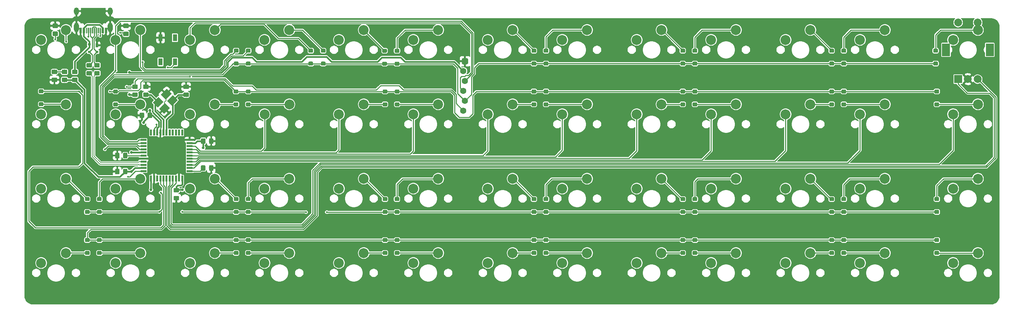
<source format=gbl>
G04 #@! TF.GenerationSoftware,KiCad,Pcbnew,(5.1.4-0)*
G04 #@! TF.CreationDate,2021-10-19T21:44:43-05:00*
G04 #@! TF.ProjectId,pcb,7063622e-6b69-4636-9164-5f7063625858,rev?*
G04 #@! TF.SameCoordinates,Original*
G04 #@! TF.FileFunction,Copper,L2,Bot*
G04 #@! TF.FilePolarity,Positive*
%FSLAX46Y46*%
G04 Gerber Fmt 4.6, Leading zero omitted, Abs format (unit mm)*
G04 Created by KiCad (PCBNEW (5.1.4-0)) date 2021-10-19 21:44:43*
%MOMM*%
%LPD*%
G04 APERTURE LIST*
%ADD10C,0.100000*%
%ADD11C,1.150000*%
%ADD12C,1.800000*%
%ADD13R,0.700000X0.600000*%
%ADD14R,0.700000X1.000000*%
%ADD15C,1.000000*%
%ADD16C,2.540000*%
%ADD17R,2.000000X2.000000*%
%ADD18C,2.000000*%
%ADD19R,2.000000X3.200000*%
%ADD20C,1.600200*%
%ADD21R,0.500000X1.500000*%
%ADD22R,1.500000X0.500000*%
%ADD23C,0.600000*%
%ADD24O,1.300000X2.400000*%
%ADD25C,0.300000*%
%ADD26O,1.300000X1.900000*%
%ADD27R,1.100000X1.800000*%
%ADD28C,0.500000*%
%ADD29C,0.700000*%
%ADD30C,0.250000*%
%ADD31C,0.400000*%
%ADD32C,0.200000*%
G04 APERTURE END LIST*
D10*
G36*
X126965130Y-75857454D02*
G01*
X126989398Y-75861054D01*
X127013197Y-75867015D01*
X127036296Y-75875280D01*
X127058475Y-75885770D01*
X127079518Y-75898382D01*
X127099224Y-75912997D01*
X127117402Y-75929473D01*
X127133878Y-75947651D01*
X127148493Y-75967357D01*
X127161105Y-75988400D01*
X127171595Y-76010579D01*
X127179860Y-76033678D01*
X127185821Y-76057477D01*
X127189421Y-76081745D01*
X127190625Y-76106249D01*
X127190625Y-77006251D01*
X127189421Y-77030755D01*
X127185821Y-77055023D01*
X127179860Y-77078822D01*
X127171595Y-77101921D01*
X127161105Y-77124100D01*
X127148493Y-77145143D01*
X127133878Y-77164849D01*
X127117402Y-77183027D01*
X127099224Y-77199503D01*
X127079518Y-77214118D01*
X127058475Y-77226730D01*
X127036296Y-77237220D01*
X127013197Y-77245485D01*
X126989398Y-77251446D01*
X126965130Y-77255046D01*
X126940626Y-77256250D01*
X126290624Y-77256250D01*
X126266120Y-77255046D01*
X126241852Y-77251446D01*
X126218053Y-77245485D01*
X126194954Y-77237220D01*
X126172775Y-77226730D01*
X126151732Y-77214118D01*
X126132026Y-77199503D01*
X126113848Y-77183027D01*
X126097372Y-77164849D01*
X126082757Y-77145143D01*
X126070145Y-77124100D01*
X126059655Y-77101921D01*
X126051390Y-77078822D01*
X126045429Y-77055023D01*
X126041829Y-77030755D01*
X126040625Y-77006251D01*
X126040625Y-76106249D01*
X126041829Y-76081745D01*
X126045429Y-76057477D01*
X126051390Y-76033678D01*
X126059655Y-76010579D01*
X126070145Y-75988400D01*
X126082757Y-75967357D01*
X126097372Y-75947651D01*
X126113848Y-75929473D01*
X126132026Y-75912997D01*
X126151732Y-75898382D01*
X126172775Y-75885770D01*
X126194954Y-75875280D01*
X126218053Y-75867015D01*
X126241852Y-75861054D01*
X126266120Y-75857454D01*
X126290624Y-75856250D01*
X126940626Y-75856250D01*
X126965130Y-75857454D01*
X126965130Y-75857454D01*
G37*
D11*
X126615625Y-76556250D03*
D10*
G36*
X124915130Y-75857454D02*
G01*
X124939398Y-75861054D01*
X124963197Y-75867015D01*
X124986296Y-75875280D01*
X125008475Y-75885770D01*
X125029518Y-75898382D01*
X125049224Y-75912997D01*
X125067402Y-75929473D01*
X125083878Y-75947651D01*
X125098493Y-75967357D01*
X125111105Y-75988400D01*
X125121595Y-76010579D01*
X125129860Y-76033678D01*
X125135821Y-76057477D01*
X125139421Y-76081745D01*
X125140625Y-76106249D01*
X125140625Y-77006251D01*
X125139421Y-77030755D01*
X125135821Y-77055023D01*
X125129860Y-77078822D01*
X125121595Y-77101921D01*
X125111105Y-77124100D01*
X125098493Y-77145143D01*
X125083878Y-77164849D01*
X125067402Y-77183027D01*
X125049224Y-77199503D01*
X125029518Y-77214118D01*
X125008475Y-77226730D01*
X124986296Y-77237220D01*
X124963197Y-77245485D01*
X124939398Y-77251446D01*
X124915130Y-77255046D01*
X124890626Y-77256250D01*
X124240624Y-77256250D01*
X124216120Y-77255046D01*
X124191852Y-77251446D01*
X124168053Y-77245485D01*
X124144954Y-77237220D01*
X124122775Y-77226730D01*
X124101732Y-77214118D01*
X124082026Y-77199503D01*
X124063848Y-77183027D01*
X124047372Y-77164849D01*
X124032757Y-77145143D01*
X124020145Y-77124100D01*
X124009655Y-77101921D01*
X124001390Y-77078822D01*
X123995429Y-77055023D01*
X123991829Y-77030755D01*
X123990625Y-77006251D01*
X123990625Y-76106249D01*
X123991829Y-76081745D01*
X123995429Y-76057477D01*
X124001390Y-76033678D01*
X124009655Y-76010579D01*
X124020145Y-75988400D01*
X124032757Y-75967357D01*
X124047372Y-75947651D01*
X124063848Y-75929473D01*
X124082026Y-75912997D01*
X124101732Y-75898382D01*
X124122775Y-75885770D01*
X124144954Y-75875280D01*
X124168053Y-75867015D01*
X124191852Y-75861054D01*
X124216120Y-75857454D01*
X124240624Y-75856250D01*
X124890626Y-75856250D01*
X124915130Y-75857454D01*
X124915130Y-75857454D01*
G37*
D11*
X124565625Y-76556250D03*
D12*
X113052147Y-66568382D03*
D10*
G36*
X112946081Y-67947240D02*
G01*
X111673289Y-66674448D01*
X113158213Y-65189524D01*
X114431005Y-66462316D01*
X112946081Y-67947240D01*
X112946081Y-67947240D01*
G37*
D12*
X115102757Y-64517772D03*
D10*
G36*
X114996691Y-65896630D02*
G01*
X113723899Y-64623838D01*
X115208823Y-63138914D01*
X116481615Y-64411706D01*
X114996691Y-65896630D01*
X114996691Y-65896630D01*
G37*
D12*
X116729103Y-66144118D03*
D10*
G36*
X116623037Y-67522976D02*
G01*
X115350245Y-66250184D01*
X116835169Y-64765260D01*
X118107961Y-66038052D01*
X116623037Y-67522976D01*
X116623037Y-67522976D01*
G37*
D12*
X114678493Y-68194728D03*
D10*
G36*
X114572427Y-69573586D02*
G01*
X113299635Y-68300794D01*
X114784559Y-66815870D01*
X116057351Y-68088662D01*
X114572427Y-69573586D01*
X114572427Y-69573586D01*
G37*
G36*
X118165130Y-90607454D02*
G01*
X118189398Y-90611054D01*
X118213197Y-90617015D01*
X118236296Y-90625280D01*
X118258475Y-90635770D01*
X118279518Y-90648382D01*
X118299224Y-90662997D01*
X118317402Y-90679473D01*
X118333878Y-90697651D01*
X118348493Y-90717357D01*
X118361105Y-90738400D01*
X118371595Y-90760579D01*
X118379860Y-90783678D01*
X118385821Y-90807477D01*
X118389421Y-90831745D01*
X118390625Y-90856249D01*
X118390625Y-91506251D01*
X118389421Y-91530755D01*
X118385821Y-91555023D01*
X118379860Y-91578822D01*
X118371595Y-91601921D01*
X118361105Y-91624100D01*
X118348493Y-91645143D01*
X118333878Y-91664849D01*
X118317402Y-91683027D01*
X118299224Y-91699503D01*
X118279518Y-91714118D01*
X118258475Y-91726730D01*
X118236296Y-91737220D01*
X118213197Y-91745485D01*
X118189398Y-91751446D01*
X118165130Y-91755046D01*
X118140626Y-91756250D01*
X117240624Y-91756250D01*
X117216120Y-91755046D01*
X117191852Y-91751446D01*
X117168053Y-91745485D01*
X117144954Y-91737220D01*
X117122775Y-91726730D01*
X117101732Y-91714118D01*
X117082026Y-91699503D01*
X117063848Y-91683027D01*
X117047372Y-91664849D01*
X117032757Y-91645143D01*
X117020145Y-91624100D01*
X117009655Y-91601921D01*
X117001390Y-91578822D01*
X116995429Y-91555023D01*
X116991829Y-91530755D01*
X116990625Y-91506251D01*
X116990625Y-90856249D01*
X116991829Y-90831745D01*
X116995429Y-90807477D01*
X117001390Y-90783678D01*
X117009655Y-90760579D01*
X117020145Y-90738400D01*
X117032757Y-90717357D01*
X117047372Y-90697651D01*
X117063848Y-90679473D01*
X117082026Y-90662997D01*
X117101732Y-90648382D01*
X117122775Y-90635770D01*
X117144954Y-90625280D01*
X117168053Y-90617015D01*
X117191852Y-90611054D01*
X117216120Y-90607454D01*
X117240624Y-90606250D01*
X118140626Y-90606250D01*
X118165130Y-90607454D01*
X118165130Y-90607454D01*
G37*
D11*
X117690625Y-91181250D03*
D10*
G36*
X118165130Y-88557454D02*
G01*
X118189398Y-88561054D01*
X118213197Y-88567015D01*
X118236296Y-88575280D01*
X118258475Y-88585770D01*
X118279518Y-88598382D01*
X118299224Y-88612997D01*
X118317402Y-88629473D01*
X118333878Y-88647651D01*
X118348493Y-88667357D01*
X118361105Y-88688400D01*
X118371595Y-88710579D01*
X118379860Y-88733678D01*
X118385821Y-88757477D01*
X118389421Y-88781745D01*
X118390625Y-88806249D01*
X118390625Y-89456251D01*
X118389421Y-89480755D01*
X118385821Y-89505023D01*
X118379860Y-89528822D01*
X118371595Y-89551921D01*
X118361105Y-89574100D01*
X118348493Y-89595143D01*
X118333878Y-89614849D01*
X118317402Y-89633027D01*
X118299224Y-89649503D01*
X118279518Y-89664118D01*
X118258475Y-89676730D01*
X118236296Y-89687220D01*
X118213197Y-89695485D01*
X118189398Y-89701446D01*
X118165130Y-89705046D01*
X118140626Y-89706250D01*
X117240624Y-89706250D01*
X117216120Y-89705046D01*
X117191852Y-89701446D01*
X117168053Y-89695485D01*
X117144954Y-89687220D01*
X117122775Y-89676730D01*
X117101732Y-89664118D01*
X117082026Y-89649503D01*
X117063848Y-89633027D01*
X117047372Y-89614849D01*
X117032757Y-89595143D01*
X117020145Y-89574100D01*
X117009655Y-89551921D01*
X117001390Y-89528822D01*
X116995429Y-89505023D01*
X116991829Y-89480755D01*
X116990625Y-89456251D01*
X116990625Y-88806249D01*
X116991829Y-88781745D01*
X116995429Y-88757477D01*
X117001390Y-88733678D01*
X117009655Y-88710579D01*
X117020145Y-88688400D01*
X117032757Y-88667357D01*
X117047372Y-88647651D01*
X117063848Y-88629473D01*
X117082026Y-88612997D01*
X117101732Y-88598382D01*
X117122775Y-88585770D01*
X117144954Y-88575280D01*
X117168053Y-88567015D01*
X117191852Y-88561054D01*
X117216120Y-88557454D01*
X117240624Y-88556250D01*
X118140626Y-88556250D01*
X118165130Y-88557454D01*
X118165130Y-88557454D01*
G37*
D11*
X117690625Y-89131250D03*
D13*
X95390625Y-51806250D03*
X95390625Y-53706250D03*
X97390625Y-53706250D03*
D14*
X97390625Y-52006250D03*
D10*
G36*
X312365129Y-52907454D02*
G01*
X312389398Y-52911054D01*
X312413196Y-52917015D01*
X312436296Y-52925280D01*
X312458474Y-52935770D01*
X312479518Y-52948383D01*
X312499223Y-52962997D01*
X312517402Y-52979473D01*
X312533878Y-52997652D01*
X312548492Y-53017357D01*
X312561105Y-53038401D01*
X312571595Y-53060579D01*
X312579860Y-53083679D01*
X312585821Y-53107477D01*
X312589421Y-53131746D01*
X312590625Y-53156250D01*
X312590625Y-53656250D01*
X312589421Y-53680754D01*
X312585821Y-53705023D01*
X312579860Y-53728821D01*
X312571595Y-53751921D01*
X312561105Y-53774099D01*
X312548492Y-53795143D01*
X312533878Y-53814848D01*
X312517402Y-53833027D01*
X312499223Y-53849503D01*
X312479518Y-53864117D01*
X312458474Y-53876730D01*
X312436296Y-53887220D01*
X312413196Y-53895485D01*
X312389398Y-53901446D01*
X312365129Y-53905046D01*
X312340625Y-53906250D01*
X311640625Y-53906250D01*
X311616121Y-53905046D01*
X311591852Y-53901446D01*
X311568054Y-53895485D01*
X311544954Y-53887220D01*
X311522776Y-53876730D01*
X311501732Y-53864117D01*
X311482027Y-53849503D01*
X311463848Y-53833027D01*
X311447372Y-53814848D01*
X311432758Y-53795143D01*
X311420145Y-53774099D01*
X311409655Y-53751921D01*
X311401390Y-53728821D01*
X311395429Y-53705023D01*
X311391829Y-53680754D01*
X311390625Y-53656250D01*
X311390625Y-53156250D01*
X311391829Y-53131746D01*
X311395429Y-53107477D01*
X311401390Y-53083679D01*
X311409655Y-53060579D01*
X311420145Y-53038401D01*
X311432758Y-53017357D01*
X311447372Y-52997652D01*
X311463848Y-52979473D01*
X311482027Y-52962997D01*
X311501732Y-52948383D01*
X311522776Y-52935770D01*
X311544954Y-52925280D01*
X311568054Y-52917015D01*
X311591852Y-52911054D01*
X311616121Y-52907454D01*
X311640625Y-52906250D01*
X312340625Y-52906250D01*
X312365129Y-52907454D01*
X312365129Y-52907454D01*
G37*
D15*
X311990625Y-53406250D03*
D10*
G36*
X312365129Y-56207454D02*
G01*
X312389398Y-56211054D01*
X312413196Y-56217015D01*
X312436296Y-56225280D01*
X312458474Y-56235770D01*
X312479518Y-56248383D01*
X312499223Y-56262997D01*
X312517402Y-56279473D01*
X312533878Y-56297652D01*
X312548492Y-56317357D01*
X312561105Y-56338401D01*
X312571595Y-56360579D01*
X312579860Y-56383679D01*
X312585821Y-56407477D01*
X312589421Y-56431746D01*
X312590625Y-56456250D01*
X312590625Y-56956250D01*
X312589421Y-56980754D01*
X312585821Y-57005023D01*
X312579860Y-57028821D01*
X312571595Y-57051921D01*
X312561105Y-57074099D01*
X312548492Y-57095143D01*
X312533878Y-57114848D01*
X312517402Y-57133027D01*
X312499223Y-57149503D01*
X312479518Y-57164117D01*
X312458474Y-57176730D01*
X312436296Y-57187220D01*
X312413196Y-57195485D01*
X312389398Y-57201446D01*
X312365129Y-57205046D01*
X312340625Y-57206250D01*
X311640625Y-57206250D01*
X311616121Y-57205046D01*
X311591852Y-57201446D01*
X311568054Y-57195485D01*
X311544954Y-57187220D01*
X311522776Y-57176730D01*
X311501732Y-57164117D01*
X311482027Y-57149503D01*
X311463848Y-57133027D01*
X311447372Y-57114848D01*
X311432758Y-57095143D01*
X311420145Y-57074099D01*
X311409655Y-57051921D01*
X311401390Y-57028821D01*
X311395429Y-57005023D01*
X311391829Y-56980754D01*
X311390625Y-56956250D01*
X311390625Y-56456250D01*
X311391829Y-56431746D01*
X311395429Y-56407477D01*
X311401390Y-56383679D01*
X311409655Y-56360579D01*
X311420145Y-56338401D01*
X311432758Y-56317357D01*
X311447372Y-56297652D01*
X311463848Y-56279473D01*
X311482027Y-56262997D01*
X311501732Y-56248383D01*
X311522776Y-56235770D01*
X311544954Y-56225280D01*
X311568054Y-56217015D01*
X311591852Y-56211054D01*
X311616121Y-56207454D01*
X311640625Y-56206250D01*
X312340625Y-56206250D01*
X312365129Y-56207454D01*
X312365129Y-56207454D01*
G37*
D15*
X311990625Y-56706250D03*
D10*
G36*
X312665129Y-90907454D02*
G01*
X312689398Y-90911054D01*
X312713196Y-90917015D01*
X312736296Y-90925280D01*
X312758474Y-90935770D01*
X312779518Y-90948383D01*
X312799223Y-90962997D01*
X312817402Y-90979473D01*
X312833878Y-90997652D01*
X312848492Y-91017357D01*
X312861105Y-91038401D01*
X312871595Y-91060579D01*
X312879860Y-91083679D01*
X312885821Y-91107477D01*
X312889421Y-91131746D01*
X312890625Y-91156250D01*
X312890625Y-91656250D01*
X312889421Y-91680754D01*
X312885821Y-91705023D01*
X312879860Y-91728821D01*
X312871595Y-91751921D01*
X312861105Y-91774099D01*
X312848492Y-91795143D01*
X312833878Y-91814848D01*
X312817402Y-91833027D01*
X312799223Y-91849503D01*
X312779518Y-91864117D01*
X312758474Y-91876730D01*
X312736296Y-91887220D01*
X312713196Y-91895485D01*
X312689398Y-91901446D01*
X312665129Y-91905046D01*
X312640625Y-91906250D01*
X311940625Y-91906250D01*
X311916121Y-91905046D01*
X311891852Y-91901446D01*
X311868054Y-91895485D01*
X311844954Y-91887220D01*
X311822776Y-91876730D01*
X311801732Y-91864117D01*
X311782027Y-91849503D01*
X311763848Y-91833027D01*
X311747372Y-91814848D01*
X311732758Y-91795143D01*
X311720145Y-91774099D01*
X311709655Y-91751921D01*
X311701390Y-91728821D01*
X311695429Y-91705023D01*
X311691829Y-91680754D01*
X311690625Y-91656250D01*
X311690625Y-91156250D01*
X311691829Y-91131746D01*
X311695429Y-91107477D01*
X311701390Y-91083679D01*
X311709655Y-91060579D01*
X311720145Y-91038401D01*
X311732758Y-91017357D01*
X311747372Y-90997652D01*
X311763848Y-90979473D01*
X311782027Y-90962997D01*
X311801732Y-90948383D01*
X311822776Y-90935770D01*
X311844954Y-90925280D01*
X311868054Y-90917015D01*
X311891852Y-90911054D01*
X311916121Y-90907454D01*
X311940625Y-90906250D01*
X312640625Y-90906250D01*
X312665129Y-90907454D01*
X312665129Y-90907454D01*
G37*
D15*
X312290625Y-91406250D03*
D10*
G36*
X312665129Y-94207454D02*
G01*
X312689398Y-94211054D01*
X312713196Y-94217015D01*
X312736296Y-94225280D01*
X312758474Y-94235770D01*
X312779518Y-94248383D01*
X312799223Y-94262997D01*
X312817402Y-94279473D01*
X312833878Y-94297652D01*
X312848492Y-94317357D01*
X312861105Y-94338401D01*
X312871595Y-94360579D01*
X312879860Y-94383679D01*
X312885821Y-94407477D01*
X312889421Y-94431746D01*
X312890625Y-94456250D01*
X312890625Y-94956250D01*
X312889421Y-94980754D01*
X312885821Y-95005023D01*
X312879860Y-95028821D01*
X312871595Y-95051921D01*
X312861105Y-95074099D01*
X312848492Y-95095143D01*
X312833878Y-95114848D01*
X312817402Y-95133027D01*
X312799223Y-95149503D01*
X312779518Y-95164117D01*
X312758474Y-95176730D01*
X312736296Y-95187220D01*
X312713196Y-95195485D01*
X312689398Y-95201446D01*
X312665129Y-95205046D01*
X312640625Y-95206250D01*
X311940625Y-95206250D01*
X311916121Y-95205046D01*
X311891852Y-95201446D01*
X311868054Y-95195485D01*
X311844954Y-95187220D01*
X311822776Y-95176730D01*
X311801732Y-95164117D01*
X311782027Y-95149503D01*
X311763848Y-95133027D01*
X311747372Y-95114848D01*
X311732758Y-95095143D01*
X311720145Y-95074099D01*
X311709655Y-95051921D01*
X311701390Y-95028821D01*
X311695429Y-95005023D01*
X311691829Y-94980754D01*
X311690625Y-94956250D01*
X311690625Y-94456250D01*
X311691829Y-94431746D01*
X311695429Y-94407477D01*
X311701390Y-94383679D01*
X311709655Y-94360579D01*
X311720145Y-94338401D01*
X311732758Y-94317357D01*
X311747372Y-94297652D01*
X311763848Y-94279473D01*
X311782027Y-94262997D01*
X311801732Y-94248383D01*
X311822776Y-94235770D01*
X311844954Y-94225280D01*
X311868054Y-94217015D01*
X311891852Y-94211054D01*
X311916121Y-94207454D01*
X311940625Y-94206250D01*
X312640625Y-94206250D01*
X312665129Y-94207454D01*
X312665129Y-94207454D01*
G37*
D15*
X312290625Y-94706250D03*
D16*
X316468185Y-69691370D03*
X322818185Y-67151370D03*
X121205625Y-50641250D03*
X127555625Y-48101250D03*
X316468185Y-107791530D03*
X322818185Y-105251530D03*
D10*
G36*
X98365129Y-90907454D02*
G01*
X98389398Y-90911054D01*
X98413196Y-90917015D01*
X98436296Y-90925280D01*
X98458474Y-90935770D01*
X98479518Y-90948383D01*
X98499223Y-90962997D01*
X98517402Y-90979473D01*
X98533878Y-90997652D01*
X98548492Y-91017357D01*
X98561105Y-91038401D01*
X98571595Y-91060579D01*
X98579860Y-91083679D01*
X98585821Y-91107477D01*
X98589421Y-91131746D01*
X98590625Y-91156250D01*
X98590625Y-91656250D01*
X98589421Y-91680754D01*
X98585821Y-91705023D01*
X98579860Y-91728821D01*
X98571595Y-91751921D01*
X98561105Y-91774099D01*
X98548492Y-91795143D01*
X98533878Y-91814848D01*
X98517402Y-91833027D01*
X98499223Y-91849503D01*
X98479518Y-91864117D01*
X98458474Y-91876730D01*
X98436296Y-91887220D01*
X98413196Y-91895485D01*
X98389398Y-91901446D01*
X98365129Y-91905046D01*
X98340625Y-91906250D01*
X97640625Y-91906250D01*
X97616121Y-91905046D01*
X97591852Y-91901446D01*
X97568054Y-91895485D01*
X97544954Y-91887220D01*
X97522776Y-91876730D01*
X97501732Y-91864117D01*
X97482027Y-91849503D01*
X97463848Y-91833027D01*
X97447372Y-91814848D01*
X97432758Y-91795143D01*
X97420145Y-91774099D01*
X97409655Y-91751921D01*
X97401390Y-91728821D01*
X97395429Y-91705023D01*
X97391829Y-91680754D01*
X97390625Y-91656250D01*
X97390625Y-91156250D01*
X97391829Y-91131746D01*
X97395429Y-91107477D01*
X97401390Y-91083679D01*
X97409655Y-91060579D01*
X97420145Y-91038401D01*
X97432758Y-91017357D01*
X97447372Y-90997652D01*
X97463848Y-90979473D01*
X97482027Y-90962997D01*
X97501732Y-90948383D01*
X97522776Y-90935770D01*
X97544954Y-90925280D01*
X97568054Y-90917015D01*
X97591852Y-90911054D01*
X97616121Y-90907454D01*
X97640625Y-90906250D01*
X98340625Y-90906250D01*
X98365129Y-90907454D01*
X98365129Y-90907454D01*
G37*
D15*
X97990625Y-91406250D03*
D10*
G36*
X98365129Y-94207454D02*
G01*
X98389398Y-94211054D01*
X98413196Y-94217015D01*
X98436296Y-94225280D01*
X98458474Y-94235770D01*
X98479518Y-94248383D01*
X98499223Y-94262997D01*
X98517402Y-94279473D01*
X98533878Y-94297652D01*
X98548492Y-94317357D01*
X98561105Y-94338401D01*
X98571595Y-94360579D01*
X98579860Y-94383679D01*
X98585821Y-94407477D01*
X98589421Y-94431746D01*
X98590625Y-94456250D01*
X98590625Y-94956250D01*
X98589421Y-94980754D01*
X98585821Y-95005023D01*
X98579860Y-95028821D01*
X98571595Y-95051921D01*
X98561105Y-95074099D01*
X98548492Y-95095143D01*
X98533878Y-95114848D01*
X98517402Y-95133027D01*
X98499223Y-95149503D01*
X98479518Y-95164117D01*
X98458474Y-95176730D01*
X98436296Y-95187220D01*
X98413196Y-95195485D01*
X98389398Y-95201446D01*
X98365129Y-95205046D01*
X98340625Y-95206250D01*
X97640625Y-95206250D01*
X97616121Y-95205046D01*
X97591852Y-95201446D01*
X97568054Y-95195485D01*
X97544954Y-95187220D01*
X97522776Y-95176730D01*
X97501732Y-95164117D01*
X97482027Y-95149503D01*
X97463848Y-95133027D01*
X97447372Y-95114848D01*
X97432758Y-95095143D01*
X97420145Y-95074099D01*
X97409655Y-95051921D01*
X97401390Y-95028821D01*
X97395429Y-95005023D01*
X97391829Y-94980754D01*
X97390625Y-94956250D01*
X97390625Y-94456250D01*
X97391829Y-94431746D01*
X97395429Y-94407477D01*
X97401390Y-94383679D01*
X97409655Y-94360579D01*
X97420145Y-94338401D01*
X97432758Y-94317357D01*
X97447372Y-94297652D01*
X97463848Y-94279473D01*
X97482027Y-94262997D01*
X97501732Y-94248383D01*
X97522776Y-94235770D01*
X97544954Y-94225280D01*
X97568054Y-94217015D01*
X97591852Y-94211054D01*
X97616121Y-94207454D01*
X97640625Y-94206250D01*
X98340625Y-94206250D01*
X98365129Y-94207454D01*
X98365129Y-94207454D01*
G37*
D15*
X97990625Y-94706250D03*
D10*
G36*
X86965130Y-58251204D02*
G01*
X86989398Y-58254804D01*
X87013197Y-58260765D01*
X87036296Y-58269030D01*
X87058475Y-58279520D01*
X87079518Y-58292132D01*
X87099224Y-58306747D01*
X87117402Y-58323223D01*
X87133878Y-58341401D01*
X87148493Y-58361107D01*
X87161105Y-58382150D01*
X87171595Y-58404329D01*
X87179860Y-58427428D01*
X87185821Y-58451227D01*
X87189421Y-58475495D01*
X87190625Y-58499999D01*
X87190625Y-59150001D01*
X87189421Y-59174505D01*
X87185821Y-59198773D01*
X87179860Y-59222572D01*
X87171595Y-59245671D01*
X87161105Y-59267850D01*
X87148493Y-59288893D01*
X87133878Y-59308599D01*
X87117402Y-59326777D01*
X87099224Y-59343253D01*
X87079518Y-59357868D01*
X87058475Y-59370480D01*
X87036296Y-59380970D01*
X87013197Y-59389235D01*
X86989398Y-59395196D01*
X86965130Y-59398796D01*
X86940626Y-59400000D01*
X86040624Y-59400000D01*
X86016120Y-59398796D01*
X85991852Y-59395196D01*
X85968053Y-59389235D01*
X85944954Y-59380970D01*
X85922775Y-59370480D01*
X85901732Y-59357868D01*
X85882026Y-59343253D01*
X85863848Y-59326777D01*
X85847372Y-59308599D01*
X85832757Y-59288893D01*
X85820145Y-59267850D01*
X85809655Y-59245671D01*
X85801390Y-59222572D01*
X85795429Y-59198773D01*
X85791829Y-59174505D01*
X85790625Y-59150001D01*
X85790625Y-58499999D01*
X85791829Y-58475495D01*
X85795429Y-58451227D01*
X85801390Y-58427428D01*
X85809655Y-58404329D01*
X85820145Y-58382150D01*
X85832757Y-58361107D01*
X85847372Y-58341401D01*
X85863848Y-58323223D01*
X85882026Y-58306747D01*
X85901732Y-58292132D01*
X85922775Y-58279520D01*
X85944954Y-58269030D01*
X85968053Y-58260765D01*
X85991852Y-58254804D01*
X86016120Y-58251204D01*
X86040624Y-58250000D01*
X86940626Y-58250000D01*
X86965130Y-58251204D01*
X86965130Y-58251204D01*
G37*
D11*
X86490625Y-58825000D03*
D10*
G36*
X86965130Y-60301204D02*
G01*
X86989398Y-60304804D01*
X87013197Y-60310765D01*
X87036296Y-60319030D01*
X87058475Y-60329520D01*
X87079518Y-60342132D01*
X87099224Y-60356747D01*
X87117402Y-60373223D01*
X87133878Y-60391401D01*
X87148493Y-60411107D01*
X87161105Y-60432150D01*
X87171595Y-60454329D01*
X87179860Y-60477428D01*
X87185821Y-60501227D01*
X87189421Y-60525495D01*
X87190625Y-60549999D01*
X87190625Y-61200001D01*
X87189421Y-61224505D01*
X87185821Y-61248773D01*
X87179860Y-61272572D01*
X87171595Y-61295671D01*
X87161105Y-61317850D01*
X87148493Y-61338893D01*
X87133878Y-61358599D01*
X87117402Y-61376777D01*
X87099224Y-61393253D01*
X87079518Y-61407868D01*
X87058475Y-61420480D01*
X87036296Y-61430970D01*
X87013197Y-61439235D01*
X86989398Y-61445196D01*
X86965130Y-61448796D01*
X86940626Y-61450000D01*
X86040624Y-61450000D01*
X86016120Y-61448796D01*
X85991852Y-61445196D01*
X85968053Y-61439235D01*
X85944954Y-61430970D01*
X85922775Y-61420480D01*
X85901732Y-61407868D01*
X85882026Y-61393253D01*
X85863848Y-61376777D01*
X85847372Y-61358599D01*
X85832757Y-61338893D01*
X85820145Y-61317850D01*
X85809655Y-61295671D01*
X85801390Y-61272572D01*
X85795429Y-61248773D01*
X85791829Y-61224505D01*
X85790625Y-61200001D01*
X85790625Y-60549999D01*
X85791829Y-60525495D01*
X85795429Y-60501227D01*
X85801390Y-60477428D01*
X85809655Y-60454329D01*
X85820145Y-60432150D01*
X85832757Y-60411107D01*
X85847372Y-60391401D01*
X85863848Y-60373223D01*
X85882026Y-60356747D01*
X85901732Y-60342132D01*
X85922775Y-60329520D01*
X85944954Y-60319030D01*
X85968053Y-60310765D01*
X85991852Y-60304804D01*
X86016120Y-60301204D01*
X86040624Y-60300000D01*
X86940626Y-60300000D01*
X86965130Y-60301204D01*
X86965130Y-60301204D01*
G37*
D11*
X86490625Y-60875000D03*
D10*
G36*
X247665129Y-52907454D02*
G01*
X247689398Y-52911054D01*
X247713196Y-52917015D01*
X247736296Y-52925280D01*
X247758474Y-52935770D01*
X247779518Y-52948383D01*
X247799223Y-52962997D01*
X247817402Y-52979473D01*
X247833878Y-52997652D01*
X247848492Y-53017357D01*
X247861105Y-53038401D01*
X247871595Y-53060579D01*
X247879860Y-53083679D01*
X247885821Y-53107477D01*
X247889421Y-53131746D01*
X247890625Y-53156250D01*
X247890625Y-53656250D01*
X247889421Y-53680754D01*
X247885821Y-53705023D01*
X247879860Y-53728821D01*
X247871595Y-53751921D01*
X247861105Y-53774099D01*
X247848492Y-53795143D01*
X247833878Y-53814848D01*
X247817402Y-53833027D01*
X247799223Y-53849503D01*
X247779518Y-53864117D01*
X247758474Y-53876730D01*
X247736296Y-53887220D01*
X247713196Y-53895485D01*
X247689398Y-53901446D01*
X247665129Y-53905046D01*
X247640625Y-53906250D01*
X246940625Y-53906250D01*
X246916121Y-53905046D01*
X246891852Y-53901446D01*
X246868054Y-53895485D01*
X246844954Y-53887220D01*
X246822776Y-53876730D01*
X246801732Y-53864117D01*
X246782027Y-53849503D01*
X246763848Y-53833027D01*
X246747372Y-53814848D01*
X246732758Y-53795143D01*
X246720145Y-53774099D01*
X246709655Y-53751921D01*
X246701390Y-53728821D01*
X246695429Y-53705023D01*
X246691829Y-53680754D01*
X246690625Y-53656250D01*
X246690625Y-53156250D01*
X246691829Y-53131746D01*
X246695429Y-53107477D01*
X246701390Y-53083679D01*
X246709655Y-53060579D01*
X246720145Y-53038401D01*
X246732758Y-53017357D01*
X246747372Y-52997652D01*
X246763848Y-52979473D01*
X246782027Y-52962997D01*
X246801732Y-52948383D01*
X246822776Y-52935770D01*
X246844954Y-52925280D01*
X246868054Y-52917015D01*
X246891852Y-52911054D01*
X246916121Y-52907454D01*
X246940625Y-52906250D01*
X247640625Y-52906250D01*
X247665129Y-52907454D01*
X247665129Y-52907454D01*
G37*
D15*
X247290625Y-53406250D03*
D10*
G36*
X247665129Y-56207454D02*
G01*
X247689398Y-56211054D01*
X247713196Y-56217015D01*
X247736296Y-56225280D01*
X247758474Y-56235770D01*
X247779518Y-56248383D01*
X247799223Y-56262997D01*
X247817402Y-56279473D01*
X247833878Y-56297652D01*
X247848492Y-56317357D01*
X247861105Y-56338401D01*
X247871595Y-56360579D01*
X247879860Y-56383679D01*
X247885821Y-56407477D01*
X247889421Y-56431746D01*
X247890625Y-56456250D01*
X247890625Y-56956250D01*
X247889421Y-56980754D01*
X247885821Y-57005023D01*
X247879860Y-57028821D01*
X247871595Y-57051921D01*
X247861105Y-57074099D01*
X247848492Y-57095143D01*
X247833878Y-57114848D01*
X247817402Y-57133027D01*
X247799223Y-57149503D01*
X247779518Y-57164117D01*
X247758474Y-57176730D01*
X247736296Y-57187220D01*
X247713196Y-57195485D01*
X247689398Y-57201446D01*
X247665129Y-57205046D01*
X247640625Y-57206250D01*
X246940625Y-57206250D01*
X246916121Y-57205046D01*
X246891852Y-57201446D01*
X246868054Y-57195485D01*
X246844954Y-57187220D01*
X246822776Y-57176730D01*
X246801732Y-57164117D01*
X246782027Y-57149503D01*
X246763848Y-57133027D01*
X246747372Y-57114848D01*
X246732758Y-57095143D01*
X246720145Y-57074099D01*
X246709655Y-57051921D01*
X246701390Y-57028821D01*
X246695429Y-57005023D01*
X246691829Y-56980754D01*
X246690625Y-56956250D01*
X246690625Y-56456250D01*
X246691829Y-56431746D01*
X246695429Y-56407477D01*
X246701390Y-56383679D01*
X246709655Y-56360579D01*
X246720145Y-56338401D01*
X246732758Y-56317357D01*
X246747372Y-56297652D01*
X246763848Y-56279473D01*
X246782027Y-56262997D01*
X246801732Y-56248383D01*
X246822776Y-56235770D01*
X246844954Y-56225280D01*
X246868054Y-56217015D01*
X246891852Y-56211054D01*
X246916121Y-56207454D01*
X246940625Y-56206250D01*
X247640625Y-56206250D01*
X247665129Y-56207454D01*
X247665129Y-56207454D01*
G37*
D15*
X247290625Y-56706250D03*
D17*
X317752725Y-60693950D03*
D18*
X320252725Y-60693950D03*
X322752725Y-60693950D03*
D19*
X314652725Y-53193950D03*
X325852725Y-53193950D03*
D18*
X317752725Y-46193950D03*
X322752725Y-46193950D03*
D10*
G36*
X89565130Y-60307454D02*
G01*
X89589398Y-60311054D01*
X89613197Y-60317015D01*
X89636296Y-60325280D01*
X89658475Y-60335770D01*
X89679518Y-60348382D01*
X89699224Y-60362997D01*
X89717402Y-60379473D01*
X89733878Y-60397651D01*
X89748493Y-60417357D01*
X89761105Y-60438400D01*
X89771595Y-60460579D01*
X89779860Y-60483678D01*
X89785821Y-60507477D01*
X89789421Y-60531745D01*
X89790625Y-60556249D01*
X89790625Y-61206251D01*
X89789421Y-61230755D01*
X89785821Y-61255023D01*
X89779860Y-61278822D01*
X89771595Y-61301921D01*
X89761105Y-61324100D01*
X89748493Y-61345143D01*
X89733878Y-61364849D01*
X89717402Y-61383027D01*
X89699224Y-61399503D01*
X89679518Y-61414118D01*
X89658475Y-61426730D01*
X89636296Y-61437220D01*
X89613197Y-61445485D01*
X89589398Y-61451446D01*
X89565130Y-61455046D01*
X89540626Y-61456250D01*
X88640624Y-61456250D01*
X88616120Y-61455046D01*
X88591852Y-61451446D01*
X88568053Y-61445485D01*
X88544954Y-61437220D01*
X88522775Y-61426730D01*
X88501732Y-61414118D01*
X88482026Y-61399503D01*
X88463848Y-61383027D01*
X88447372Y-61364849D01*
X88432757Y-61345143D01*
X88420145Y-61324100D01*
X88409655Y-61301921D01*
X88401390Y-61278822D01*
X88395429Y-61255023D01*
X88391829Y-61230755D01*
X88390625Y-61206251D01*
X88390625Y-60556249D01*
X88391829Y-60531745D01*
X88395429Y-60507477D01*
X88401390Y-60483678D01*
X88409655Y-60460579D01*
X88420145Y-60438400D01*
X88432757Y-60417357D01*
X88447372Y-60397651D01*
X88463848Y-60379473D01*
X88482026Y-60362997D01*
X88501732Y-60348382D01*
X88522775Y-60335770D01*
X88544954Y-60325280D01*
X88568053Y-60317015D01*
X88591852Y-60311054D01*
X88616120Y-60307454D01*
X88640624Y-60306250D01*
X89540626Y-60306250D01*
X89565130Y-60307454D01*
X89565130Y-60307454D01*
G37*
D11*
X89090625Y-60881250D03*
D10*
G36*
X89565130Y-58257454D02*
G01*
X89589398Y-58261054D01*
X89613197Y-58267015D01*
X89636296Y-58275280D01*
X89658475Y-58285770D01*
X89679518Y-58298382D01*
X89699224Y-58312997D01*
X89717402Y-58329473D01*
X89733878Y-58347651D01*
X89748493Y-58367357D01*
X89761105Y-58388400D01*
X89771595Y-58410579D01*
X89779860Y-58433678D01*
X89785821Y-58457477D01*
X89789421Y-58481745D01*
X89790625Y-58506249D01*
X89790625Y-59156251D01*
X89789421Y-59180755D01*
X89785821Y-59205023D01*
X89779860Y-59228822D01*
X89771595Y-59251921D01*
X89761105Y-59274100D01*
X89748493Y-59295143D01*
X89733878Y-59314849D01*
X89717402Y-59333027D01*
X89699224Y-59349503D01*
X89679518Y-59364118D01*
X89658475Y-59376730D01*
X89636296Y-59387220D01*
X89613197Y-59395485D01*
X89589398Y-59401446D01*
X89565130Y-59405046D01*
X89540626Y-59406250D01*
X88640624Y-59406250D01*
X88616120Y-59405046D01*
X88591852Y-59401446D01*
X88568053Y-59395485D01*
X88544954Y-59387220D01*
X88522775Y-59376730D01*
X88501732Y-59364118D01*
X88482026Y-59349503D01*
X88463848Y-59333027D01*
X88447372Y-59314849D01*
X88432757Y-59295143D01*
X88420145Y-59274100D01*
X88409655Y-59251921D01*
X88401390Y-59228822D01*
X88395429Y-59205023D01*
X88391829Y-59180755D01*
X88390625Y-59156251D01*
X88390625Y-58506249D01*
X88391829Y-58481745D01*
X88395429Y-58457477D01*
X88401390Y-58433678D01*
X88409655Y-58410579D01*
X88420145Y-58388400D01*
X88432757Y-58367357D01*
X88447372Y-58347651D01*
X88463848Y-58329473D01*
X88482026Y-58312997D01*
X88501732Y-58298382D01*
X88522775Y-58285770D01*
X88544954Y-58275280D01*
X88568053Y-58267015D01*
X88591852Y-58261054D01*
X88616120Y-58257454D01*
X88640624Y-58256250D01*
X89540626Y-58256250D01*
X89565130Y-58257454D01*
X89565130Y-58257454D01*
G37*
D11*
X89090625Y-58831250D03*
D10*
G36*
X107565130Y-64107454D02*
G01*
X107589398Y-64111054D01*
X107613197Y-64117015D01*
X107636296Y-64125280D01*
X107658475Y-64135770D01*
X107679518Y-64148382D01*
X107699224Y-64162997D01*
X107717402Y-64179473D01*
X107733878Y-64197651D01*
X107748493Y-64217357D01*
X107761105Y-64238400D01*
X107771595Y-64260579D01*
X107779860Y-64283678D01*
X107785821Y-64307477D01*
X107789421Y-64331745D01*
X107790625Y-64356249D01*
X107790625Y-65006251D01*
X107789421Y-65030755D01*
X107785821Y-65055023D01*
X107779860Y-65078822D01*
X107771595Y-65101921D01*
X107761105Y-65124100D01*
X107748493Y-65145143D01*
X107733878Y-65164849D01*
X107717402Y-65183027D01*
X107699224Y-65199503D01*
X107679518Y-65214118D01*
X107658475Y-65226730D01*
X107636296Y-65237220D01*
X107613197Y-65245485D01*
X107589398Y-65251446D01*
X107565130Y-65255046D01*
X107540626Y-65256250D01*
X106640624Y-65256250D01*
X106616120Y-65255046D01*
X106591852Y-65251446D01*
X106568053Y-65245485D01*
X106544954Y-65237220D01*
X106522775Y-65226730D01*
X106501732Y-65214118D01*
X106482026Y-65199503D01*
X106463848Y-65183027D01*
X106447372Y-65164849D01*
X106432757Y-65145143D01*
X106420145Y-65124100D01*
X106409655Y-65101921D01*
X106401390Y-65078822D01*
X106395429Y-65055023D01*
X106391829Y-65030755D01*
X106390625Y-65006251D01*
X106390625Y-64356249D01*
X106391829Y-64331745D01*
X106395429Y-64307477D01*
X106401390Y-64283678D01*
X106409655Y-64260579D01*
X106420145Y-64238400D01*
X106432757Y-64217357D01*
X106447372Y-64197651D01*
X106463848Y-64179473D01*
X106482026Y-64162997D01*
X106501732Y-64148382D01*
X106522775Y-64135770D01*
X106544954Y-64125280D01*
X106568053Y-64117015D01*
X106591852Y-64111054D01*
X106616120Y-64107454D01*
X106640624Y-64106250D01*
X107540626Y-64106250D01*
X107565130Y-64107454D01*
X107565130Y-64107454D01*
G37*
D11*
X107090625Y-64681250D03*
D10*
G36*
X107565130Y-62057454D02*
G01*
X107589398Y-62061054D01*
X107613197Y-62067015D01*
X107636296Y-62075280D01*
X107658475Y-62085770D01*
X107679518Y-62098382D01*
X107699224Y-62112997D01*
X107717402Y-62129473D01*
X107733878Y-62147651D01*
X107748493Y-62167357D01*
X107761105Y-62188400D01*
X107771595Y-62210579D01*
X107779860Y-62233678D01*
X107785821Y-62257477D01*
X107789421Y-62281745D01*
X107790625Y-62306249D01*
X107790625Y-62956251D01*
X107789421Y-62980755D01*
X107785821Y-63005023D01*
X107779860Y-63028822D01*
X107771595Y-63051921D01*
X107761105Y-63074100D01*
X107748493Y-63095143D01*
X107733878Y-63114849D01*
X107717402Y-63133027D01*
X107699224Y-63149503D01*
X107679518Y-63164118D01*
X107658475Y-63176730D01*
X107636296Y-63187220D01*
X107613197Y-63195485D01*
X107589398Y-63201446D01*
X107565130Y-63205046D01*
X107540626Y-63206250D01*
X106640624Y-63206250D01*
X106616120Y-63205046D01*
X106591852Y-63201446D01*
X106568053Y-63195485D01*
X106544954Y-63187220D01*
X106522775Y-63176730D01*
X106501732Y-63164118D01*
X106482026Y-63149503D01*
X106463848Y-63133027D01*
X106447372Y-63114849D01*
X106432757Y-63095143D01*
X106420145Y-63074100D01*
X106409655Y-63051921D01*
X106401390Y-63028822D01*
X106395429Y-63005023D01*
X106391829Y-62980755D01*
X106390625Y-62956251D01*
X106390625Y-62306249D01*
X106391829Y-62281745D01*
X106395429Y-62257477D01*
X106401390Y-62233678D01*
X106409655Y-62210579D01*
X106420145Y-62188400D01*
X106432757Y-62167357D01*
X106447372Y-62147651D01*
X106463848Y-62129473D01*
X106482026Y-62112997D01*
X106501732Y-62098382D01*
X106522775Y-62085770D01*
X106544954Y-62075280D01*
X106568053Y-62067015D01*
X106591852Y-62061054D01*
X106616120Y-62057454D01*
X106640624Y-62056250D01*
X107540626Y-62056250D01*
X107565130Y-62057454D01*
X107565130Y-62057454D01*
G37*
D11*
X107090625Y-62631250D03*
D10*
G36*
X105265130Y-48507454D02*
G01*
X105289398Y-48511054D01*
X105313197Y-48517015D01*
X105336296Y-48525280D01*
X105358475Y-48535770D01*
X105379518Y-48548382D01*
X105399224Y-48562997D01*
X105417402Y-48579473D01*
X105433878Y-48597651D01*
X105448493Y-48617357D01*
X105461105Y-48638400D01*
X105471595Y-48660579D01*
X105479860Y-48683678D01*
X105485821Y-48707477D01*
X105489421Y-48731745D01*
X105490625Y-48756249D01*
X105490625Y-49406251D01*
X105489421Y-49430755D01*
X105485821Y-49455023D01*
X105479860Y-49478822D01*
X105471595Y-49501921D01*
X105461105Y-49524100D01*
X105448493Y-49545143D01*
X105433878Y-49564849D01*
X105417402Y-49583027D01*
X105399224Y-49599503D01*
X105379518Y-49614118D01*
X105358475Y-49626730D01*
X105336296Y-49637220D01*
X105313197Y-49645485D01*
X105289398Y-49651446D01*
X105265130Y-49655046D01*
X105240626Y-49656250D01*
X104340624Y-49656250D01*
X104316120Y-49655046D01*
X104291852Y-49651446D01*
X104268053Y-49645485D01*
X104244954Y-49637220D01*
X104222775Y-49626730D01*
X104201732Y-49614118D01*
X104182026Y-49599503D01*
X104163848Y-49583027D01*
X104147372Y-49564849D01*
X104132757Y-49545143D01*
X104120145Y-49524100D01*
X104109655Y-49501921D01*
X104101390Y-49478822D01*
X104095429Y-49455023D01*
X104091829Y-49430755D01*
X104090625Y-49406251D01*
X104090625Y-48756249D01*
X104091829Y-48731745D01*
X104095429Y-48707477D01*
X104101390Y-48683678D01*
X104109655Y-48660579D01*
X104120145Y-48638400D01*
X104132757Y-48617357D01*
X104147372Y-48597651D01*
X104163848Y-48579473D01*
X104182026Y-48562997D01*
X104201732Y-48548382D01*
X104222775Y-48535770D01*
X104244954Y-48525280D01*
X104268053Y-48517015D01*
X104291852Y-48511054D01*
X104316120Y-48507454D01*
X104340624Y-48506250D01*
X105240626Y-48506250D01*
X105265130Y-48507454D01*
X105265130Y-48507454D01*
G37*
D11*
X104790625Y-49081250D03*
D10*
G36*
X105265130Y-46457454D02*
G01*
X105289398Y-46461054D01*
X105313197Y-46467015D01*
X105336296Y-46475280D01*
X105358475Y-46485770D01*
X105379518Y-46498382D01*
X105399224Y-46512997D01*
X105417402Y-46529473D01*
X105433878Y-46547651D01*
X105448493Y-46567357D01*
X105461105Y-46588400D01*
X105471595Y-46610579D01*
X105479860Y-46633678D01*
X105485821Y-46657477D01*
X105489421Y-46681745D01*
X105490625Y-46706249D01*
X105490625Y-47356251D01*
X105489421Y-47380755D01*
X105485821Y-47405023D01*
X105479860Y-47428822D01*
X105471595Y-47451921D01*
X105461105Y-47474100D01*
X105448493Y-47495143D01*
X105433878Y-47514849D01*
X105417402Y-47533027D01*
X105399224Y-47549503D01*
X105379518Y-47564118D01*
X105358475Y-47576730D01*
X105336296Y-47587220D01*
X105313197Y-47595485D01*
X105289398Y-47601446D01*
X105265130Y-47605046D01*
X105240626Y-47606250D01*
X104340624Y-47606250D01*
X104316120Y-47605046D01*
X104291852Y-47601446D01*
X104268053Y-47595485D01*
X104244954Y-47587220D01*
X104222775Y-47576730D01*
X104201732Y-47564118D01*
X104182026Y-47549503D01*
X104163848Y-47533027D01*
X104147372Y-47514849D01*
X104132757Y-47495143D01*
X104120145Y-47474100D01*
X104109655Y-47451921D01*
X104101390Y-47428822D01*
X104095429Y-47405023D01*
X104091829Y-47380755D01*
X104090625Y-47356251D01*
X104090625Y-46706249D01*
X104091829Y-46681745D01*
X104095429Y-46657477D01*
X104101390Y-46633678D01*
X104109655Y-46610579D01*
X104120145Y-46588400D01*
X104132757Y-46567357D01*
X104147372Y-46547651D01*
X104163848Y-46529473D01*
X104182026Y-46512997D01*
X104201732Y-46498382D01*
X104222775Y-46485770D01*
X104244954Y-46475280D01*
X104268053Y-46467015D01*
X104291852Y-46461054D01*
X104316120Y-46457454D01*
X104340624Y-46456250D01*
X105240626Y-46456250D01*
X105265130Y-46457454D01*
X105265130Y-46457454D01*
G37*
D11*
X104790625Y-47031250D03*
D10*
G36*
X87165130Y-46451204D02*
G01*
X87189398Y-46454804D01*
X87213197Y-46460765D01*
X87236296Y-46469030D01*
X87258475Y-46479520D01*
X87279518Y-46492132D01*
X87299224Y-46506747D01*
X87317402Y-46523223D01*
X87333878Y-46541401D01*
X87348493Y-46561107D01*
X87361105Y-46582150D01*
X87371595Y-46604329D01*
X87379860Y-46627428D01*
X87385821Y-46651227D01*
X87389421Y-46675495D01*
X87390625Y-46699999D01*
X87390625Y-47350001D01*
X87389421Y-47374505D01*
X87385821Y-47398773D01*
X87379860Y-47422572D01*
X87371595Y-47445671D01*
X87361105Y-47467850D01*
X87348493Y-47488893D01*
X87333878Y-47508599D01*
X87317402Y-47526777D01*
X87299224Y-47543253D01*
X87279518Y-47557868D01*
X87258475Y-47570480D01*
X87236296Y-47580970D01*
X87213197Y-47589235D01*
X87189398Y-47595196D01*
X87165130Y-47598796D01*
X87140626Y-47600000D01*
X86240624Y-47600000D01*
X86216120Y-47598796D01*
X86191852Y-47595196D01*
X86168053Y-47589235D01*
X86144954Y-47580970D01*
X86122775Y-47570480D01*
X86101732Y-47557868D01*
X86082026Y-47543253D01*
X86063848Y-47526777D01*
X86047372Y-47508599D01*
X86032757Y-47488893D01*
X86020145Y-47467850D01*
X86009655Y-47445671D01*
X86001390Y-47422572D01*
X85995429Y-47398773D01*
X85991829Y-47374505D01*
X85990625Y-47350001D01*
X85990625Y-46699999D01*
X85991829Y-46675495D01*
X85995429Y-46651227D01*
X86001390Y-46627428D01*
X86009655Y-46604329D01*
X86020145Y-46582150D01*
X86032757Y-46561107D01*
X86047372Y-46541401D01*
X86063848Y-46523223D01*
X86082026Y-46506747D01*
X86101732Y-46492132D01*
X86122775Y-46479520D01*
X86144954Y-46469030D01*
X86168053Y-46460765D01*
X86191852Y-46454804D01*
X86216120Y-46451204D01*
X86240624Y-46450000D01*
X87140626Y-46450000D01*
X87165130Y-46451204D01*
X87165130Y-46451204D01*
G37*
D11*
X86690625Y-47025000D03*
D10*
G36*
X87165130Y-48501204D02*
G01*
X87189398Y-48504804D01*
X87213197Y-48510765D01*
X87236296Y-48519030D01*
X87258475Y-48529520D01*
X87279518Y-48542132D01*
X87299224Y-48556747D01*
X87317402Y-48573223D01*
X87333878Y-48591401D01*
X87348493Y-48611107D01*
X87361105Y-48632150D01*
X87371595Y-48654329D01*
X87379860Y-48677428D01*
X87385821Y-48701227D01*
X87389421Y-48725495D01*
X87390625Y-48749999D01*
X87390625Y-49400001D01*
X87389421Y-49424505D01*
X87385821Y-49448773D01*
X87379860Y-49472572D01*
X87371595Y-49495671D01*
X87361105Y-49517850D01*
X87348493Y-49538893D01*
X87333878Y-49558599D01*
X87317402Y-49576777D01*
X87299224Y-49593253D01*
X87279518Y-49607868D01*
X87258475Y-49620480D01*
X87236296Y-49630970D01*
X87213197Y-49639235D01*
X87189398Y-49645196D01*
X87165130Y-49648796D01*
X87140626Y-49650000D01*
X86240624Y-49650000D01*
X86216120Y-49648796D01*
X86191852Y-49645196D01*
X86168053Y-49639235D01*
X86144954Y-49630970D01*
X86122775Y-49620480D01*
X86101732Y-49607868D01*
X86082026Y-49593253D01*
X86063848Y-49576777D01*
X86047372Y-49558599D01*
X86032757Y-49538893D01*
X86020145Y-49517850D01*
X86009655Y-49495671D01*
X86001390Y-49472572D01*
X85995429Y-49448773D01*
X85991829Y-49424505D01*
X85990625Y-49400001D01*
X85990625Y-48749999D01*
X85991829Y-48725495D01*
X85995429Y-48701227D01*
X86001390Y-48677428D01*
X86009655Y-48654329D01*
X86020145Y-48632150D01*
X86032757Y-48611107D01*
X86047372Y-48591401D01*
X86063848Y-48573223D01*
X86082026Y-48556747D01*
X86101732Y-48542132D01*
X86122775Y-48529520D01*
X86144954Y-48519030D01*
X86168053Y-48510765D01*
X86191852Y-48504804D01*
X86216120Y-48501204D01*
X86240624Y-48500000D01*
X87140626Y-48500000D01*
X87165130Y-48501204D01*
X87165130Y-48501204D01*
G37*
D11*
X86690625Y-49075000D03*
D10*
G36*
X97865130Y-56557454D02*
G01*
X97889398Y-56561054D01*
X97913197Y-56567015D01*
X97936296Y-56575280D01*
X97958475Y-56585770D01*
X97979518Y-56598382D01*
X97999224Y-56612997D01*
X98017402Y-56629473D01*
X98033878Y-56647651D01*
X98048493Y-56667357D01*
X98061105Y-56688400D01*
X98071595Y-56710579D01*
X98079860Y-56733678D01*
X98085821Y-56757477D01*
X98089421Y-56781745D01*
X98090625Y-56806249D01*
X98090625Y-57456251D01*
X98089421Y-57480755D01*
X98085821Y-57505023D01*
X98079860Y-57528822D01*
X98071595Y-57551921D01*
X98061105Y-57574100D01*
X98048493Y-57595143D01*
X98033878Y-57614849D01*
X98017402Y-57633027D01*
X97999224Y-57649503D01*
X97979518Y-57664118D01*
X97958475Y-57676730D01*
X97936296Y-57687220D01*
X97913197Y-57695485D01*
X97889398Y-57701446D01*
X97865130Y-57705046D01*
X97840626Y-57706250D01*
X96940624Y-57706250D01*
X96916120Y-57705046D01*
X96891852Y-57701446D01*
X96868053Y-57695485D01*
X96844954Y-57687220D01*
X96822775Y-57676730D01*
X96801732Y-57664118D01*
X96782026Y-57649503D01*
X96763848Y-57633027D01*
X96747372Y-57614849D01*
X96732757Y-57595143D01*
X96720145Y-57574100D01*
X96709655Y-57551921D01*
X96701390Y-57528822D01*
X96695429Y-57505023D01*
X96691829Y-57480755D01*
X96690625Y-57456251D01*
X96690625Y-56806249D01*
X96691829Y-56781745D01*
X96695429Y-56757477D01*
X96701390Y-56733678D01*
X96709655Y-56710579D01*
X96720145Y-56688400D01*
X96732757Y-56667357D01*
X96747372Y-56647651D01*
X96763848Y-56629473D01*
X96782026Y-56612997D01*
X96801732Y-56598382D01*
X96822775Y-56585770D01*
X96844954Y-56575280D01*
X96868053Y-56567015D01*
X96891852Y-56561054D01*
X96916120Y-56557454D01*
X96940624Y-56556250D01*
X97840626Y-56556250D01*
X97865130Y-56557454D01*
X97865130Y-56557454D01*
G37*
D11*
X97390625Y-57131250D03*
D10*
G36*
X97865130Y-58607454D02*
G01*
X97889398Y-58611054D01*
X97913197Y-58617015D01*
X97936296Y-58625280D01*
X97958475Y-58635770D01*
X97979518Y-58648382D01*
X97999224Y-58662997D01*
X98017402Y-58679473D01*
X98033878Y-58697651D01*
X98048493Y-58717357D01*
X98061105Y-58738400D01*
X98071595Y-58760579D01*
X98079860Y-58783678D01*
X98085821Y-58807477D01*
X98089421Y-58831745D01*
X98090625Y-58856249D01*
X98090625Y-59506251D01*
X98089421Y-59530755D01*
X98085821Y-59555023D01*
X98079860Y-59578822D01*
X98071595Y-59601921D01*
X98061105Y-59624100D01*
X98048493Y-59645143D01*
X98033878Y-59664849D01*
X98017402Y-59683027D01*
X97999224Y-59699503D01*
X97979518Y-59714118D01*
X97958475Y-59726730D01*
X97936296Y-59737220D01*
X97913197Y-59745485D01*
X97889398Y-59751446D01*
X97865130Y-59755046D01*
X97840626Y-59756250D01*
X96940624Y-59756250D01*
X96916120Y-59755046D01*
X96891852Y-59751446D01*
X96868053Y-59745485D01*
X96844954Y-59737220D01*
X96822775Y-59726730D01*
X96801732Y-59714118D01*
X96782026Y-59699503D01*
X96763848Y-59683027D01*
X96747372Y-59664849D01*
X96732757Y-59645143D01*
X96720145Y-59624100D01*
X96709655Y-59601921D01*
X96701390Y-59578822D01*
X96695429Y-59555023D01*
X96691829Y-59530755D01*
X96690625Y-59506251D01*
X96690625Y-58856249D01*
X96691829Y-58831745D01*
X96695429Y-58807477D01*
X96701390Y-58783678D01*
X96709655Y-58760579D01*
X96720145Y-58738400D01*
X96732757Y-58717357D01*
X96747372Y-58697651D01*
X96763848Y-58679473D01*
X96782026Y-58662997D01*
X96801732Y-58648382D01*
X96822775Y-58635770D01*
X96844954Y-58625280D01*
X96868053Y-58617015D01*
X96891852Y-58611054D01*
X96916120Y-58607454D01*
X96940624Y-58606250D01*
X97840626Y-58606250D01*
X97865130Y-58607454D01*
X97865130Y-58607454D01*
G37*
D11*
X97390625Y-59181250D03*
D10*
G36*
X95865130Y-56557454D02*
G01*
X95889398Y-56561054D01*
X95913197Y-56567015D01*
X95936296Y-56575280D01*
X95958475Y-56585770D01*
X95979518Y-56598382D01*
X95999224Y-56612997D01*
X96017402Y-56629473D01*
X96033878Y-56647651D01*
X96048493Y-56667357D01*
X96061105Y-56688400D01*
X96071595Y-56710579D01*
X96079860Y-56733678D01*
X96085821Y-56757477D01*
X96089421Y-56781745D01*
X96090625Y-56806249D01*
X96090625Y-57456251D01*
X96089421Y-57480755D01*
X96085821Y-57505023D01*
X96079860Y-57528822D01*
X96071595Y-57551921D01*
X96061105Y-57574100D01*
X96048493Y-57595143D01*
X96033878Y-57614849D01*
X96017402Y-57633027D01*
X95999224Y-57649503D01*
X95979518Y-57664118D01*
X95958475Y-57676730D01*
X95936296Y-57687220D01*
X95913197Y-57695485D01*
X95889398Y-57701446D01*
X95865130Y-57705046D01*
X95840626Y-57706250D01*
X94940624Y-57706250D01*
X94916120Y-57705046D01*
X94891852Y-57701446D01*
X94868053Y-57695485D01*
X94844954Y-57687220D01*
X94822775Y-57676730D01*
X94801732Y-57664118D01*
X94782026Y-57649503D01*
X94763848Y-57633027D01*
X94747372Y-57614849D01*
X94732757Y-57595143D01*
X94720145Y-57574100D01*
X94709655Y-57551921D01*
X94701390Y-57528822D01*
X94695429Y-57505023D01*
X94691829Y-57480755D01*
X94690625Y-57456251D01*
X94690625Y-56806249D01*
X94691829Y-56781745D01*
X94695429Y-56757477D01*
X94701390Y-56733678D01*
X94709655Y-56710579D01*
X94720145Y-56688400D01*
X94732757Y-56667357D01*
X94747372Y-56647651D01*
X94763848Y-56629473D01*
X94782026Y-56612997D01*
X94801732Y-56598382D01*
X94822775Y-56585770D01*
X94844954Y-56575280D01*
X94868053Y-56567015D01*
X94891852Y-56561054D01*
X94916120Y-56557454D01*
X94940624Y-56556250D01*
X95840626Y-56556250D01*
X95865130Y-56557454D01*
X95865130Y-56557454D01*
G37*
D11*
X95390625Y-57131250D03*
D10*
G36*
X95865130Y-58607454D02*
G01*
X95889398Y-58611054D01*
X95913197Y-58617015D01*
X95936296Y-58625280D01*
X95958475Y-58635770D01*
X95979518Y-58648382D01*
X95999224Y-58662997D01*
X96017402Y-58679473D01*
X96033878Y-58697651D01*
X96048493Y-58717357D01*
X96061105Y-58738400D01*
X96071595Y-58760579D01*
X96079860Y-58783678D01*
X96085821Y-58807477D01*
X96089421Y-58831745D01*
X96090625Y-58856249D01*
X96090625Y-59506251D01*
X96089421Y-59530755D01*
X96085821Y-59555023D01*
X96079860Y-59578822D01*
X96071595Y-59601921D01*
X96061105Y-59624100D01*
X96048493Y-59645143D01*
X96033878Y-59664849D01*
X96017402Y-59683027D01*
X95999224Y-59699503D01*
X95979518Y-59714118D01*
X95958475Y-59726730D01*
X95936296Y-59737220D01*
X95913197Y-59745485D01*
X95889398Y-59751446D01*
X95865130Y-59755046D01*
X95840626Y-59756250D01*
X94940624Y-59756250D01*
X94916120Y-59755046D01*
X94891852Y-59751446D01*
X94868053Y-59745485D01*
X94844954Y-59737220D01*
X94822775Y-59726730D01*
X94801732Y-59714118D01*
X94782026Y-59699503D01*
X94763848Y-59683027D01*
X94747372Y-59664849D01*
X94732757Y-59645143D01*
X94720145Y-59624100D01*
X94709655Y-59601921D01*
X94701390Y-59578822D01*
X94695429Y-59555023D01*
X94691829Y-59530755D01*
X94690625Y-59506251D01*
X94690625Y-58856249D01*
X94691829Y-58831745D01*
X94695429Y-58807477D01*
X94701390Y-58783678D01*
X94709655Y-58760579D01*
X94720145Y-58738400D01*
X94732757Y-58717357D01*
X94747372Y-58697651D01*
X94763848Y-58679473D01*
X94782026Y-58662997D01*
X94801732Y-58648382D01*
X94822775Y-58635770D01*
X94844954Y-58625280D01*
X94868053Y-58617015D01*
X94891852Y-58611054D01*
X94916120Y-58607454D01*
X94940624Y-58606250D01*
X95840626Y-58606250D01*
X95865130Y-58607454D01*
X95865130Y-58607454D01*
G37*
D11*
X95390625Y-59181250D03*
D10*
G36*
X124915130Y-82757454D02*
G01*
X124939398Y-82761054D01*
X124963197Y-82767015D01*
X124986296Y-82775280D01*
X125008475Y-82785770D01*
X125029518Y-82798382D01*
X125049224Y-82812997D01*
X125067402Y-82829473D01*
X125083878Y-82847651D01*
X125098493Y-82867357D01*
X125111105Y-82888400D01*
X125121595Y-82910579D01*
X125129860Y-82933678D01*
X125135821Y-82957477D01*
X125139421Y-82981745D01*
X125140625Y-83006249D01*
X125140625Y-83906251D01*
X125139421Y-83930755D01*
X125135821Y-83955023D01*
X125129860Y-83978822D01*
X125121595Y-84001921D01*
X125111105Y-84024100D01*
X125098493Y-84045143D01*
X125083878Y-84064849D01*
X125067402Y-84083027D01*
X125049224Y-84099503D01*
X125029518Y-84114118D01*
X125008475Y-84126730D01*
X124986296Y-84137220D01*
X124963197Y-84145485D01*
X124939398Y-84151446D01*
X124915130Y-84155046D01*
X124890626Y-84156250D01*
X124240624Y-84156250D01*
X124216120Y-84155046D01*
X124191852Y-84151446D01*
X124168053Y-84145485D01*
X124144954Y-84137220D01*
X124122775Y-84126730D01*
X124101732Y-84114118D01*
X124082026Y-84099503D01*
X124063848Y-84083027D01*
X124047372Y-84064849D01*
X124032757Y-84045143D01*
X124020145Y-84024100D01*
X124009655Y-84001921D01*
X124001390Y-83978822D01*
X123995429Y-83955023D01*
X123991829Y-83930755D01*
X123990625Y-83906251D01*
X123990625Y-83006249D01*
X123991829Y-82981745D01*
X123995429Y-82957477D01*
X124001390Y-82933678D01*
X124009655Y-82910579D01*
X124020145Y-82888400D01*
X124032757Y-82867357D01*
X124047372Y-82847651D01*
X124063848Y-82829473D01*
X124082026Y-82812997D01*
X124101732Y-82798382D01*
X124122775Y-82785770D01*
X124144954Y-82775280D01*
X124168053Y-82767015D01*
X124191852Y-82761054D01*
X124216120Y-82757454D01*
X124240624Y-82756250D01*
X124890626Y-82756250D01*
X124915130Y-82757454D01*
X124915130Y-82757454D01*
G37*
D11*
X124565625Y-83456250D03*
D10*
G36*
X126965130Y-82757454D02*
G01*
X126989398Y-82761054D01*
X127013197Y-82767015D01*
X127036296Y-82775280D01*
X127058475Y-82785770D01*
X127079518Y-82798382D01*
X127099224Y-82812997D01*
X127117402Y-82829473D01*
X127133878Y-82847651D01*
X127148493Y-82867357D01*
X127161105Y-82888400D01*
X127171595Y-82910579D01*
X127179860Y-82933678D01*
X127185821Y-82957477D01*
X127189421Y-82981745D01*
X127190625Y-83006249D01*
X127190625Y-83906251D01*
X127189421Y-83930755D01*
X127185821Y-83955023D01*
X127179860Y-83978822D01*
X127171595Y-84001921D01*
X127161105Y-84024100D01*
X127148493Y-84045143D01*
X127133878Y-84064849D01*
X127117402Y-84083027D01*
X127099224Y-84099503D01*
X127079518Y-84114118D01*
X127058475Y-84126730D01*
X127036296Y-84137220D01*
X127013197Y-84145485D01*
X126989398Y-84151446D01*
X126965130Y-84155046D01*
X126940626Y-84156250D01*
X126290624Y-84156250D01*
X126266120Y-84155046D01*
X126241852Y-84151446D01*
X126218053Y-84145485D01*
X126194954Y-84137220D01*
X126172775Y-84126730D01*
X126151732Y-84114118D01*
X126132026Y-84099503D01*
X126113848Y-84083027D01*
X126097372Y-84064849D01*
X126082757Y-84045143D01*
X126070145Y-84024100D01*
X126059655Y-84001921D01*
X126051390Y-83978822D01*
X126045429Y-83955023D01*
X126041829Y-83930755D01*
X126040625Y-83906251D01*
X126040625Y-83006249D01*
X126041829Y-82981745D01*
X126045429Y-82957477D01*
X126051390Y-82933678D01*
X126059655Y-82910579D01*
X126070145Y-82888400D01*
X126082757Y-82867357D01*
X126097372Y-82847651D01*
X126113848Y-82829473D01*
X126132026Y-82812997D01*
X126151732Y-82798382D01*
X126172775Y-82785770D01*
X126194954Y-82775280D01*
X126218053Y-82767015D01*
X126241852Y-82761054D01*
X126266120Y-82757454D01*
X126290624Y-82756250D01*
X126940626Y-82756250D01*
X126965130Y-82757454D01*
X126965130Y-82757454D01*
G37*
D11*
X126615625Y-83456250D03*
D10*
G36*
X109215130Y-69257454D02*
G01*
X109239398Y-69261054D01*
X109263197Y-69267015D01*
X109286296Y-69275280D01*
X109308475Y-69285770D01*
X109329518Y-69298382D01*
X109349224Y-69312997D01*
X109367402Y-69329473D01*
X109383878Y-69347651D01*
X109398493Y-69367357D01*
X109411105Y-69388400D01*
X109421595Y-69410579D01*
X109429860Y-69433678D01*
X109435821Y-69457477D01*
X109439421Y-69481745D01*
X109440625Y-69506249D01*
X109440625Y-70406251D01*
X109439421Y-70430755D01*
X109435821Y-70455023D01*
X109429860Y-70478822D01*
X109421595Y-70501921D01*
X109411105Y-70524100D01*
X109398493Y-70545143D01*
X109383878Y-70564849D01*
X109367402Y-70583027D01*
X109349224Y-70599503D01*
X109329518Y-70614118D01*
X109308475Y-70626730D01*
X109286296Y-70637220D01*
X109263197Y-70645485D01*
X109239398Y-70651446D01*
X109215130Y-70655046D01*
X109190626Y-70656250D01*
X108540624Y-70656250D01*
X108516120Y-70655046D01*
X108491852Y-70651446D01*
X108468053Y-70645485D01*
X108444954Y-70637220D01*
X108422775Y-70626730D01*
X108401732Y-70614118D01*
X108382026Y-70599503D01*
X108363848Y-70583027D01*
X108347372Y-70564849D01*
X108332757Y-70545143D01*
X108320145Y-70524100D01*
X108309655Y-70501921D01*
X108301390Y-70478822D01*
X108295429Y-70455023D01*
X108291829Y-70430755D01*
X108290625Y-70406251D01*
X108290625Y-69506249D01*
X108291829Y-69481745D01*
X108295429Y-69457477D01*
X108301390Y-69433678D01*
X108309655Y-69410579D01*
X108320145Y-69388400D01*
X108332757Y-69367357D01*
X108347372Y-69347651D01*
X108363848Y-69329473D01*
X108382026Y-69312997D01*
X108401732Y-69298382D01*
X108422775Y-69285770D01*
X108444954Y-69275280D01*
X108468053Y-69267015D01*
X108491852Y-69261054D01*
X108516120Y-69257454D01*
X108540624Y-69256250D01*
X109190626Y-69256250D01*
X109215130Y-69257454D01*
X109215130Y-69257454D01*
G37*
D11*
X108865625Y-69956250D03*
D10*
G36*
X111265130Y-69257454D02*
G01*
X111289398Y-69261054D01*
X111313197Y-69267015D01*
X111336296Y-69275280D01*
X111358475Y-69285770D01*
X111379518Y-69298382D01*
X111399224Y-69312997D01*
X111417402Y-69329473D01*
X111433878Y-69347651D01*
X111448493Y-69367357D01*
X111461105Y-69388400D01*
X111471595Y-69410579D01*
X111479860Y-69433678D01*
X111485821Y-69457477D01*
X111489421Y-69481745D01*
X111490625Y-69506249D01*
X111490625Y-70406251D01*
X111489421Y-70430755D01*
X111485821Y-70455023D01*
X111479860Y-70478822D01*
X111471595Y-70501921D01*
X111461105Y-70524100D01*
X111448493Y-70545143D01*
X111433878Y-70564849D01*
X111417402Y-70583027D01*
X111399224Y-70599503D01*
X111379518Y-70614118D01*
X111358475Y-70626730D01*
X111336296Y-70637220D01*
X111313197Y-70645485D01*
X111289398Y-70651446D01*
X111265130Y-70655046D01*
X111240626Y-70656250D01*
X110590624Y-70656250D01*
X110566120Y-70655046D01*
X110541852Y-70651446D01*
X110518053Y-70645485D01*
X110494954Y-70637220D01*
X110472775Y-70626730D01*
X110451732Y-70614118D01*
X110432026Y-70599503D01*
X110413848Y-70583027D01*
X110397372Y-70564849D01*
X110382757Y-70545143D01*
X110370145Y-70524100D01*
X110359655Y-70501921D01*
X110351390Y-70478822D01*
X110345429Y-70455023D01*
X110341829Y-70430755D01*
X110340625Y-70406251D01*
X110340625Y-69506249D01*
X110341829Y-69481745D01*
X110345429Y-69457477D01*
X110351390Y-69433678D01*
X110359655Y-69410579D01*
X110370145Y-69388400D01*
X110382757Y-69367357D01*
X110397372Y-69347651D01*
X110413848Y-69329473D01*
X110432026Y-69312997D01*
X110451732Y-69298382D01*
X110472775Y-69285770D01*
X110494954Y-69275280D01*
X110518053Y-69267015D01*
X110541852Y-69261054D01*
X110566120Y-69257454D01*
X110590624Y-69256250D01*
X111240626Y-69256250D01*
X111265130Y-69257454D01*
X111265130Y-69257454D01*
G37*
D11*
X110915625Y-69956250D03*
D10*
G36*
X102915130Y-83657454D02*
G01*
X102939398Y-83661054D01*
X102963197Y-83667015D01*
X102986296Y-83675280D01*
X103008475Y-83685770D01*
X103029518Y-83698382D01*
X103049224Y-83712997D01*
X103067402Y-83729473D01*
X103083878Y-83747651D01*
X103098493Y-83767357D01*
X103111105Y-83788400D01*
X103121595Y-83810579D01*
X103129860Y-83833678D01*
X103135821Y-83857477D01*
X103139421Y-83881745D01*
X103140625Y-83906249D01*
X103140625Y-84806251D01*
X103139421Y-84830755D01*
X103135821Y-84855023D01*
X103129860Y-84878822D01*
X103121595Y-84901921D01*
X103111105Y-84924100D01*
X103098493Y-84945143D01*
X103083878Y-84964849D01*
X103067402Y-84983027D01*
X103049224Y-84999503D01*
X103029518Y-85014118D01*
X103008475Y-85026730D01*
X102986296Y-85037220D01*
X102963197Y-85045485D01*
X102939398Y-85051446D01*
X102915130Y-85055046D01*
X102890626Y-85056250D01*
X102240624Y-85056250D01*
X102216120Y-85055046D01*
X102191852Y-85051446D01*
X102168053Y-85045485D01*
X102144954Y-85037220D01*
X102122775Y-85026730D01*
X102101732Y-85014118D01*
X102082026Y-84999503D01*
X102063848Y-84983027D01*
X102047372Y-84964849D01*
X102032757Y-84945143D01*
X102020145Y-84924100D01*
X102009655Y-84901921D01*
X102001390Y-84878822D01*
X101995429Y-84855023D01*
X101991829Y-84830755D01*
X101990625Y-84806251D01*
X101990625Y-83906249D01*
X101991829Y-83881745D01*
X101995429Y-83857477D01*
X102001390Y-83833678D01*
X102009655Y-83810579D01*
X102020145Y-83788400D01*
X102032757Y-83767357D01*
X102047372Y-83747651D01*
X102063848Y-83729473D01*
X102082026Y-83712997D01*
X102101732Y-83698382D01*
X102122775Y-83685770D01*
X102144954Y-83675280D01*
X102168053Y-83667015D01*
X102191852Y-83661054D01*
X102216120Y-83657454D01*
X102240624Y-83656250D01*
X102890626Y-83656250D01*
X102915130Y-83657454D01*
X102915130Y-83657454D01*
G37*
D11*
X102565625Y-84356250D03*
D10*
G36*
X104965130Y-83657454D02*
G01*
X104989398Y-83661054D01*
X105013197Y-83667015D01*
X105036296Y-83675280D01*
X105058475Y-83685770D01*
X105079518Y-83698382D01*
X105099224Y-83712997D01*
X105117402Y-83729473D01*
X105133878Y-83747651D01*
X105148493Y-83767357D01*
X105161105Y-83788400D01*
X105171595Y-83810579D01*
X105179860Y-83833678D01*
X105185821Y-83857477D01*
X105189421Y-83881745D01*
X105190625Y-83906249D01*
X105190625Y-84806251D01*
X105189421Y-84830755D01*
X105185821Y-84855023D01*
X105179860Y-84878822D01*
X105171595Y-84901921D01*
X105161105Y-84924100D01*
X105148493Y-84945143D01*
X105133878Y-84964849D01*
X105117402Y-84983027D01*
X105099224Y-84999503D01*
X105079518Y-85014118D01*
X105058475Y-85026730D01*
X105036296Y-85037220D01*
X105013197Y-85045485D01*
X104989398Y-85051446D01*
X104965130Y-85055046D01*
X104940626Y-85056250D01*
X104290624Y-85056250D01*
X104266120Y-85055046D01*
X104241852Y-85051446D01*
X104218053Y-85045485D01*
X104194954Y-85037220D01*
X104172775Y-85026730D01*
X104151732Y-85014118D01*
X104132026Y-84999503D01*
X104113848Y-84983027D01*
X104097372Y-84964849D01*
X104082757Y-84945143D01*
X104070145Y-84924100D01*
X104059655Y-84901921D01*
X104051390Y-84878822D01*
X104045429Y-84855023D01*
X104041829Y-84830755D01*
X104040625Y-84806251D01*
X104040625Y-83906249D01*
X104041829Y-83881745D01*
X104045429Y-83857477D01*
X104051390Y-83833678D01*
X104059655Y-83810579D01*
X104070145Y-83788400D01*
X104082757Y-83767357D01*
X104097372Y-83747651D01*
X104113848Y-83729473D01*
X104132026Y-83712997D01*
X104151732Y-83698382D01*
X104172775Y-83685770D01*
X104194954Y-83675280D01*
X104218053Y-83667015D01*
X104241852Y-83661054D01*
X104266120Y-83657454D01*
X104290624Y-83656250D01*
X104940626Y-83656250D01*
X104965130Y-83657454D01*
X104965130Y-83657454D01*
G37*
D11*
X104615625Y-84356250D03*
D10*
G36*
X110365130Y-62057454D02*
G01*
X110389398Y-62061054D01*
X110413197Y-62067015D01*
X110436296Y-62075280D01*
X110458475Y-62085770D01*
X110479518Y-62098382D01*
X110499224Y-62112997D01*
X110517402Y-62129473D01*
X110533878Y-62147651D01*
X110548493Y-62167357D01*
X110561105Y-62188400D01*
X110571595Y-62210579D01*
X110579860Y-62233678D01*
X110585821Y-62257477D01*
X110589421Y-62281745D01*
X110590625Y-62306249D01*
X110590625Y-62956251D01*
X110589421Y-62980755D01*
X110585821Y-63005023D01*
X110579860Y-63028822D01*
X110571595Y-63051921D01*
X110561105Y-63074100D01*
X110548493Y-63095143D01*
X110533878Y-63114849D01*
X110517402Y-63133027D01*
X110499224Y-63149503D01*
X110479518Y-63164118D01*
X110458475Y-63176730D01*
X110436296Y-63187220D01*
X110413197Y-63195485D01*
X110389398Y-63201446D01*
X110365130Y-63205046D01*
X110340626Y-63206250D01*
X109440624Y-63206250D01*
X109416120Y-63205046D01*
X109391852Y-63201446D01*
X109368053Y-63195485D01*
X109344954Y-63187220D01*
X109322775Y-63176730D01*
X109301732Y-63164118D01*
X109282026Y-63149503D01*
X109263848Y-63133027D01*
X109247372Y-63114849D01*
X109232757Y-63095143D01*
X109220145Y-63074100D01*
X109209655Y-63051921D01*
X109201390Y-63028822D01*
X109195429Y-63005023D01*
X109191829Y-62980755D01*
X109190625Y-62956251D01*
X109190625Y-62306249D01*
X109191829Y-62281745D01*
X109195429Y-62257477D01*
X109201390Y-62233678D01*
X109209655Y-62210579D01*
X109220145Y-62188400D01*
X109232757Y-62167357D01*
X109247372Y-62147651D01*
X109263848Y-62129473D01*
X109282026Y-62112997D01*
X109301732Y-62098382D01*
X109322775Y-62085770D01*
X109344954Y-62075280D01*
X109368053Y-62067015D01*
X109391852Y-62061054D01*
X109416120Y-62057454D01*
X109440624Y-62056250D01*
X110340626Y-62056250D01*
X110365130Y-62057454D01*
X110365130Y-62057454D01*
G37*
D11*
X109890625Y-62631250D03*
D10*
G36*
X110365130Y-64107454D02*
G01*
X110389398Y-64111054D01*
X110413197Y-64117015D01*
X110436296Y-64125280D01*
X110458475Y-64135770D01*
X110479518Y-64148382D01*
X110499224Y-64162997D01*
X110517402Y-64179473D01*
X110533878Y-64197651D01*
X110548493Y-64217357D01*
X110561105Y-64238400D01*
X110571595Y-64260579D01*
X110579860Y-64283678D01*
X110585821Y-64307477D01*
X110589421Y-64331745D01*
X110590625Y-64356249D01*
X110590625Y-65006251D01*
X110589421Y-65030755D01*
X110585821Y-65055023D01*
X110579860Y-65078822D01*
X110571595Y-65101921D01*
X110561105Y-65124100D01*
X110548493Y-65145143D01*
X110533878Y-65164849D01*
X110517402Y-65183027D01*
X110499224Y-65199503D01*
X110479518Y-65214118D01*
X110458475Y-65226730D01*
X110436296Y-65237220D01*
X110413197Y-65245485D01*
X110389398Y-65251446D01*
X110365130Y-65255046D01*
X110340626Y-65256250D01*
X109440624Y-65256250D01*
X109416120Y-65255046D01*
X109391852Y-65251446D01*
X109368053Y-65245485D01*
X109344954Y-65237220D01*
X109322775Y-65226730D01*
X109301732Y-65214118D01*
X109282026Y-65199503D01*
X109263848Y-65183027D01*
X109247372Y-65164849D01*
X109232757Y-65145143D01*
X109220145Y-65124100D01*
X109209655Y-65101921D01*
X109201390Y-65078822D01*
X109195429Y-65055023D01*
X109191829Y-65030755D01*
X109190625Y-65006251D01*
X109190625Y-64356249D01*
X109191829Y-64331745D01*
X109195429Y-64307477D01*
X109201390Y-64283678D01*
X109209655Y-64260579D01*
X109220145Y-64238400D01*
X109232757Y-64217357D01*
X109247372Y-64197651D01*
X109263848Y-64179473D01*
X109282026Y-64162997D01*
X109301732Y-64148382D01*
X109322775Y-64135770D01*
X109344954Y-64125280D01*
X109368053Y-64117015D01*
X109391852Y-64111054D01*
X109416120Y-64107454D01*
X109440624Y-64106250D01*
X110340626Y-64106250D01*
X110365130Y-64107454D01*
X110365130Y-64107454D01*
G37*
D11*
X109890625Y-64681250D03*
D10*
G36*
X120665130Y-62057454D02*
G01*
X120689398Y-62061054D01*
X120713197Y-62067015D01*
X120736296Y-62075280D01*
X120758475Y-62085770D01*
X120779518Y-62098382D01*
X120799224Y-62112997D01*
X120817402Y-62129473D01*
X120833878Y-62147651D01*
X120848493Y-62167357D01*
X120861105Y-62188400D01*
X120871595Y-62210579D01*
X120879860Y-62233678D01*
X120885821Y-62257477D01*
X120889421Y-62281745D01*
X120890625Y-62306249D01*
X120890625Y-62956251D01*
X120889421Y-62980755D01*
X120885821Y-63005023D01*
X120879860Y-63028822D01*
X120871595Y-63051921D01*
X120861105Y-63074100D01*
X120848493Y-63095143D01*
X120833878Y-63114849D01*
X120817402Y-63133027D01*
X120799224Y-63149503D01*
X120779518Y-63164118D01*
X120758475Y-63176730D01*
X120736296Y-63187220D01*
X120713197Y-63195485D01*
X120689398Y-63201446D01*
X120665130Y-63205046D01*
X120640626Y-63206250D01*
X119740624Y-63206250D01*
X119716120Y-63205046D01*
X119691852Y-63201446D01*
X119668053Y-63195485D01*
X119644954Y-63187220D01*
X119622775Y-63176730D01*
X119601732Y-63164118D01*
X119582026Y-63149503D01*
X119563848Y-63133027D01*
X119547372Y-63114849D01*
X119532757Y-63095143D01*
X119520145Y-63074100D01*
X119509655Y-63051921D01*
X119501390Y-63028822D01*
X119495429Y-63005023D01*
X119491829Y-62980755D01*
X119490625Y-62956251D01*
X119490625Y-62306249D01*
X119491829Y-62281745D01*
X119495429Y-62257477D01*
X119501390Y-62233678D01*
X119509655Y-62210579D01*
X119520145Y-62188400D01*
X119532757Y-62167357D01*
X119547372Y-62147651D01*
X119563848Y-62129473D01*
X119582026Y-62112997D01*
X119601732Y-62098382D01*
X119622775Y-62085770D01*
X119644954Y-62075280D01*
X119668053Y-62067015D01*
X119691852Y-62061054D01*
X119716120Y-62057454D01*
X119740624Y-62056250D01*
X120640626Y-62056250D01*
X120665130Y-62057454D01*
X120665130Y-62057454D01*
G37*
D11*
X120190625Y-62631250D03*
D10*
G36*
X120665130Y-64107454D02*
G01*
X120689398Y-64111054D01*
X120713197Y-64117015D01*
X120736296Y-64125280D01*
X120758475Y-64135770D01*
X120779518Y-64148382D01*
X120799224Y-64162997D01*
X120817402Y-64179473D01*
X120833878Y-64197651D01*
X120848493Y-64217357D01*
X120861105Y-64238400D01*
X120871595Y-64260579D01*
X120879860Y-64283678D01*
X120885821Y-64307477D01*
X120889421Y-64331745D01*
X120890625Y-64356249D01*
X120890625Y-65006251D01*
X120889421Y-65030755D01*
X120885821Y-65055023D01*
X120879860Y-65078822D01*
X120871595Y-65101921D01*
X120861105Y-65124100D01*
X120848493Y-65145143D01*
X120833878Y-65164849D01*
X120817402Y-65183027D01*
X120799224Y-65199503D01*
X120779518Y-65214118D01*
X120758475Y-65226730D01*
X120736296Y-65237220D01*
X120713197Y-65245485D01*
X120689398Y-65251446D01*
X120665130Y-65255046D01*
X120640626Y-65256250D01*
X119740624Y-65256250D01*
X119716120Y-65255046D01*
X119691852Y-65251446D01*
X119668053Y-65245485D01*
X119644954Y-65237220D01*
X119622775Y-65226730D01*
X119601732Y-65214118D01*
X119582026Y-65199503D01*
X119563848Y-65183027D01*
X119547372Y-65164849D01*
X119532757Y-65145143D01*
X119520145Y-65124100D01*
X119509655Y-65101921D01*
X119501390Y-65078822D01*
X119495429Y-65055023D01*
X119491829Y-65030755D01*
X119490625Y-65006251D01*
X119490625Y-64356249D01*
X119491829Y-64331745D01*
X119495429Y-64307477D01*
X119501390Y-64283678D01*
X119509655Y-64260579D01*
X119520145Y-64238400D01*
X119532757Y-64217357D01*
X119547372Y-64197651D01*
X119563848Y-64179473D01*
X119582026Y-64162997D01*
X119601732Y-64148382D01*
X119622775Y-64135770D01*
X119644954Y-64125280D01*
X119668053Y-64117015D01*
X119691852Y-64111054D01*
X119716120Y-64107454D01*
X119740624Y-64106250D01*
X120640626Y-64106250D01*
X120665130Y-64107454D01*
X120665130Y-64107454D01*
G37*
D11*
X120190625Y-64681250D03*
D10*
G36*
X102915130Y-79557454D02*
G01*
X102939398Y-79561054D01*
X102963197Y-79567015D01*
X102986296Y-79575280D01*
X103008475Y-79585770D01*
X103029518Y-79598382D01*
X103049224Y-79612997D01*
X103067402Y-79629473D01*
X103083878Y-79647651D01*
X103098493Y-79667357D01*
X103111105Y-79688400D01*
X103121595Y-79710579D01*
X103129860Y-79733678D01*
X103135821Y-79757477D01*
X103139421Y-79781745D01*
X103140625Y-79806249D01*
X103140625Y-80706251D01*
X103139421Y-80730755D01*
X103135821Y-80755023D01*
X103129860Y-80778822D01*
X103121595Y-80801921D01*
X103111105Y-80824100D01*
X103098493Y-80845143D01*
X103083878Y-80864849D01*
X103067402Y-80883027D01*
X103049224Y-80899503D01*
X103029518Y-80914118D01*
X103008475Y-80926730D01*
X102986296Y-80937220D01*
X102963197Y-80945485D01*
X102939398Y-80951446D01*
X102915130Y-80955046D01*
X102890626Y-80956250D01*
X102240624Y-80956250D01*
X102216120Y-80955046D01*
X102191852Y-80951446D01*
X102168053Y-80945485D01*
X102144954Y-80937220D01*
X102122775Y-80926730D01*
X102101732Y-80914118D01*
X102082026Y-80899503D01*
X102063848Y-80883027D01*
X102047372Y-80864849D01*
X102032757Y-80845143D01*
X102020145Y-80824100D01*
X102009655Y-80801921D01*
X102001390Y-80778822D01*
X101995429Y-80755023D01*
X101991829Y-80730755D01*
X101990625Y-80706251D01*
X101990625Y-79806249D01*
X101991829Y-79781745D01*
X101995429Y-79757477D01*
X102001390Y-79733678D01*
X102009655Y-79710579D01*
X102020145Y-79688400D01*
X102032757Y-79667357D01*
X102047372Y-79647651D01*
X102063848Y-79629473D01*
X102082026Y-79612997D01*
X102101732Y-79598382D01*
X102122775Y-79585770D01*
X102144954Y-79575280D01*
X102168053Y-79567015D01*
X102191852Y-79561054D01*
X102216120Y-79557454D01*
X102240624Y-79556250D01*
X102890626Y-79556250D01*
X102915130Y-79557454D01*
X102915130Y-79557454D01*
G37*
D11*
X102565625Y-80256250D03*
D10*
G36*
X104965130Y-79557454D02*
G01*
X104989398Y-79561054D01*
X105013197Y-79567015D01*
X105036296Y-79575280D01*
X105058475Y-79585770D01*
X105079518Y-79598382D01*
X105099224Y-79612997D01*
X105117402Y-79629473D01*
X105133878Y-79647651D01*
X105148493Y-79667357D01*
X105161105Y-79688400D01*
X105171595Y-79710579D01*
X105179860Y-79733678D01*
X105185821Y-79757477D01*
X105189421Y-79781745D01*
X105190625Y-79806249D01*
X105190625Y-80706251D01*
X105189421Y-80730755D01*
X105185821Y-80755023D01*
X105179860Y-80778822D01*
X105171595Y-80801921D01*
X105161105Y-80824100D01*
X105148493Y-80845143D01*
X105133878Y-80864849D01*
X105117402Y-80883027D01*
X105099224Y-80899503D01*
X105079518Y-80914118D01*
X105058475Y-80926730D01*
X105036296Y-80937220D01*
X105013197Y-80945485D01*
X104989398Y-80951446D01*
X104965130Y-80955046D01*
X104940626Y-80956250D01*
X104290624Y-80956250D01*
X104266120Y-80955046D01*
X104241852Y-80951446D01*
X104218053Y-80945485D01*
X104194954Y-80937220D01*
X104172775Y-80926730D01*
X104151732Y-80914118D01*
X104132026Y-80899503D01*
X104113848Y-80883027D01*
X104097372Y-80864849D01*
X104082757Y-80845143D01*
X104070145Y-80824100D01*
X104059655Y-80801921D01*
X104051390Y-80778822D01*
X104045429Y-80755023D01*
X104041829Y-80730755D01*
X104040625Y-80706251D01*
X104040625Y-79806249D01*
X104041829Y-79781745D01*
X104045429Y-79757477D01*
X104051390Y-79733678D01*
X104059655Y-79710579D01*
X104070145Y-79688400D01*
X104082757Y-79667357D01*
X104097372Y-79647651D01*
X104113848Y-79629473D01*
X104132026Y-79612997D01*
X104151732Y-79598382D01*
X104172775Y-79585770D01*
X104194954Y-79575280D01*
X104218053Y-79567015D01*
X104241852Y-79561054D01*
X104266120Y-79557454D01*
X104290624Y-79556250D01*
X104940626Y-79556250D01*
X104965130Y-79557454D01*
X104965130Y-79557454D01*
G37*
D11*
X104615625Y-80256250D03*
D10*
G36*
X92165130Y-58257454D02*
G01*
X92189398Y-58261054D01*
X92213197Y-58267015D01*
X92236296Y-58275280D01*
X92258475Y-58285770D01*
X92279518Y-58298382D01*
X92299224Y-58312997D01*
X92317402Y-58329473D01*
X92333878Y-58347651D01*
X92348493Y-58367357D01*
X92361105Y-58388400D01*
X92371595Y-58410579D01*
X92379860Y-58433678D01*
X92385821Y-58457477D01*
X92389421Y-58481745D01*
X92390625Y-58506249D01*
X92390625Y-59156251D01*
X92389421Y-59180755D01*
X92385821Y-59205023D01*
X92379860Y-59228822D01*
X92371595Y-59251921D01*
X92361105Y-59274100D01*
X92348493Y-59295143D01*
X92333878Y-59314849D01*
X92317402Y-59333027D01*
X92299224Y-59349503D01*
X92279518Y-59364118D01*
X92258475Y-59376730D01*
X92236296Y-59387220D01*
X92213197Y-59395485D01*
X92189398Y-59401446D01*
X92165130Y-59405046D01*
X92140626Y-59406250D01*
X91240624Y-59406250D01*
X91216120Y-59405046D01*
X91191852Y-59401446D01*
X91168053Y-59395485D01*
X91144954Y-59387220D01*
X91122775Y-59376730D01*
X91101732Y-59364118D01*
X91082026Y-59349503D01*
X91063848Y-59333027D01*
X91047372Y-59314849D01*
X91032757Y-59295143D01*
X91020145Y-59274100D01*
X91009655Y-59251921D01*
X91001390Y-59228822D01*
X90995429Y-59205023D01*
X90991829Y-59180755D01*
X90990625Y-59156251D01*
X90990625Y-58506249D01*
X90991829Y-58481745D01*
X90995429Y-58457477D01*
X91001390Y-58433678D01*
X91009655Y-58410579D01*
X91020145Y-58388400D01*
X91032757Y-58367357D01*
X91047372Y-58347651D01*
X91063848Y-58329473D01*
X91082026Y-58312997D01*
X91101732Y-58298382D01*
X91122775Y-58285770D01*
X91144954Y-58275280D01*
X91168053Y-58267015D01*
X91191852Y-58261054D01*
X91216120Y-58257454D01*
X91240624Y-58256250D01*
X92140626Y-58256250D01*
X92165130Y-58257454D01*
X92165130Y-58257454D01*
G37*
D11*
X91690625Y-58831250D03*
D10*
G36*
X92165130Y-60307454D02*
G01*
X92189398Y-60311054D01*
X92213197Y-60317015D01*
X92236296Y-60325280D01*
X92258475Y-60335770D01*
X92279518Y-60348382D01*
X92299224Y-60362997D01*
X92317402Y-60379473D01*
X92333878Y-60397651D01*
X92348493Y-60417357D01*
X92361105Y-60438400D01*
X92371595Y-60460579D01*
X92379860Y-60483678D01*
X92385821Y-60507477D01*
X92389421Y-60531745D01*
X92390625Y-60556249D01*
X92390625Y-61206251D01*
X92389421Y-61230755D01*
X92385821Y-61255023D01*
X92379860Y-61278822D01*
X92371595Y-61301921D01*
X92361105Y-61324100D01*
X92348493Y-61345143D01*
X92333878Y-61364849D01*
X92317402Y-61383027D01*
X92299224Y-61399503D01*
X92279518Y-61414118D01*
X92258475Y-61426730D01*
X92236296Y-61437220D01*
X92213197Y-61445485D01*
X92189398Y-61451446D01*
X92165130Y-61455046D01*
X92140626Y-61456250D01*
X91240624Y-61456250D01*
X91216120Y-61455046D01*
X91191852Y-61451446D01*
X91168053Y-61445485D01*
X91144954Y-61437220D01*
X91122775Y-61426730D01*
X91101732Y-61414118D01*
X91082026Y-61399503D01*
X91063848Y-61383027D01*
X91047372Y-61364849D01*
X91032757Y-61345143D01*
X91020145Y-61324100D01*
X91009655Y-61301921D01*
X91001390Y-61278822D01*
X90995429Y-61255023D01*
X90991829Y-61230755D01*
X90990625Y-61206251D01*
X90990625Y-60556249D01*
X90991829Y-60531745D01*
X90995429Y-60507477D01*
X91001390Y-60483678D01*
X91009655Y-60460579D01*
X91020145Y-60438400D01*
X91032757Y-60417357D01*
X91047372Y-60397651D01*
X91063848Y-60379473D01*
X91082026Y-60362997D01*
X91101732Y-60348382D01*
X91122775Y-60335770D01*
X91144954Y-60325280D01*
X91168053Y-60317015D01*
X91191852Y-60311054D01*
X91216120Y-60307454D01*
X91240624Y-60306250D01*
X92140626Y-60306250D01*
X92165130Y-60307454D01*
X92165130Y-60307454D01*
G37*
D11*
X91690625Y-60881250D03*
D10*
G36*
X191985662Y-55301826D02*
G01*
X192024496Y-55307587D01*
X192062578Y-55317126D01*
X192099543Y-55330352D01*
X192135032Y-55347137D01*
X192168706Y-55367321D01*
X192200239Y-55390707D01*
X192229328Y-55417072D01*
X192255693Y-55446161D01*
X192279079Y-55477694D01*
X192299263Y-55511368D01*
X192316048Y-55546857D01*
X192329274Y-55583822D01*
X192338813Y-55621904D01*
X192344574Y-55660738D01*
X192346500Y-55699950D01*
X192346500Y-56500050D01*
X192344574Y-56539262D01*
X192338813Y-56578096D01*
X192329274Y-56616178D01*
X192316048Y-56653143D01*
X192299263Y-56688632D01*
X192279079Y-56722306D01*
X192255693Y-56753839D01*
X192229328Y-56782928D01*
X192200239Y-56809293D01*
X192168706Y-56832679D01*
X192135032Y-56852863D01*
X192099543Y-56869648D01*
X192062578Y-56882874D01*
X192024496Y-56892413D01*
X191985662Y-56898174D01*
X191946450Y-56900100D01*
X191146350Y-56900100D01*
X191107138Y-56898174D01*
X191068304Y-56892413D01*
X191030222Y-56882874D01*
X190993257Y-56869648D01*
X190957768Y-56852863D01*
X190924094Y-56832679D01*
X190892561Y-56809293D01*
X190863472Y-56782928D01*
X190837107Y-56753839D01*
X190813721Y-56722306D01*
X190793537Y-56688632D01*
X190776752Y-56653143D01*
X190763526Y-56616178D01*
X190753987Y-56578096D01*
X190748226Y-56539262D01*
X190746300Y-56500050D01*
X190746300Y-55699950D01*
X190748226Y-55660738D01*
X190753987Y-55621904D01*
X190763526Y-55583822D01*
X190776752Y-55546857D01*
X190793537Y-55511368D01*
X190813721Y-55477694D01*
X190837107Y-55446161D01*
X190863472Y-55417072D01*
X190892561Y-55390707D01*
X190924094Y-55367321D01*
X190957768Y-55347137D01*
X190993257Y-55330352D01*
X191030222Y-55317126D01*
X191068304Y-55307587D01*
X191107138Y-55301826D01*
X191146350Y-55299900D01*
X191946450Y-55299900D01*
X191985662Y-55301826D01*
X191985662Y-55301826D01*
G37*
D20*
X191546400Y-56100000D03*
X191140000Y-58640000D03*
X191546400Y-61180000D03*
X191140000Y-63720000D03*
X191546400Y-66260000D03*
X191140000Y-68800000D03*
D21*
X111190625Y-86156250D03*
X111990625Y-86156250D03*
X112790625Y-86156250D03*
X113590625Y-86156250D03*
X114390625Y-86156250D03*
X115190625Y-86156250D03*
X115990625Y-86156250D03*
X116790625Y-86156250D03*
X117590625Y-86156250D03*
X118390625Y-86156250D03*
X119190625Y-86156250D03*
D22*
X121090625Y-84256250D03*
X121090625Y-83456250D03*
X121090625Y-82656250D03*
X121090625Y-81856250D03*
X121090625Y-81056250D03*
X121090625Y-80256250D03*
X121090625Y-79456250D03*
X121090625Y-78656250D03*
X121090625Y-77856250D03*
X121090625Y-77056250D03*
X121090625Y-76256250D03*
D21*
X119190625Y-74356250D03*
X118390625Y-74356250D03*
X117590625Y-74356250D03*
X116790625Y-74356250D03*
X115990625Y-74356250D03*
X115190625Y-74356250D03*
X114390625Y-74356250D03*
X113590625Y-74356250D03*
X112790625Y-74356250D03*
X111990625Y-74356250D03*
X111190625Y-74356250D03*
D22*
X109290625Y-76256250D03*
X109290625Y-77056250D03*
X109290625Y-77856250D03*
X109290625Y-78656250D03*
X109290625Y-79456250D03*
X109290625Y-80256250D03*
X109290625Y-81056250D03*
X109290625Y-81856250D03*
X109290625Y-82656250D03*
X109290625Y-83456250D03*
X109290625Y-84256250D03*
D10*
G36*
X133374339Y-52901154D02*
G01*
X133398608Y-52904754D01*
X133422406Y-52910715D01*
X133445506Y-52918980D01*
X133467684Y-52929470D01*
X133488728Y-52942083D01*
X133508433Y-52956697D01*
X133526612Y-52973173D01*
X133543088Y-52991352D01*
X133557702Y-53011057D01*
X133570315Y-53032101D01*
X133580805Y-53054279D01*
X133589070Y-53077379D01*
X133595031Y-53101177D01*
X133598631Y-53125446D01*
X133599835Y-53149950D01*
X133599835Y-53649950D01*
X133598631Y-53674454D01*
X133595031Y-53698723D01*
X133589070Y-53722521D01*
X133580805Y-53745621D01*
X133570315Y-53767799D01*
X133557702Y-53788843D01*
X133543088Y-53808548D01*
X133526612Y-53826727D01*
X133508433Y-53843203D01*
X133488728Y-53857817D01*
X133467684Y-53870430D01*
X133445506Y-53880920D01*
X133422406Y-53889185D01*
X133398608Y-53895146D01*
X133374339Y-53898746D01*
X133349835Y-53899950D01*
X132649835Y-53899950D01*
X132625331Y-53898746D01*
X132601062Y-53895146D01*
X132577264Y-53889185D01*
X132554164Y-53880920D01*
X132531986Y-53870430D01*
X132510942Y-53857817D01*
X132491237Y-53843203D01*
X132473058Y-53826727D01*
X132456582Y-53808548D01*
X132441968Y-53788843D01*
X132429355Y-53767799D01*
X132418865Y-53745621D01*
X132410600Y-53722521D01*
X132404639Y-53698723D01*
X132401039Y-53674454D01*
X132399835Y-53649950D01*
X132399835Y-53149950D01*
X132401039Y-53125446D01*
X132404639Y-53101177D01*
X132410600Y-53077379D01*
X132418865Y-53054279D01*
X132429355Y-53032101D01*
X132441968Y-53011057D01*
X132456582Y-52991352D01*
X132473058Y-52973173D01*
X132491237Y-52956697D01*
X132510942Y-52942083D01*
X132531986Y-52929470D01*
X132554164Y-52918980D01*
X132577264Y-52910715D01*
X132601062Y-52904754D01*
X132625331Y-52901154D01*
X132649835Y-52899950D01*
X133349835Y-52899950D01*
X133374339Y-52901154D01*
X133374339Y-52901154D01*
G37*
D15*
X132999835Y-53399950D03*
D10*
G36*
X133374339Y-56201154D02*
G01*
X133398608Y-56204754D01*
X133422406Y-56210715D01*
X133445506Y-56218980D01*
X133467684Y-56229470D01*
X133488728Y-56242083D01*
X133508433Y-56256697D01*
X133526612Y-56273173D01*
X133543088Y-56291352D01*
X133557702Y-56311057D01*
X133570315Y-56332101D01*
X133580805Y-56354279D01*
X133589070Y-56377379D01*
X133595031Y-56401177D01*
X133598631Y-56425446D01*
X133599835Y-56449950D01*
X133599835Y-56949950D01*
X133598631Y-56974454D01*
X133595031Y-56998723D01*
X133589070Y-57022521D01*
X133580805Y-57045621D01*
X133570315Y-57067799D01*
X133557702Y-57088843D01*
X133543088Y-57108548D01*
X133526612Y-57126727D01*
X133508433Y-57143203D01*
X133488728Y-57157817D01*
X133467684Y-57170430D01*
X133445506Y-57180920D01*
X133422406Y-57189185D01*
X133398608Y-57195146D01*
X133374339Y-57198746D01*
X133349835Y-57199950D01*
X132649835Y-57199950D01*
X132625331Y-57198746D01*
X132601062Y-57195146D01*
X132577264Y-57189185D01*
X132554164Y-57180920D01*
X132531986Y-57170430D01*
X132510942Y-57157817D01*
X132491237Y-57143203D01*
X132473058Y-57126727D01*
X132456582Y-57108548D01*
X132441968Y-57088843D01*
X132429355Y-57067799D01*
X132418865Y-57045621D01*
X132410600Y-57022521D01*
X132404639Y-56998723D01*
X132401039Y-56974454D01*
X132399835Y-56949950D01*
X132399835Y-56449950D01*
X132401039Y-56425446D01*
X132404639Y-56401177D01*
X132410600Y-56377379D01*
X132418865Y-56354279D01*
X132429355Y-56332101D01*
X132441968Y-56311057D01*
X132456582Y-56291352D01*
X132473058Y-56273173D01*
X132491237Y-56256697D01*
X132510942Y-56242083D01*
X132531986Y-56229470D01*
X132554164Y-56218980D01*
X132577264Y-56210715D01*
X132601062Y-56204754D01*
X132625331Y-56201154D01*
X132649835Y-56199950D01*
X133349835Y-56199950D01*
X133374339Y-56201154D01*
X133374339Y-56201154D01*
G37*
D15*
X132999835Y-56699950D03*
D10*
G36*
X136465129Y-52907454D02*
G01*
X136489398Y-52911054D01*
X136513196Y-52917015D01*
X136536296Y-52925280D01*
X136558474Y-52935770D01*
X136579518Y-52948383D01*
X136599223Y-52962997D01*
X136617402Y-52979473D01*
X136633878Y-52997652D01*
X136648492Y-53017357D01*
X136661105Y-53038401D01*
X136671595Y-53060579D01*
X136679860Y-53083679D01*
X136685821Y-53107477D01*
X136689421Y-53131746D01*
X136690625Y-53156250D01*
X136690625Y-53656250D01*
X136689421Y-53680754D01*
X136685821Y-53705023D01*
X136679860Y-53728821D01*
X136671595Y-53751921D01*
X136661105Y-53774099D01*
X136648492Y-53795143D01*
X136633878Y-53814848D01*
X136617402Y-53833027D01*
X136599223Y-53849503D01*
X136579518Y-53864117D01*
X136558474Y-53876730D01*
X136536296Y-53887220D01*
X136513196Y-53895485D01*
X136489398Y-53901446D01*
X136465129Y-53905046D01*
X136440625Y-53906250D01*
X135740625Y-53906250D01*
X135716121Y-53905046D01*
X135691852Y-53901446D01*
X135668054Y-53895485D01*
X135644954Y-53887220D01*
X135622776Y-53876730D01*
X135601732Y-53864117D01*
X135582027Y-53849503D01*
X135563848Y-53833027D01*
X135547372Y-53814848D01*
X135532758Y-53795143D01*
X135520145Y-53774099D01*
X135509655Y-53751921D01*
X135501390Y-53728821D01*
X135495429Y-53705023D01*
X135491829Y-53680754D01*
X135490625Y-53656250D01*
X135490625Y-53156250D01*
X135491829Y-53131746D01*
X135495429Y-53107477D01*
X135501390Y-53083679D01*
X135509655Y-53060579D01*
X135520145Y-53038401D01*
X135532758Y-53017357D01*
X135547372Y-52997652D01*
X135563848Y-52979473D01*
X135582027Y-52962997D01*
X135601732Y-52948383D01*
X135622776Y-52935770D01*
X135644954Y-52925280D01*
X135668054Y-52917015D01*
X135691852Y-52911054D01*
X135716121Y-52907454D01*
X135740625Y-52906250D01*
X136440625Y-52906250D01*
X136465129Y-52907454D01*
X136465129Y-52907454D01*
G37*
D15*
X136090625Y-53406250D03*
D10*
G36*
X136465129Y-56207454D02*
G01*
X136489398Y-56211054D01*
X136513196Y-56217015D01*
X136536296Y-56225280D01*
X136558474Y-56235770D01*
X136579518Y-56248383D01*
X136599223Y-56262997D01*
X136617402Y-56279473D01*
X136633878Y-56297652D01*
X136648492Y-56317357D01*
X136661105Y-56338401D01*
X136671595Y-56360579D01*
X136679860Y-56383679D01*
X136685821Y-56407477D01*
X136689421Y-56431746D01*
X136690625Y-56456250D01*
X136690625Y-56956250D01*
X136689421Y-56980754D01*
X136685821Y-57005023D01*
X136679860Y-57028821D01*
X136671595Y-57051921D01*
X136661105Y-57074099D01*
X136648492Y-57095143D01*
X136633878Y-57114848D01*
X136617402Y-57133027D01*
X136599223Y-57149503D01*
X136579518Y-57164117D01*
X136558474Y-57176730D01*
X136536296Y-57187220D01*
X136513196Y-57195485D01*
X136489398Y-57201446D01*
X136465129Y-57205046D01*
X136440625Y-57206250D01*
X135740625Y-57206250D01*
X135716121Y-57205046D01*
X135691852Y-57201446D01*
X135668054Y-57195485D01*
X135644954Y-57187220D01*
X135622776Y-57176730D01*
X135601732Y-57164117D01*
X135582027Y-57149503D01*
X135563848Y-57133027D01*
X135547372Y-57114848D01*
X135532758Y-57095143D01*
X135520145Y-57074099D01*
X135509655Y-57051921D01*
X135501390Y-57028821D01*
X135495429Y-57005023D01*
X135491829Y-56980754D01*
X135490625Y-56956250D01*
X135490625Y-56456250D01*
X135491829Y-56431746D01*
X135495429Y-56407477D01*
X135501390Y-56383679D01*
X135509655Y-56360579D01*
X135520145Y-56338401D01*
X135532758Y-56317357D01*
X135547372Y-56297652D01*
X135563848Y-56279473D01*
X135582027Y-56262997D01*
X135601732Y-56248383D01*
X135622776Y-56235770D01*
X135644954Y-56225280D01*
X135668054Y-56217015D01*
X135691852Y-56211054D01*
X135716121Y-56207454D01*
X135740625Y-56206250D01*
X136440625Y-56206250D01*
X136465129Y-56207454D01*
X136465129Y-56207454D01*
G37*
D15*
X136090625Y-56706250D03*
D10*
G36*
X152460503Y-52907454D02*
G01*
X152484772Y-52911054D01*
X152508570Y-52917015D01*
X152531670Y-52925280D01*
X152553848Y-52935770D01*
X152574892Y-52948383D01*
X152594597Y-52962997D01*
X152612776Y-52979473D01*
X152629252Y-52997652D01*
X152643866Y-53017357D01*
X152656479Y-53038401D01*
X152666969Y-53060579D01*
X152675234Y-53083679D01*
X152681195Y-53107477D01*
X152684795Y-53131746D01*
X152685999Y-53156250D01*
X152685999Y-53656250D01*
X152684795Y-53680754D01*
X152681195Y-53705023D01*
X152675234Y-53728821D01*
X152666969Y-53751921D01*
X152656479Y-53774099D01*
X152643866Y-53795143D01*
X152629252Y-53814848D01*
X152612776Y-53833027D01*
X152594597Y-53849503D01*
X152574892Y-53864117D01*
X152553848Y-53876730D01*
X152531670Y-53887220D01*
X152508570Y-53895485D01*
X152484772Y-53901446D01*
X152460503Y-53905046D01*
X152435999Y-53906250D01*
X151735999Y-53906250D01*
X151711495Y-53905046D01*
X151687226Y-53901446D01*
X151663428Y-53895485D01*
X151640328Y-53887220D01*
X151618150Y-53876730D01*
X151597106Y-53864117D01*
X151577401Y-53849503D01*
X151559222Y-53833027D01*
X151542746Y-53814848D01*
X151528132Y-53795143D01*
X151515519Y-53774099D01*
X151505029Y-53751921D01*
X151496764Y-53728821D01*
X151490803Y-53705023D01*
X151487203Y-53680754D01*
X151485999Y-53656250D01*
X151485999Y-53156250D01*
X151487203Y-53131746D01*
X151490803Y-53107477D01*
X151496764Y-53083679D01*
X151505029Y-53060579D01*
X151515519Y-53038401D01*
X151528132Y-53017357D01*
X151542746Y-52997652D01*
X151559222Y-52979473D01*
X151577401Y-52962997D01*
X151597106Y-52948383D01*
X151618150Y-52935770D01*
X151640328Y-52925280D01*
X151663428Y-52917015D01*
X151687226Y-52911054D01*
X151711495Y-52907454D01*
X151735999Y-52906250D01*
X152435999Y-52906250D01*
X152460503Y-52907454D01*
X152460503Y-52907454D01*
G37*
D15*
X152085999Y-53406250D03*
D10*
G36*
X152460503Y-56207454D02*
G01*
X152484772Y-56211054D01*
X152508570Y-56217015D01*
X152531670Y-56225280D01*
X152553848Y-56235770D01*
X152574892Y-56248383D01*
X152594597Y-56262997D01*
X152612776Y-56279473D01*
X152629252Y-56297652D01*
X152643866Y-56317357D01*
X152656479Y-56338401D01*
X152666969Y-56360579D01*
X152675234Y-56383679D01*
X152681195Y-56407477D01*
X152684795Y-56431746D01*
X152685999Y-56456250D01*
X152685999Y-56956250D01*
X152684795Y-56980754D01*
X152681195Y-57005023D01*
X152675234Y-57028821D01*
X152666969Y-57051921D01*
X152656479Y-57074099D01*
X152643866Y-57095143D01*
X152629252Y-57114848D01*
X152612776Y-57133027D01*
X152594597Y-57149503D01*
X152574892Y-57164117D01*
X152553848Y-57176730D01*
X152531670Y-57187220D01*
X152508570Y-57195485D01*
X152484772Y-57201446D01*
X152460503Y-57205046D01*
X152435999Y-57206250D01*
X151735999Y-57206250D01*
X151711495Y-57205046D01*
X151687226Y-57201446D01*
X151663428Y-57195485D01*
X151640328Y-57187220D01*
X151618150Y-57176730D01*
X151597106Y-57164117D01*
X151577401Y-57149503D01*
X151559222Y-57133027D01*
X151542746Y-57114848D01*
X151528132Y-57095143D01*
X151515519Y-57074099D01*
X151505029Y-57051921D01*
X151496764Y-57028821D01*
X151490803Y-57005023D01*
X151487203Y-56980754D01*
X151485999Y-56956250D01*
X151485999Y-56456250D01*
X151487203Y-56431746D01*
X151490803Y-56407477D01*
X151496764Y-56383679D01*
X151505029Y-56360579D01*
X151515519Y-56338401D01*
X151528132Y-56317357D01*
X151542746Y-56297652D01*
X151559222Y-56279473D01*
X151577401Y-56262997D01*
X151597106Y-56248383D01*
X151618150Y-56235770D01*
X151640328Y-56225280D01*
X151663428Y-56217015D01*
X151687226Y-56211054D01*
X151711495Y-56207454D01*
X151735999Y-56206250D01*
X152435999Y-56206250D01*
X152460503Y-56207454D01*
X152460503Y-56207454D01*
G37*
D15*
X152085999Y-56706250D03*
D10*
G36*
X155635503Y-52907454D02*
G01*
X155659772Y-52911054D01*
X155683570Y-52917015D01*
X155706670Y-52925280D01*
X155728848Y-52935770D01*
X155749892Y-52948383D01*
X155769597Y-52962997D01*
X155787776Y-52979473D01*
X155804252Y-52997652D01*
X155818866Y-53017357D01*
X155831479Y-53038401D01*
X155841969Y-53060579D01*
X155850234Y-53083679D01*
X155856195Y-53107477D01*
X155859795Y-53131746D01*
X155860999Y-53156250D01*
X155860999Y-53656250D01*
X155859795Y-53680754D01*
X155856195Y-53705023D01*
X155850234Y-53728821D01*
X155841969Y-53751921D01*
X155831479Y-53774099D01*
X155818866Y-53795143D01*
X155804252Y-53814848D01*
X155787776Y-53833027D01*
X155769597Y-53849503D01*
X155749892Y-53864117D01*
X155728848Y-53876730D01*
X155706670Y-53887220D01*
X155683570Y-53895485D01*
X155659772Y-53901446D01*
X155635503Y-53905046D01*
X155610999Y-53906250D01*
X154910999Y-53906250D01*
X154886495Y-53905046D01*
X154862226Y-53901446D01*
X154838428Y-53895485D01*
X154815328Y-53887220D01*
X154793150Y-53876730D01*
X154772106Y-53864117D01*
X154752401Y-53849503D01*
X154734222Y-53833027D01*
X154717746Y-53814848D01*
X154703132Y-53795143D01*
X154690519Y-53774099D01*
X154680029Y-53751921D01*
X154671764Y-53728821D01*
X154665803Y-53705023D01*
X154662203Y-53680754D01*
X154660999Y-53656250D01*
X154660999Y-53156250D01*
X154662203Y-53131746D01*
X154665803Y-53107477D01*
X154671764Y-53083679D01*
X154680029Y-53060579D01*
X154690519Y-53038401D01*
X154703132Y-53017357D01*
X154717746Y-52997652D01*
X154734222Y-52979473D01*
X154752401Y-52962997D01*
X154772106Y-52948383D01*
X154793150Y-52935770D01*
X154815328Y-52925280D01*
X154838428Y-52917015D01*
X154862226Y-52911054D01*
X154886495Y-52907454D01*
X154910999Y-52906250D01*
X155610999Y-52906250D01*
X155635503Y-52907454D01*
X155635503Y-52907454D01*
G37*
D15*
X155260999Y-53406250D03*
D10*
G36*
X155635503Y-56207454D02*
G01*
X155659772Y-56211054D01*
X155683570Y-56217015D01*
X155706670Y-56225280D01*
X155728848Y-56235770D01*
X155749892Y-56248383D01*
X155769597Y-56262997D01*
X155787776Y-56279473D01*
X155804252Y-56297652D01*
X155818866Y-56317357D01*
X155831479Y-56338401D01*
X155841969Y-56360579D01*
X155850234Y-56383679D01*
X155856195Y-56407477D01*
X155859795Y-56431746D01*
X155860999Y-56456250D01*
X155860999Y-56956250D01*
X155859795Y-56980754D01*
X155856195Y-57005023D01*
X155850234Y-57028821D01*
X155841969Y-57051921D01*
X155831479Y-57074099D01*
X155818866Y-57095143D01*
X155804252Y-57114848D01*
X155787776Y-57133027D01*
X155769597Y-57149503D01*
X155749892Y-57164117D01*
X155728848Y-57176730D01*
X155706670Y-57187220D01*
X155683570Y-57195485D01*
X155659772Y-57201446D01*
X155635503Y-57205046D01*
X155610999Y-57206250D01*
X154910999Y-57206250D01*
X154886495Y-57205046D01*
X154862226Y-57201446D01*
X154838428Y-57195485D01*
X154815328Y-57187220D01*
X154793150Y-57176730D01*
X154772106Y-57164117D01*
X154752401Y-57149503D01*
X154734222Y-57133027D01*
X154717746Y-57114848D01*
X154703132Y-57095143D01*
X154690519Y-57074099D01*
X154680029Y-57051921D01*
X154671764Y-57028821D01*
X154665803Y-57005023D01*
X154662203Y-56980754D01*
X154660999Y-56956250D01*
X154660999Y-56456250D01*
X154662203Y-56431746D01*
X154665803Y-56407477D01*
X154671764Y-56383679D01*
X154680029Y-56360579D01*
X154690519Y-56338401D01*
X154703132Y-56317357D01*
X154717746Y-56297652D01*
X154734222Y-56279473D01*
X154752401Y-56262997D01*
X154772106Y-56248383D01*
X154793150Y-56235770D01*
X154815328Y-56225280D01*
X154838428Y-56217015D01*
X154862226Y-56211054D01*
X154886495Y-56207454D01*
X154910999Y-56206250D01*
X155610999Y-56206250D01*
X155635503Y-56207454D01*
X155635503Y-56207454D01*
G37*
D15*
X155260999Y-56706250D03*
D10*
G36*
X171360503Y-52934581D02*
G01*
X171384772Y-52938181D01*
X171408570Y-52944142D01*
X171431670Y-52952407D01*
X171453848Y-52962897D01*
X171474892Y-52975510D01*
X171494597Y-52990124D01*
X171512776Y-53006600D01*
X171529252Y-53024779D01*
X171543866Y-53044484D01*
X171556479Y-53065528D01*
X171566969Y-53087706D01*
X171575234Y-53110806D01*
X171581195Y-53134604D01*
X171584795Y-53158873D01*
X171585999Y-53183377D01*
X171585999Y-53683377D01*
X171584795Y-53707881D01*
X171581195Y-53732150D01*
X171575234Y-53755948D01*
X171566969Y-53779048D01*
X171556479Y-53801226D01*
X171543866Y-53822270D01*
X171529252Y-53841975D01*
X171512776Y-53860154D01*
X171494597Y-53876630D01*
X171474892Y-53891244D01*
X171453848Y-53903857D01*
X171431670Y-53914347D01*
X171408570Y-53922612D01*
X171384772Y-53928573D01*
X171360503Y-53932173D01*
X171335999Y-53933377D01*
X170635999Y-53933377D01*
X170611495Y-53932173D01*
X170587226Y-53928573D01*
X170563428Y-53922612D01*
X170540328Y-53914347D01*
X170518150Y-53903857D01*
X170497106Y-53891244D01*
X170477401Y-53876630D01*
X170459222Y-53860154D01*
X170442746Y-53841975D01*
X170428132Y-53822270D01*
X170415519Y-53801226D01*
X170405029Y-53779048D01*
X170396764Y-53755948D01*
X170390803Y-53732150D01*
X170387203Y-53707881D01*
X170385999Y-53683377D01*
X170385999Y-53183377D01*
X170387203Y-53158873D01*
X170390803Y-53134604D01*
X170396764Y-53110806D01*
X170405029Y-53087706D01*
X170415519Y-53065528D01*
X170428132Y-53044484D01*
X170442746Y-53024779D01*
X170459222Y-53006600D01*
X170477401Y-52990124D01*
X170497106Y-52975510D01*
X170518150Y-52962897D01*
X170540328Y-52952407D01*
X170563428Y-52944142D01*
X170587226Y-52938181D01*
X170611495Y-52934581D01*
X170635999Y-52933377D01*
X171335999Y-52933377D01*
X171360503Y-52934581D01*
X171360503Y-52934581D01*
G37*
D15*
X170985999Y-53433377D03*
D10*
G36*
X171360503Y-56234581D02*
G01*
X171384772Y-56238181D01*
X171408570Y-56244142D01*
X171431670Y-56252407D01*
X171453848Y-56262897D01*
X171474892Y-56275510D01*
X171494597Y-56290124D01*
X171512776Y-56306600D01*
X171529252Y-56324779D01*
X171543866Y-56344484D01*
X171556479Y-56365528D01*
X171566969Y-56387706D01*
X171575234Y-56410806D01*
X171581195Y-56434604D01*
X171584795Y-56458873D01*
X171585999Y-56483377D01*
X171585999Y-56983377D01*
X171584795Y-57007881D01*
X171581195Y-57032150D01*
X171575234Y-57055948D01*
X171566969Y-57079048D01*
X171556479Y-57101226D01*
X171543866Y-57122270D01*
X171529252Y-57141975D01*
X171512776Y-57160154D01*
X171494597Y-57176630D01*
X171474892Y-57191244D01*
X171453848Y-57203857D01*
X171431670Y-57214347D01*
X171408570Y-57222612D01*
X171384772Y-57228573D01*
X171360503Y-57232173D01*
X171335999Y-57233377D01*
X170635999Y-57233377D01*
X170611495Y-57232173D01*
X170587226Y-57228573D01*
X170563428Y-57222612D01*
X170540328Y-57214347D01*
X170518150Y-57203857D01*
X170497106Y-57191244D01*
X170477401Y-57176630D01*
X170459222Y-57160154D01*
X170442746Y-57141975D01*
X170428132Y-57122270D01*
X170415519Y-57101226D01*
X170405029Y-57079048D01*
X170396764Y-57055948D01*
X170390803Y-57032150D01*
X170387203Y-57007881D01*
X170385999Y-56983377D01*
X170385999Y-56483377D01*
X170387203Y-56458873D01*
X170390803Y-56434604D01*
X170396764Y-56410806D01*
X170405029Y-56387706D01*
X170415519Y-56365528D01*
X170428132Y-56344484D01*
X170442746Y-56324779D01*
X170459222Y-56306600D01*
X170477401Y-56290124D01*
X170497106Y-56275510D01*
X170518150Y-56262897D01*
X170540328Y-56252407D01*
X170563428Y-56244142D01*
X170587226Y-56238181D01*
X170611495Y-56234581D01*
X170635999Y-56233377D01*
X171335999Y-56233377D01*
X171360503Y-56234581D01*
X171360503Y-56234581D01*
G37*
D15*
X170985999Y-56733377D03*
D10*
G36*
X174535503Y-52934581D02*
G01*
X174559772Y-52938181D01*
X174583570Y-52944142D01*
X174606670Y-52952407D01*
X174628848Y-52962897D01*
X174649892Y-52975510D01*
X174669597Y-52990124D01*
X174687776Y-53006600D01*
X174704252Y-53024779D01*
X174718866Y-53044484D01*
X174731479Y-53065528D01*
X174741969Y-53087706D01*
X174750234Y-53110806D01*
X174756195Y-53134604D01*
X174759795Y-53158873D01*
X174760999Y-53183377D01*
X174760999Y-53683377D01*
X174759795Y-53707881D01*
X174756195Y-53732150D01*
X174750234Y-53755948D01*
X174741969Y-53779048D01*
X174731479Y-53801226D01*
X174718866Y-53822270D01*
X174704252Y-53841975D01*
X174687776Y-53860154D01*
X174669597Y-53876630D01*
X174649892Y-53891244D01*
X174628848Y-53903857D01*
X174606670Y-53914347D01*
X174583570Y-53922612D01*
X174559772Y-53928573D01*
X174535503Y-53932173D01*
X174510999Y-53933377D01*
X173810999Y-53933377D01*
X173786495Y-53932173D01*
X173762226Y-53928573D01*
X173738428Y-53922612D01*
X173715328Y-53914347D01*
X173693150Y-53903857D01*
X173672106Y-53891244D01*
X173652401Y-53876630D01*
X173634222Y-53860154D01*
X173617746Y-53841975D01*
X173603132Y-53822270D01*
X173590519Y-53801226D01*
X173580029Y-53779048D01*
X173571764Y-53755948D01*
X173565803Y-53732150D01*
X173562203Y-53707881D01*
X173560999Y-53683377D01*
X173560999Y-53183377D01*
X173562203Y-53158873D01*
X173565803Y-53134604D01*
X173571764Y-53110806D01*
X173580029Y-53087706D01*
X173590519Y-53065528D01*
X173603132Y-53044484D01*
X173617746Y-53024779D01*
X173634222Y-53006600D01*
X173652401Y-52990124D01*
X173672106Y-52975510D01*
X173693150Y-52962897D01*
X173715328Y-52952407D01*
X173738428Y-52944142D01*
X173762226Y-52938181D01*
X173786495Y-52934581D01*
X173810999Y-52933377D01*
X174510999Y-52933377D01*
X174535503Y-52934581D01*
X174535503Y-52934581D01*
G37*
D15*
X174160999Y-53433377D03*
D10*
G36*
X174535503Y-56234581D02*
G01*
X174559772Y-56238181D01*
X174583570Y-56244142D01*
X174606670Y-56252407D01*
X174628848Y-56262897D01*
X174649892Y-56275510D01*
X174669597Y-56290124D01*
X174687776Y-56306600D01*
X174704252Y-56324779D01*
X174718866Y-56344484D01*
X174731479Y-56365528D01*
X174741969Y-56387706D01*
X174750234Y-56410806D01*
X174756195Y-56434604D01*
X174759795Y-56458873D01*
X174760999Y-56483377D01*
X174760999Y-56983377D01*
X174759795Y-57007881D01*
X174756195Y-57032150D01*
X174750234Y-57055948D01*
X174741969Y-57079048D01*
X174731479Y-57101226D01*
X174718866Y-57122270D01*
X174704252Y-57141975D01*
X174687776Y-57160154D01*
X174669597Y-57176630D01*
X174649892Y-57191244D01*
X174628848Y-57203857D01*
X174606670Y-57214347D01*
X174583570Y-57222612D01*
X174559772Y-57228573D01*
X174535503Y-57232173D01*
X174510999Y-57233377D01*
X173810999Y-57233377D01*
X173786495Y-57232173D01*
X173762226Y-57228573D01*
X173738428Y-57222612D01*
X173715328Y-57214347D01*
X173693150Y-57203857D01*
X173672106Y-57191244D01*
X173652401Y-57176630D01*
X173634222Y-57160154D01*
X173617746Y-57141975D01*
X173603132Y-57122270D01*
X173590519Y-57101226D01*
X173580029Y-57079048D01*
X173571764Y-57055948D01*
X173565803Y-57032150D01*
X173562203Y-57007881D01*
X173560999Y-56983377D01*
X173560999Y-56483377D01*
X173562203Y-56458873D01*
X173565803Y-56434604D01*
X173571764Y-56410806D01*
X173580029Y-56387706D01*
X173590519Y-56365528D01*
X173603132Y-56344484D01*
X173617746Y-56324779D01*
X173634222Y-56306600D01*
X173652401Y-56290124D01*
X173672106Y-56275510D01*
X173693150Y-56262897D01*
X173715328Y-56252407D01*
X173738428Y-56244142D01*
X173762226Y-56238181D01*
X173786495Y-56234581D01*
X173810999Y-56233377D01*
X174510999Y-56233377D01*
X174535503Y-56234581D01*
X174535503Y-56234581D01*
G37*
D15*
X174160999Y-56733377D03*
D10*
G36*
X209565129Y-52907454D02*
G01*
X209589398Y-52911054D01*
X209613196Y-52917015D01*
X209636296Y-52925280D01*
X209658474Y-52935770D01*
X209679518Y-52948383D01*
X209699223Y-52962997D01*
X209717402Y-52979473D01*
X209733878Y-52997652D01*
X209748492Y-53017357D01*
X209761105Y-53038401D01*
X209771595Y-53060579D01*
X209779860Y-53083679D01*
X209785821Y-53107477D01*
X209789421Y-53131746D01*
X209790625Y-53156250D01*
X209790625Y-53656250D01*
X209789421Y-53680754D01*
X209785821Y-53705023D01*
X209779860Y-53728821D01*
X209771595Y-53751921D01*
X209761105Y-53774099D01*
X209748492Y-53795143D01*
X209733878Y-53814848D01*
X209717402Y-53833027D01*
X209699223Y-53849503D01*
X209679518Y-53864117D01*
X209658474Y-53876730D01*
X209636296Y-53887220D01*
X209613196Y-53895485D01*
X209589398Y-53901446D01*
X209565129Y-53905046D01*
X209540625Y-53906250D01*
X208840625Y-53906250D01*
X208816121Y-53905046D01*
X208791852Y-53901446D01*
X208768054Y-53895485D01*
X208744954Y-53887220D01*
X208722776Y-53876730D01*
X208701732Y-53864117D01*
X208682027Y-53849503D01*
X208663848Y-53833027D01*
X208647372Y-53814848D01*
X208632758Y-53795143D01*
X208620145Y-53774099D01*
X208609655Y-53751921D01*
X208601390Y-53728821D01*
X208595429Y-53705023D01*
X208591829Y-53680754D01*
X208590625Y-53656250D01*
X208590625Y-53156250D01*
X208591829Y-53131746D01*
X208595429Y-53107477D01*
X208601390Y-53083679D01*
X208609655Y-53060579D01*
X208620145Y-53038401D01*
X208632758Y-53017357D01*
X208647372Y-52997652D01*
X208663848Y-52979473D01*
X208682027Y-52962997D01*
X208701732Y-52948383D01*
X208722776Y-52935770D01*
X208744954Y-52925280D01*
X208768054Y-52917015D01*
X208791852Y-52911054D01*
X208816121Y-52907454D01*
X208840625Y-52906250D01*
X209540625Y-52906250D01*
X209565129Y-52907454D01*
X209565129Y-52907454D01*
G37*
D15*
X209190625Y-53406250D03*
D10*
G36*
X209565129Y-56207454D02*
G01*
X209589398Y-56211054D01*
X209613196Y-56217015D01*
X209636296Y-56225280D01*
X209658474Y-56235770D01*
X209679518Y-56248383D01*
X209699223Y-56262997D01*
X209717402Y-56279473D01*
X209733878Y-56297652D01*
X209748492Y-56317357D01*
X209761105Y-56338401D01*
X209771595Y-56360579D01*
X209779860Y-56383679D01*
X209785821Y-56407477D01*
X209789421Y-56431746D01*
X209790625Y-56456250D01*
X209790625Y-56956250D01*
X209789421Y-56980754D01*
X209785821Y-57005023D01*
X209779860Y-57028821D01*
X209771595Y-57051921D01*
X209761105Y-57074099D01*
X209748492Y-57095143D01*
X209733878Y-57114848D01*
X209717402Y-57133027D01*
X209699223Y-57149503D01*
X209679518Y-57164117D01*
X209658474Y-57176730D01*
X209636296Y-57187220D01*
X209613196Y-57195485D01*
X209589398Y-57201446D01*
X209565129Y-57205046D01*
X209540625Y-57206250D01*
X208840625Y-57206250D01*
X208816121Y-57205046D01*
X208791852Y-57201446D01*
X208768054Y-57195485D01*
X208744954Y-57187220D01*
X208722776Y-57176730D01*
X208701732Y-57164117D01*
X208682027Y-57149503D01*
X208663848Y-57133027D01*
X208647372Y-57114848D01*
X208632758Y-57095143D01*
X208620145Y-57074099D01*
X208609655Y-57051921D01*
X208601390Y-57028821D01*
X208595429Y-57005023D01*
X208591829Y-56980754D01*
X208590625Y-56956250D01*
X208590625Y-56456250D01*
X208591829Y-56431746D01*
X208595429Y-56407477D01*
X208601390Y-56383679D01*
X208609655Y-56360579D01*
X208620145Y-56338401D01*
X208632758Y-56317357D01*
X208647372Y-56297652D01*
X208663848Y-56279473D01*
X208682027Y-56262997D01*
X208701732Y-56248383D01*
X208722776Y-56235770D01*
X208744954Y-56225280D01*
X208768054Y-56217015D01*
X208791852Y-56211054D01*
X208816121Y-56207454D01*
X208840625Y-56206250D01*
X209540625Y-56206250D01*
X209565129Y-56207454D01*
X209565129Y-56207454D01*
G37*
D15*
X209190625Y-56706250D03*
D10*
G36*
X212665129Y-52907454D02*
G01*
X212689398Y-52911054D01*
X212713196Y-52917015D01*
X212736296Y-52925280D01*
X212758474Y-52935770D01*
X212779518Y-52948383D01*
X212799223Y-52962997D01*
X212817402Y-52979473D01*
X212833878Y-52997652D01*
X212848492Y-53017357D01*
X212861105Y-53038401D01*
X212871595Y-53060579D01*
X212879860Y-53083679D01*
X212885821Y-53107477D01*
X212889421Y-53131746D01*
X212890625Y-53156250D01*
X212890625Y-53656250D01*
X212889421Y-53680754D01*
X212885821Y-53705023D01*
X212879860Y-53728821D01*
X212871595Y-53751921D01*
X212861105Y-53774099D01*
X212848492Y-53795143D01*
X212833878Y-53814848D01*
X212817402Y-53833027D01*
X212799223Y-53849503D01*
X212779518Y-53864117D01*
X212758474Y-53876730D01*
X212736296Y-53887220D01*
X212713196Y-53895485D01*
X212689398Y-53901446D01*
X212665129Y-53905046D01*
X212640625Y-53906250D01*
X211940625Y-53906250D01*
X211916121Y-53905046D01*
X211891852Y-53901446D01*
X211868054Y-53895485D01*
X211844954Y-53887220D01*
X211822776Y-53876730D01*
X211801732Y-53864117D01*
X211782027Y-53849503D01*
X211763848Y-53833027D01*
X211747372Y-53814848D01*
X211732758Y-53795143D01*
X211720145Y-53774099D01*
X211709655Y-53751921D01*
X211701390Y-53728821D01*
X211695429Y-53705023D01*
X211691829Y-53680754D01*
X211690625Y-53656250D01*
X211690625Y-53156250D01*
X211691829Y-53131746D01*
X211695429Y-53107477D01*
X211701390Y-53083679D01*
X211709655Y-53060579D01*
X211720145Y-53038401D01*
X211732758Y-53017357D01*
X211747372Y-52997652D01*
X211763848Y-52979473D01*
X211782027Y-52962997D01*
X211801732Y-52948383D01*
X211822776Y-52935770D01*
X211844954Y-52925280D01*
X211868054Y-52917015D01*
X211891852Y-52911054D01*
X211916121Y-52907454D01*
X211940625Y-52906250D01*
X212640625Y-52906250D01*
X212665129Y-52907454D01*
X212665129Y-52907454D01*
G37*
D15*
X212290625Y-53406250D03*
D10*
G36*
X212665129Y-56207454D02*
G01*
X212689398Y-56211054D01*
X212713196Y-56217015D01*
X212736296Y-56225280D01*
X212758474Y-56235770D01*
X212779518Y-56248383D01*
X212799223Y-56262997D01*
X212817402Y-56279473D01*
X212833878Y-56297652D01*
X212848492Y-56317357D01*
X212861105Y-56338401D01*
X212871595Y-56360579D01*
X212879860Y-56383679D01*
X212885821Y-56407477D01*
X212889421Y-56431746D01*
X212890625Y-56456250D01*
X212890625Y-56956250D01*
X212889421Y-56980754D01*
X212885821Y-57005023D01*
X212879860Y-57028821D01*
X212871595Y-57051921D01*
X212861105Y-57074099D01*
X212848492Y-57095143D01*
X212833878Y-57114848D01*
X212817402Y-57133027D01*
X212799223Y-57149503D01*
X212779518Y-57164117D01*
X212758474Y-57176730D01*
X212736296Y-57187220D01*
X212713196Y-57195485D01*
X212689398Y-57201446D01*
X212665129Y-57205046D01*
X212640625Y-57206250D01*
X211940625Y-57206250D01*
X211916121Y-57205046D01*
X211891852Y-57201446D01*
X211868054Y-57195485D01*
X211844954Y-57187220D01*
X211822776Y-57176730D01*
X211801732Y-57164117D01*
X211782027Y-57149503D01*
X211763848Y-57133027D01*
X211747372Y-57114848D01*
X211732758Y-57095143D01*
X211720145Y-57074099D01*
X211709655Y-57051921D01*
X211701390Y-57028821D01*
X211695429Y-57005023D01*
X211691829Y-56980754D01*
X211690625Y-56956250D01*
X211690625Y-56456250D01*
X211691829Y-56431746D01*
X211695429Y-56407477D01*
X211701390Y-56383679D01*
X211709655Y-56360579D01*
X211720145Y-56338401D01*
X211732758Y-56317357D01*
X211747372Y-56297652D01*
X211763848Y-56279473D01*
X211782027Y-56262997D01*
X211801732Y-56248383D01*
X211822776Y-56235770D01*
X211844954Y-56225280D01*
X211868054Y-56217015D01*
X211891852Y-56211054D01*
X211916121Y-56207454D01*
X211940625Y-56206250D01*
X212640625Y-56206250D01*
X212665129Y-56207454D01*
X212665129Y-56207454D01*
G37*
D15*
X212290625Y-56706250D03*
D10*
G36*
X250765129Y-52907454D02*
G01*
X250789398Y-52911054D01*
X250813196Y-52917015D01*
X250836296Y-52925280D01*
X250858474Y-52935770D01*
X250879518Y-52948383D01*
X250899223Y-52962997D01*
X250917402Y-52979473D01*
X250933878Y-52997652D01*
X250948492Y-53017357D01*
X250961105Y-53038401D01*
X250971595Y-53060579D01*
X250979860Y-53083679D01*
X250985821Y-53107477D01*
X250989421Y-53131746D01*
X250990625Y-53156250D01*
X250990625Y-53656250D01*
X250989421Y-53680754D01*
X250985821Y-53705023D01*
X250979860Y-53728821D01*
X250971595Y-53751921D01*
X250961105Y-53774099D01*
X250948492Y-53795143D01*
X250933878Y-53814848D01*
X250917402Y-53833027D01*
X250899223Y-53849503D01*
X250879518Y-53864117D01*
X250858474Y-53876730D01*
X250836296Y-53887220D01*
X250813196Y-53895485D01*
X250789398Y-53901446D01*
X250765129Y-53905046D01*
X250740625Y-53906250D01*
X250040625Y-53906250D01*
X250016121Y-53905046D01*
X249991852Y-53901446D01*
X249968054Y-53895485D01*
X249944954Y-53887220D01*
X249922776Y-53876730D01*
X249901732Y-53864117D01*
X249882027Y-53849503D01*
X249863848Y-53833027D01*
X249847372Y-53814848D01*
X249832758Y-53795143D01*
X249820145Y-53774099D01*
X249809655Y-53751921D01*
X249801390Y-53728821D01*
X249795429Y-53705023D01*
X249791829Y-53680754D01*
X249790625Y-53656250D01*
X249790625Y-53156250D01*
X249791829Y-53131746D01*
X249795429Y-53107477D01*
X249801390Y-53083679D01*
X249809655Y-53060579D01*
X249820145Y-53038401D01*
X249832758Y-53017357D01*
X249847372Y-52997652D01*
X249863848Y-52979473D01*
X249882027Y-52962997D01*
X249901732Y-52948383D01*
X249922776Y-52935770D01*
X249944954Y-52925280D01*
X249968054Y-52917015D01*
X249991852Y-52911054D01*
X250016121Y-52907454D01*
X250040625Y-52906250D01*
X250740625Y-52906250D01*
X250765129Y-52907454D01*
X250765129Y-52907454D01*
G37*
D15*
X250390625Y-53406250D03*
D10*
G36*
X250765129Y-56207454D02*
G01*
X250789398Y-56211054D01*
X250813196Y-56217015D01*
X250836296Y-56225280D01*
X250858474Y-56235770D01*
X250879518Y-56248383D01*
X250899223Y-56262997D01*
X250917402Y-56279473D01*
X250933878Y-56297652D01*
X250948492Y-56317357D01*
X250961105Y-56338401D01*
X250971595Y-56360579D01*
X250979860Y-56383679D01*
X250985821Y-56407477D01*
X250989421Y-56431746D01*
X250990625Y-56456250D01*
X250990625Y-56956250D01*
X250989421Y-56980754D01*
X250985821Y-57005023D01*
X250979860Y-57028821D01*
X250971595Y-57051921D01*
X250961105Y-57074099D01*
X250948492Y-57095143D01*
X250933878Y-57114848D01*
X250917402Y-57133027D01*
X250899223Y-57149503D01*
X250879518Y-57164117D01*
X250858474Y-57176730D01*
X250836296Y-57187220D01*
X250813196Y-57195485D01*
X250789398Y-57201446D01*
X250765129Y-57205046D01*
X250740625Y-57206250D01*
X250040625Y-57206250D01*
X250016121Y-57205046D01*
X249991852Y-57201446D01*
X249968054Y-57195485D01*
X249944954Y-57187220D01*
X249922776Y-57176730D01*
X249901732Y-57164117D01*
X249882027Y-57149503D01*
X249863848Y-57133027D01*
X249847372Y-57114848D01*
X249832758Y-57095143D01*
X249820145Y-57074099D01*
X249809655Y-57051921D01*
X249801390Y-57028821D01*
X249795429Y-57005023D01*
X249791829Y-56980754D01*
X249790625Y-56956250D01*
X249790625Y-56456250D01*
X249791829Y-56431746D01*
X249795429Y-56407477D01*
X249801390Y-56383679D01*
X249809655Y-56360579D01*
X249820145Y-56338401D01*
X249832758Y-56317357D01*
X249847372Y-56297652D01*
X249863848Y-56279473D01*
X249882027Y-56262997D01*
X249901732Y-56248383D01*
X249922776Y-56235770D01*
X249944954Y-56225280D01*
X249968054Y-56217015D01*
X249991852Y-56211054D01*
X250016121Y-56207454D01*
X250040625Y-56206250D01*
X250740625Y-56206250D01*
X250765129Y-56207454D01*
X250765129Y-56207454D01*
G37*
D15*
X250390625Y-56706250D03*
D10*
G36*
X285765129Y-52907454D02*
G01*
X285789398Y-52911054D01*
X285813196Y-52917015D01*
X285836296Y-52925280D01*
X285858474Y-52935770D01*
X285879518Y-52948383D01*
X285899223Y-52962997D01*
X285917402Y-52979473D01*
X285933878Y-52997652D01*
X285948492Y-53017357D01*
X285961105Y-53038401D01*
X285971595Y-53060579D01*
X285979860Y-53083679D01*
X285985821Y-53107477D01*
X285989421Y-53131746D01*
X285990625Y-53156250D01*
X285990625Y-53656250D01*
X285989421Y-53680754D01*
X285985821Y-53705023D01*
X285979860Y-53728821D01*
X285971595Y-53751921D01*
X285961105Y-53774099D01*
X285948492Y-53795143D01*
X285933878Y-53814848D01*
X285917402Y-53833027D01*
X285899223Y-53849503D01*
X285879518Y-53864117D01*
X285858474Y-53876730D01*
X285836296Y-53887220D01*
X285813196Y-53895485D01*
X285789398Y-53901446D01*
X285765129Y-53905046D01*
X285740625Y-53906250D01*
X285040625Y-53906250D01*
X285016121Y-53905046D01*
X284991852Y-53901446D01*
X284968054Y-53895485D01*
X284944954Y-53887220D01*
X284922776Y-53876730D01*
X284901732Y-53864117D01*
X284882027Y-53849503D01*
X284863848Y-53833027D01*
X284847372Y-53814848D01*
X284832758Y-53795143D01*
X284820145Y-53774099D01*
X284809655Y-53751921D01*
X284801390Y-53728821D01*
X284795429Y-53705023D01*
X284791829Y-53680754D01*
X284790625Y-53656250D01*
X284790625Y-53156250D01*
X284791829Y-53131746D01*
X284795429Y-53107477D01*
X284801390Y-53083679D01*
X284809655Y-53060579D01*
X284820145Y-53038401D01*
X284832758Y-53017357D01*
X284847372Y-52997652D01*
X284863848Y-52979473D01*
X284882027Y-52962997D01*
X284901732Y-52948383D01*
X284922776Y-52935770D01*
X284944954Y-52925280D01*
X284968054Y-52917015D01*
X284991852Y-52911054D01*
X285016121Y-52907454D01*
X285040625Y-52906250D01*
X285740625Y-52906250D01*
X285765129Y-52907454D01*
X285765129Y-52907454D01*
G37*
D15*
X285390625Y-53406250D03*
D10*
G36*
X285765129Y-56207454D02*
G01*
X285789398Y-56211054D01*
X285813196Y-56217015D01*
X285836296Y-56225280D01*
X285858474Y-56235770D01*
X285879518Y-56248383D01*
X285899223Y-56262997D01*
X285917402Y-56279473D01*
X285933878Y-56297652D01*
X285948492Y-56317357D01*
X285961105Y-56338401D01*
X285971595Y-56360579D01*
X285979860Y-56383679D01*
X285985821Y-56407477D01*
X285989421Y-56431746D01*
X285990625Y-56456250D01*
X285990625Y-56956250D01*
X285989421Y-56980754D01*
X285985821Y-57005023D01*
X285979860Y-57028821D01*
X285971595Y-57051921D01*
X285961105Y-57074099D01*
X285948492Y-57095143D01*
X285933878Y-57114848D01*
X285917402Y-57133027D01*
X285899223Y-57149503D01*
X285879518Y-57164117D01*
X285858474Y-57176730D01*
X285836296Y-57187220D01*
X285813196Y-57195485D01*
X285789398Y-57201446D01*
X285765129Y-57205046D01*
X285740625Y-57206250D01*
X285040625Y-57206250D01*
X285016121Y-57205046D01*
X284991852Y-57201446D01*
X284968054Y-57195485D01*
X284944954Y-57187220D01*
X284922776Y-57176730D01*
X284901732Y-57164117D01*
X284882027Y-57149503D01*
X284863848Y-57133027D01*
X284847372Y-57114848D01*
X284832758Y-57095143D01*
X284820145Y-57074099D01*
X284809655Y-57051921D01*
X284801390Y-57028821D01*
X284795429Y-57005023D01*
X284791829Y-56980754D01*
X284790625Y-56956250D01*
X284790625Y-56456250D01*
X284791829Y-56431746D01*
X284795429Y-56407477D01*
X284801390Y-56383679D01*
X284809655Y-56360579D01*
X284820145Y-56338401D01*
X284832758Y-56317357D01*
X284847372Y-56297652D01*
X284863848Y-56279473D01*
X284882027Y-56262997D01*
X284901732Y-56248383D01*
X284922776Y-56235770D01*
X284944954Y-56225280D01*
X284968054Y-56217015D01*
X284991852Y-56211054D01*
X285016121Y-56207454D01*
X285040625Y-56206250D01*
X285740625Y-56206250D01*
X285765129Y-56207454D01*
X285765129Y-56207454D01*
G37*
D15*
X285390625Y-56706250D03*
D10*
G36*
X83465129Y-66607454D02*
G01*
X83489398Y-66611054D01*
X83513196Y-66617015D01*
X83536296Y-66625280D01*
X83558474Y-66635770D01*
X83579518Y-66648383D01*
X83599223Y-66662997D01*
X83617402Y-66679473D01*
X83633878Y-66697652D01*
X83648492Y-66717357D01*
X83661105Y-66738401D01*
X83671595Y-66760579D01*
X83679860Y-66783679D01*
X83685821Y-66807477D01*
X83689421Y-66831746D01*
X83690625Y-66856250D01*
X83690625Y-67356250D01*
X83689421Y-67380754D01*
X83685821Y-67405023D01*
X83679860Y-67428821D01*
X83671595Y-67451921D01*
X83661105Y-67474099D01*
X83648492Y-67495143D01*
X83633878Y-67514848D01*
X83617402Y-67533027D01*
X83599223Y-67549503D01*
X83579518Y-67564117D01*
X83558474Y-67576730D01*
X83536296Y-67587220D01*
X83513196Y-67595485D01*
X83489398Y-67601446D01*
X83465129Y-67605046D01*
X83440625Y-67606250D01*
X82740625Y-67606250D01*
X82716121Y-67605046D01*
X82691852Y-67601446D01*
X82668054Y-67595485D01*
X82644954Y-67587220D01*
X82622776Y-67576730D01*
X82601732Y-67564117D01*
X82582027Y-67549503D01*
X82563848Y-67533027D01*
X82547372Y-67514848D01*
X82532758Y-67495143D01*
X82520145Y-67474099D01*
X82509655Y-67451921D01*
X82501390Y-67428821D01*
X82495429Y-67405023D01*
X82491829Y-67380754D01*
X82490625Y-67356250D01*
X82490625Y-66856250D01*
X82491829Y-66831746D01*
X82495429Y-66807477D01*
X82501390Y-66783679D01*
X82509655Y-66760579D01*
X82520145Y-66738401D01*
X82532758Y-66717357D01*
X82547372Y-66697652D01*
X82563848Y-66679473D01*
X82582027Y-66662997D01*
X82601732Y-66648383D01*
X82622776Y-66635770D01*
X82644954Y-66625280D01*
X82668054Y-66617015D01*
X82691852Y-66611054D01*
X82716121Y-66607454D01*
X82740625Y-66606250D01*
X83440625Y-66606250D01*
X83465129Y-66607454D01*
X83465129Y-66607454D01*
G37*
D15*
X83090625Y-67106250D03*
D10*
G36*
X83465129Y-63307454D02*
G01*
X83489398Y-63311054D01*
X83513196Y-63317015D01*
X83536296Y-63325280D01*
X83558474Y-63335770D01*
X83579518Y-63348383D01*
X83599223Y-63362997D01*
X83617402Y-63379473D01*
X83633878Y-63397652D01*
X83648492Y-63417357D01*
X83661105Y-63438401D01*
X83671595Y-63460579D01*
X83679860Y-63483679D01*
X83685821Y-63507477D01*
X83689421Y-63531746D01*
X83690625Y-63556250D01*
X83690625Y-64056250D01*
X83689421Y-64080754D01*
X83685821Y-64105023D01*
X83679860Y-64128821D01*
X83671595Y-64151921D01*
X83661105Y-64174099D01*
X83648492Y-64195143D01*
X83633878Y-64214848D01*
X83617402Y-64233027D01*
X83599223Y-64249503D01*
X83579518Y-64264117D01*
X83558474Y-64276730D01*
X83536296Y-64287220D01*
X83513196Y-64295485D01*
X83489398Y-64301446D01*
X83465129Y-64305046D01*
X83440625Y-64306250D01*
X82740625Y-64306250D01*
X82716121Y-64305046D01*
X82691852Y-64301446D01*
X82668054Y-64295485D01*
X82644954Y-64287220D01*
X82622776Y-64276730D01*
X82601732Y-64264117D01*
X82582027Y-64249503D01*
X82563848Y-64233027D01*
X82547372Y-64214848D01*
X82532758Y-64195143D01*
X82520145Y-64174099D01*
X82509655Y-64151921D01*
X82501390Y-64128821D01*
X82495429Y-64105023D01*
X82491829Y-64080754D01*
X82490625Y-64056250D01*
X82490625Y-63556250D01*
X82491829Y-63531746D01*
X82495429Y-63507477D01*
X82501390Y-63483679D01*
X82509655Y-63460579D01*
X82520145Y-63438401D01*
X82532758Y-63417357D01*
X82547372Y-63397652D01*
X82563848Y-63379473D01*
X82582027Y-63362997D01*
X82601732Y-63348383D01*
X82622776Y-63335770D01*
X82644954Y-63325280D01*
X82668054Y-63317015D01*
X82691852Y-63311054D01*
X82716121Y-63307454D01*
X82740625Y-63306250D01*
X83440625Y-63306250D01*
X83465129Y-63307454D01*
X83465129Y-63307454D01*
G37*
D15*
X83090625Y-63806250D03*
D10*
G36*
X102515129Y-66657454D02*
G01*
X102539398Y-66661054D01*
X102563196Y-66667015D01*
X102586296Y-66675280D01*
X102608474Y-66685770D01*
X102629518Y-66698383D01*
X102649223Y-66712997D01*
X102667402Y-66729473D01*
X102683878Y-66747652D01*
X102698492Y-66767357D01*
X102711105Y-66788401D01*
X102721595Y-66810579D01*
X102729860Y-66833679D01*
X102735821Y-66857477D01*
X102739421Y-66881746D01*
X102740625Y-66906250D01*
X102740625Y-67406250D01*
X102739421Y-67430754D01*
X102735821Y-67455023D01*
X102729860Y-67478821D01*
X102721595Y-67501921D01*
X102711105Y-67524099D01*
X102698492Y-67545143D01*
X102683878Y-67564848D01*
X102667402Y-67583027D01*
X102649223Y-67599503D01*
X102629518Y-67614117D01*
X102608474Y-67626730D01*
X102586296Y-67637220D01*
X102563196Y-67645485D01*
X102539398Y-67651446D01*
X102515129Y-67655046D01*
X102490625Y-67656250D01*
X101790625Y-67656250D01*
X101766121Y-67655046D01*
X101741852Y-67651446D01*
X101718054Y-67645485D01*
X101694954Y-67637220D01*
X101672776Y-67626730D01*
X101651732Y-67614117D01*
X101632027Y-67599503D01*
X101613848Y-67583027D01*
X101597372Y-67564848D01*
X101582758Y-67545143D01*
X101570145Y-67524099D01*
X101559655Y-67501921D01*
X101551390Y-67478821D01*
X101545429Y-67455023D01*
X101541829Y-67430754D01*
X101540625Y-67406250D01*
X101540625Y-66906250D01*
X101541829Y-66881746D01*
X101545429Y-66857477D01*
X101551390Y-66833679D01*
X101559655Y-66810579D01*
X101570145Y-66788401D01*
X101582758Y-66767357D01*
X101597372Y-66747652D01*
X101613848Y-66729473D01*
X101632027Y-66712997D01*
X101651732Y-66698383D01*
X101672776Y-66685770D01*
X101694954Y-66675280D01*
X101718054Y-66667015D01*
X101741852Y-66661054D01*
X101766121Y-66657454D01*
X101790625Y-66656250D01*
X102490625Y-66656250D01*
X102515129Y-66657454D01*
X102515129Y-66657454D01*
G37*
D15*
X102140625Y-67156250D03*
D10*
G36*
X102515129Y-63357454D02*
G01*
X102539398Y-63361054D01*
X102563196Y-63367015D01*
X102586296Y-63375280D01*
X102608474Y-63385770D01*
X102629518Y-63398383D01*
X102649223Y-63412997D01*
X102667402Y-63429473D01*
X102683878Y-63447652D01*
X102698492Y-63467357D01*
X102711105Y-63488401D01*
X102721595Y-63510579D01*
X102729860Y-63533679D01*
X102735821Y-63557477D01*
X102739421Y-63581746D01*
X102740625Y-63606250D01*
X102740625Y-64106250D01*
X102739421Y-64130754D01*
X102735821Y-64155023D01*
X102729860Y-64178821D01*
X102721595Y-64201921D01*
X102711105Y-64224099D01*
X102698492Y-64245143D01*
X102683878Y-64264848D01*
X102667402Y-64283027D01*
X102649223Y-64299503D01*
X102629518Y-64314117D01*
X102608474Y-64326730D01*
X102586296Y-64337220D01*
X102563196Y-64345485D01*
X102539398Y-64351446D01*
X102515129Y-64355046D01*
X102490625Y-64356250D01*
X101790625Y-64356250D01*
X101766121Y-64355046D01*
X101741852Y-64351446D01*
X101718054Y-64345485D01*
X101694954Y-64337220D01*
X101672776Y-64326730D01*
X101651732Y-64314117D01*
X101632027Y-64299503D01*
X101613848Y-64283027D01*
X101597372Y-64264848D01*
X101582758Y-64245143D01*
X101570145Y-64224099D01*
X101559655Y-64201921D01*
X101551390Y-64178821D01*
X101545429Y-64155023D01*
X101541829Y-64130754D01*
X101540625Y-64106250D01*
X101540625Y-63606250D01*
X101541829Y-63581746D01*
X101545429Y-63557477D01*
X101551390Y-63533679D01*
X101559655Y-63510579D01*
X101570145Y-63488401D01*
X101582758Y-63467357D01*
X101597372Y-63447652D01*
X101613848Y-63429473D01*
X101632027Y-63412997D01*
X101651732Y-63398383D01*
X101672776Y-63385770D01*
X101694954Y-63375280D01*
X101718054Y-63367015D01*
X101741852Y-63361054D01*
X101766121Y-63357454D01*
X101790625Y-63356250D01*
X102490625Y-63356250D01*
X102515129Y-63357454D01*
X102515129Y-63357454D01*
G37*
D15*
X102140625Y-63856250D03*
D10*
G36*
X133315129Y-66657454D02*
G01*
X133339398Y-66661054D01*
X133363196Y-66667015D01*
X133386296Y-66675280D01*
X133408474Y-66685770D01*
X133429518Y-66698383D01*
X133449223Y-66712997D01*
X133467402Y-66729473D01*
X133483878Y-66747652D01*
X133498492Y-66767357D01*
X133511105Y-66788401D01*
X133521595Y-66810579D01*
X133529860Y-66833679D01*
X133535821Y-66857477D01*
X133539421Y-66881746D01*
X133540625Y-66906250D01*
X133540625Y-67406250D01*
X133539421Y-67430754D01*
X133535821Y-67455023D01*
X133529860Y-67478821D01*
X133521595Y-67501921D01*
X133511105Y-67524099D01*
X133498492Y-67545143D01*
X133483878Y-67564848D01*
X133467402Y-67583027D01*
X133449223Y-67599503D01*
X133429518Y-67614117D01*
X133408474Y-67626730D01*
X133386296Y-67637220D01*
X133363196Y-67645485D01*
X133339398Y-67651446D01*
X133315129Y-67655046D01*
X133290625Y-67656250D01*
X132590625Y-67656250D01*
X132566121Y-67655046D01*
X132541852Y-67651446D01*
X132518054Y-67645485D01*
X132494954Y-67637220D01*
X132472776Y-67626730D01*
X132451732Y-67614117D01*
X132432027Y-67599503D01*
X132413848Y-67583027D01*
X132397372Y-67564848D01*
X132382758Y-67545143D01*
X132370145Y-67524099D01*
X132359655Y-67501921D01*
X132351390Y-67478821D01*
X132345429Y-67455023D01*
X132341829Y-67430754D01*
X132340625Y-67406250D01*
X132340625Y-66906250D01*
X132341829Y-66881746D01*
X132345429Y-66857477D01*
X132351390Y-66833679D01*
X132359655Y-66810579D01*
X132370145Y-66788401D01*
X132382758Y-66767357D01*
X132397372Y-66747652D01*
X132413848Y-66729473D01*
X132432027Y-66712997D01*
X132451732Y-66698383D01*
X132472776Y-66685770D01*
X132494954Y-66675280D01*
X132518054Y-66667015D01*
X132541852Y-66661054D01*
X132566121Y-66657454D01*
X132590625Y-66656250D01*
X133290625Y-66656250D01*
X133315129Y-66657454D01*
X133315129Y-66657454D01*
G37*
D15*
X132940625Y-67156250D03*
D10*
G36*
X133315129Y-63357454D02*
G01*
X133339398Y-63361054D01*
X133363196Y-63367015D01*
X133386296Y-63375280D01*
X133408474Y-63385770D01*
X133429518Y-63398383D01*
X133449223Y-63412997D01*
X133467402Y-63429473D01*
X133483878Y-63447652D01*
X133498492Y-63467357D01*
X133511105Y-63488401D01*
X133521595Y-63510579D01*
X133529860Y-63533679D01*
X133535821Y-63557477D01*
X133539421Y-63581746D01*
X133540625Y-63606250D01*
X133540625Y-64106250D01*
X133539421Y-64130754D01*
X133535821Y-64155023D01*
X133529860Y-64178821D01*
X133521595Y-64201921D01*
X133511105Y-64224099D01*
X133498492Y-64245143D01*
X133483878Y-64264848D01*
X133467402Y-64283027D01*
X133449223Y-64299503D01*
X133429518Y-64314117D01*
X133408474Y-64326730D01*
X133386296Y-64337220D01*
X133363196Y-64345485D01*
X133339398Y-64351446D01*
X133315129Y-64355046D01*
X133290625Y-64356250D01*
X132590625Y-64356250D01*
X132566121Y-64355046D01*
X132541852Y-64351446D01*
X132518054Y-64345485D01*
X132494954Y-64337220D01*
X132472776Y-64326730D01*
X132451732Y-64314117D01*
X132432027Y-64299503D01*
X132413848Y-64283027D01*
X132397372Y-64264848D01*
X132382758Y-64245143D01*
X132370145Y-64224099D01*
X132359655Y-64201921D01*
X132351390Y-64178821D01*
X132345429Y-64155023D01*
X132341829Y-64130754D01*
X132340625Y-64106250D01*
X132340625Y-63606250D01*
X132341829Y-63581746D01*
X132345429Y-63557477D01*
X132351390Y-63533679D01*
X132359655Y-63510579D01*
X132370145Y-63488401D01*
X132382758Y-63467357D01*
X132397372Y-63447652D01*
X132413848Y-63429473D01*
X132432027Y-63412997D01*
X132451732Y-63398383D01*
X132472776Y-63385770D01*
X132494954Y-63375280D01*
X132518054Y-63367015D01*
X132541852Y-63361054D01*
X132566121Y-63357454D01*
X132590625Y-63356250D01*
X133290625Y-63356250D01*
X133315129Y-63357454D01*
X133315129Y-63357454D01*
G37*
D15*
X132940625Y-63856250D03*
D10*
G36*
X136465129Y-66657454D02*
G01*
X136489398Y-66661054D01*
X136513196Y-66667015D01*
X136536296Y-66675280D01*
X136558474Y-66685770D01*
X136579518Y-66698383D01*
X136599223Y-66712997D01*
X136617402Y-66729473D01*
X136633878Y-66747652D01*
X136648492Y-66767357D01*
X136661105Y-66788401D01*
X136671595Y-66810579D01*
X136679860Y-66833679D01*
X136685821Y-66857477D01*
X136689421Y-66881746D01*
X136690625Y-66906250D01*
X136690625Y-67406250D01*
X136689421Y-67430754D01*
X136685821Y-67455023D01*
X136679860Y-67478821D01*
X136671595Y-67501921D01*
X136661105Y-67524099D01*
X136648492Y-67545143D01*
X136633878Y-67564848D01*
X136617402Y-67583027D01*
X136599223Y-67599503D01*
X136579518Y-67614117D01*
X136558474Y-67626730D01*
X136536296Y-67637220D01*
X136513196Y-67645485D01*
X136489398Y-67651446D01*
X136465129Y-67655046D01*
X136440625Y-67656250D01*
X135740625Y-67656250D01*
X135716121Y-67655046D01*
X135691852Y-67651446D01*
X135668054Y-67645485D01*
X135644954Y-67637220D01*
X135622776Y-67626730D01*
X135601732Y-67614117D01*
X135582027Y-67599503D01*
X135563848Y-67583027D01*
X135547372Y-67564848D01*
X135532758Y-67545143D01*
X135520145Y-67524099D01*
X135509655Y-67501921D01*
X135501390Y-67478821D01*
X135495429Y-67455023D01*
X135491829Y-67430754D01*
X135490625Y-67406250D01*
X135490625Y-66906250D01*
X135491829Y-66881746D01*
X135495429Y-66857477D01*
X135501390Y-66833679D01*
X135509655Y-66810579D01*
X135520145Y-66788401D01*
X135532758Y-66767357D01*
X135547372Y-66747652D01*
X135563848Y-66729473D01*
X135582027Y-66712997D01*
X135601732Y-66698383D01*
X135622776Y-66685770D01*
X135644954Y-66675280D01*
X135668054Y-66667015D01*
X135691852Y-66661054D01*
X135716121Y-66657454D01*
X135740625Y-66656250D01*
X136440625Y-66656250D01*
X136465129Y-66657454D01*
X136465129Y-66657454D01*
G37*
D15*
X136090625Y-67156250D03*
D10*
G36*
X136465129Y-63357454D02*
G01*
X136489398Y-63361054D01*
X136513196Y-63367015D01*
X136536296Y-63375280D01*
X136558474Y-63385770D01*
X136579518Y-63398383D01*
X136599223Y-63412997D01*
X136617402Y-63429473D01*
X136633878Y-63447652D01*
X136648492Y-63467357D01*
X136661105Y-63488401D01*
X136671595Y-63510579D01*
X136679860Y-63533679D01*
X136685821Y-63557477D01*
X136689421Y-63581746D01*
X136690625Y-63606250D01*
X136690625Y-64106250D01*
X136689421Y-64130754D01*
X136685821Y-64155023D01*
X136679860Y-64178821D01*
X136671595Y-64201921D01*
X136661105Y-64224099D01*
X136648492Y-64245143D01*
X136633878Y-64264848D01*
X136617402Y-64283027D01*
X136599223Y-64299503D01*
X136579518Y-64314117D01*
X136558474Y-64326730D01*
X136536296Y-64337220D01*
X136513196Y-64345485D01*
X136489398Y-64351446D01*
X136465129Y-64355046D01*
X136440625Y-64356250D01*
X135740625Y-64356250D01*
X135716121Y-64355046D01*
X135691852Y-64351446D01*
X135668054Y-64345485D01*
X135644954Y-64337220D01*
X135622776Y-64326730D01*
X135601732Y-64314117D01*
X135582027Y-64299503D01*
X135563848Y-64283027D01*
X135547372Y-64264848D01*
X135532758Y-64245143D01*
X135520145Y-64224099D01*
X135509655Y-64201921D01*
X135501390Y-64178821D01*
X135495429Y-64155023D01*
X135491829Y-64130754D01*
X135490625Y-64106250D01*
X135490625Y-63606250D01*
X135491829Y-63581746D01*
X135495429Y-63557477D01*
X135501390Y-63533679D01*
X135509655Y-63510579D01*
X135520145Y-63488401D01*
X135532758Y-63467357D01*
X135547372Y-63447652D01*
X135563848Y-63429473D01*
X135582027Y-63412997D01*
X135601732Y-63398383D01*
X135622776Y-63385770D01*
X135644954Y-63375280D01*
X135668054Y-63367015D01*
X135691852Y-63361054D01*
X135716121Y-63357454D01*
X135740625Y-63356250D01*
X136440625Y-63356250D01*
X136465129Y-63357454D01*
X136465129Y-63357454D01*
G37*
D15*
X136090625Y-63856250D03*
D10*
G36*
X171465129Y-66657454D02*
G01*
X171489398Y-66661054D01*
X171513196Y-66667015D01*
X171536296Y-66675280D01*
X171558474Y-66685770D01*
X171579518Y-66698383D01*
X171599223Y-66712997D01*
X171617402Y-66729473D01*
X171633878Y-66747652D01*
X171648492Y-66767357D01*
X171661105Y-66788401D01*
X171671595Y-66810579D01*
X171679860Y-66833679D01*
X171685821Y-66857477D01*
X171689421Y-66881746D01*
X171690625Y-66906250D01*
X171690625Y-67406250D01*
X171689421Y-67430754D01*
X171685821Y-67455023D01*
X171679860Y-67478821D01*
X171671595Y-67501921D01*
X171661105Y-67524099D01*
X171648492Y-67545143D01*
X171633878Y-67564848D01*
X171617402Y-67583027D01*
X171599223Y-67599503D01*
X171579518Y-67614117D01*
X171558474Y-67626730D01*
X171536296Y-67637220D01*
X171513196Y-67645485D01*
X171489398Y-67651446D01*
X171465129Y-67655046D01*
X171440625Y-67656250D01*
X170740625Y-67656250D01*
X170716121Y-67655046D01*
X170691852Y-67651446D01*
X170668054Y-67645485D01*
X170644954Y-67637220D01*
X170622776Y-67626730D01*
X170601732Y-67614117D01*
X170582027Y-67599503D01*
X170563848Y-67583027D01*
X170547372Y-67564848D01*
X170532758Y-67545143D01*
X170520145Y-67524099D01*
X170509655Y-67501921D01*
X170501390Y-67478821D01*
X170495429Y-67455023D01*
X170491829Y-67430754D01*
X170490625Y-67406250D01*
X170490625Y-66906250D01*
X170491829Y-66881746D01*
X170495429Y-66857477D01*
X170501390Y-66833679D01*
X170509655Y-66810579D01*
X170520145Y-66788401D01*
X170532758Y-66767357D01*
X170547372Y-66747652D01*
X170563848Y-66729473D01*
X170582027Y-66712997D01*
X170601732Y-66698383D01*
X170622776Y-66685770D01*
X170644954Y-66675280D01*
X170668054Y-66667015D01*
X170691852Y-66661054D01*
X170716121Y-66657454D01*
X170740625Y-66656250D01*
X171440625Y-66656250D01*
X171465129Y-66657454D01*
X171465129Y-66657454D01*
G37*
D15*
X171090625Y-67156250D03*
D10*
G36*
X171465129Y-63357454D02*
G01*
X171489398Y-63361054D01*
X171513196Y-63367015D01*
X171536296Y-63375280D01*
X171558474Y-63385770D01*
X171579518Y-63398383D01*
X171599223Y-63412997D01*
X171617402Y-63429473D01*
X171633878Y-63447652D01*
X171648492Y-63467357D01*
X171661105Y-63488401D01*
X171671595Y-63510579D01*
X171679860Y-63533679D01*
X171685821Y-63557477D01*
X171689421Y-63581746D01*
X171690625Y-63606250D01*
X171690625Y-64106250D01*
X171689421Y-64130754D01*
X171685821Y-64155023D01*
X171679860Y-64178821D01*
X171671595Y-64201921D01*
X171661105Y-64224099D01*
X171648492Y-64245143D01*
X171633878Y-64264848D01*
X171617402Y-64283027D01*
X171599223Y-64299503D01*
X171579518Y-64314117D01*
X171558474Y-64326730D01*
X171536296Y-64337220D01*
X171513196Y-64345485D01*
X171489398Y-64351446D01*
X171465129Y-64355046D01*
X171440625Y-64356250D01*
X170740625Y-64356250D01*
X170716121Y-64355046D01*
X170691852Y-64351446D01*
X170668054Y-64345485D01*
X170644954Y-64337220D01*
X170622776Y-64326730D01*
X170601732Y-64314117D01*
X170582027Y-64299503D01*
X170563848Y-64283027D01*
X170547372Y-64264848D01*
X170532758Y-64245143D01*
X170520145Y-64224099D01*
X170509655Y-64201921D01*
X170501390Y-64178821D01*
X170495429Y-64155023D01*
X170491829Y-64130754D01*
X170490625Y-64106250D01*
X170490625Y-63606250D01*
X170491829Y-63581746D01*
X170495429Y-63557477D01*
X170501390Y-63533679D01*
X170509655Y-63510579D01*
X170520145Y-63488401D01*
X170532758Y-63467357D01*
X170547372Y-63447652D01*
X170563848Y-63429473D01*
X170582027Y-63412997D01*
X170601732Y-63398383D01*
X170622776Y-63385770D01*
X170644954Y-63375280D01*
X170668054Y-63367015D01*
X170691852Y-63361054D01*
X170716121Y-63357454D01*
X170740625Y-63356250D01*
X171440625Y-63356250D01*
X171465129Y-63357454D01*
X171465129Y-63357454D01*
G37*
D15*
X171090625Y-63856250D03*
D10*
G36*
X174565129Y-66657454D02*
G01*
X174589398Y-66661054D01*
X174613196Y-66667015D01*
X174636296Y-66675280D01*
X174658474Y-66685770D01*
X174679518Y-66698383D01*
X174699223Y-66712997D01*
X174717402Y-66729473D01*
X174733878Y-66747652D01*
X174748492Y-66767357D01*
X174761105Y-66788401D01*
X174771595Y-66810579D01*
X174779860Y-66833679D01*
X174785821Y-66857477D01*
X174789421Y-66881746D01*
X174790625Y-66906250D01*
X174790625Y-67406250D01*
X174789421Y-67430754D01*
X174785821Y-67455023D01*
X174779860Y-67478821D01*
X174771595Y-67501921D01*
X174761105Y-67524099D01*
X174748492Y-67545143D01*
X174733878Y-67564848D01*
X174717402Y-67583027D01*
X174699223Y-67599503D01*
X174679518Y-67614117D01*
X174658474Y-67626730D01*
X174636296Y-67637220D01*
X174613196Y-67645485D01*
X174589398Y-67651446D01*
X174565129Y-67655046D01*
X174540625Y-67656250D01*
X173840625Y-67656250D01*
X173816121Y-67655046D01*
X173791852Y-67651446D01*
X173768054Y-67645485D01*
X173744954Y-67637220D01*
X173722776Y-67626730D01*
X173701732Y-67614117D01*
X173682027Y-67599503D01*
X173663848Y-67583027D01*
X173647372Y-67564848D01*
X173632758Y-67545143D01*
X173620145Y-67524099D01*
X173609655Y-67501921D01*
X173601390Y-67478821D01*
X173595429Y-67455023D01*
X173591829Y-67430754D01*
X173590625Y-67406250D01*
X173590625Y-66906250D01*
X173591829Y-66881746D01*
X173595429Y-66857477D01*
X173601390Y-66833679D01*
X173609655Y-66810579D01*
X173620145Y-66788401D01*
X173632758Y-66767357D01*
X173647372Y-66747652D01*
X173663848Y-66729473D01*
X173682027Y-66712997D01*
X173701732Y-66698383D01*
X173722776Y-66685770D01*
X173744954Y-66675280D01*
X173768054Y-66667015D01*
X173791852Y-66661054D01*
X173816121Y-66657454D01*
X173840625Y-66656250D01*
X174540625Y-66656250D01*
X174565129Y-66657454D01*
X174565129Y-66657454D01*
G37*
D15*
X174190625Y-67156250D03*
D10*
G36*
X174565129Y-63357454D02*
G01*
X174589398Y-63361054D01*
X174613196Y-63367015D01*
X174636296Y-63375280D01*
X174658474Y-63385770D01*
X174679518Y-63398383D01*
X174699223Y-63412997D01*
X174717402Y-63429473D01*
X174733878Y-63447652D01*
X174748492Y-63467357D01*
X174761105Y-63488401D01*
X174771595Y-63510579D01*
X174779860Y-63533679D01*
X174785821Y-63557477D01*
X174789421Y-63581746D01*
X174790625Y-63606250D01*
X174790625Y-64106250D01*
X174789421Y-64130754D01*
X174785821Y-64155023D01*
X174779860Y-64178821D01*
X174771595Y-64201921D01*
X174761105Y-64224099D01*
X174748492Y-64245143D01*
X174733878Y-64264848D01*
X174717402Y-64283027D01*
X174699223Y-64299503D01*
X174679518Y-64314117D01*
X174658474Y-64326730D01*
X174636296Y-64337220D01*
X174613196Y-64345485D01*
X174589398Y-64351446D01*
X174565129Y-64355046D01*
X174540625Y-64356250D01*
X173840625Y-64356250D01*
X173816121Y-64355046D01*
X173791852Y-64351446D01*
X173768054Y-64345485D01*
X173744954Y-64337220D01*
X173722776Y-64326730D01*
X173701732Y-64314117D01*
X173682027Y-64299503D01*
X173663848Y-64283027D01*
X173647372Y-64264848D01*
X173632758Y-64245143D01*
X173620145Y-64224099D01*
X173609655Y-64201921D01*
X173601390Y-64178821D01*
X173595429Y-64155023D01*
X173591829Y-64130754D01*
X173590625Y-64106250D01*
X173590625Y-63606250D01*
X173591829Y-63581746D01*
X173595429Y-63557477D01*
X173601390Y-63533679D01*
X173609655Y-63510579D01*
X173620145Y-63488401D01*
X173632758Y-63467357D01*
X173647372Y-63447652D01*
X173663848Y-63429473D01*
X173682027Y-63412997D01*
X173701732Y-63398383D01*
X173722776Y-63385770D01*
X173744954Y-63375280D01*
X173768054Y-63367015D01*
X173791852Y-63361054D01*
X173816121Y-63357454D01*
X173840625Y-63356250D01*
X174540625Y-63356250D01*
X174565129Y-63357454D01*
X174565129Y-63357454D01*
G37*
D15*
X174190625Y-63856250D03*
D10*
G36*
X209565129Y-66657454D02*
G01*
X209589398Y-66661054D01*
X209613196Y-66667015D01*
X209636296Y-66675280D01*
X209658474Y-66685770D01*
X209679518Y-66698383D01*
X209699223Y-66712997D01*
X209717402Y-66729473D01*
X209733878Y-66747652D01*
X209748492Y-66767357D01*
X209761105Y-66788401D01*
X209771595Y-66810579D01*
X209779860Y-66833679D01*
X209785821Y-66857477D01*
X209789421Y-66881746D01*
X209790625Y-66906250D01*
X209790625Y-67406250D01*
X209789421Y-67430754D01*
X209785821Y-67455023D01*
X209779860Y-67478821D01*
X209771595Y-67501921D01*
X209761105Y-67524099D01*
X209748492Y-67545143D01*
X209733878Y-67564848D01*
X209717402Y-67583027D01*
X209699223Y-67599503D01*
X209679518Y-67614117D01*
X209658474Y-67626730D01*
X209636296Y-67637220D01*
X209613196Y-67645485D01*
X209589398Y-67651446D01*
X209565129Y-67655046D01*
X209540625Y-67656250D01*
X208840625Y-67656250D01*
X208816121Y-67655046D01*
X208791852Y-67651446D01*
X208768054Y-67645485D01*
X208744954Y-67637220D01*
X208722776Y-67626730D01*
X208701732Y-67614117D01*
X208682027Y-67599503D01*
X208663848Y-67583027D01*
X208647372Y-67564848D01*
X208632758Y-67545143D01*
X208620145Y-67524099D01*
X208609655Y-67501921D01*
X208601390Y-67478821D01*
X208595429Y-67455023D01*
X208591829Y-67430754D01*
X208590625Y-67406250D01*
X208590625Y-66906250D01*
X208591829Y-66881746D01*
X208595429Y-66857477D01*
X208601390Y-66833679D01*
X208609655Y-66810579D01*
X208620145Y-66788401D01*
X208632758Y-66767357D01*
X208647372Y-66747652D01*
X208663848Y-66729473D01*
X208682027Y-66712997D01*
X208701732Y-66698383D01*
X208722776Y-66685770D01*
X208744954Y-66675280D01*
X208768054Y-66667015D01*
X208791852Y-66661054D01*
X208816121Y-66657454D01*
X208840625Y-66656250D01*
X209540625Y-66656250D01*
X209565129Y-66657454D01*
X209565129Y-66657454D01*
G37*
D15*
X209190625Y-67156250D03*
D10*
G36*
X209565129Y-63357454D02*
G01*
X209589398Y-63361054D01*
X209613196Y-63367015D01*
X209636296Y-63375280D01*
X209658474Y-63385770D01*
X209679518Y-63398383D01*
X209699223Y-63412997D01*
X209717402Y-63429473D01*
X209733878Y-63447652D01*
X209748492Y-63467357D01*
X209761105Y-63488401D01*
X209771595Y-63510579D01*
X209779860Y-63533679D01*
X209785821Y-63557477D01*
X209789421Y-63581746D01*
X209790625Y-63606250D01*
X209790625Y-64106250D01*
X209789421Y-64130754D01*
X209785821Y-64155023D01*
X209779860Y-64178821D01*
X209771595Y-64201921D01*
X209761105Y-64224099D01*
X209748492Y-64245143D01*
X209733878Y-64264848D01*
X209717402Y-64283027D01*
X209699223Y-64299503D01*
X209679518Y-64314117D01*
X209658474Y-64326730D01*
X209636296Y-64337220D01*
X209613196Y-64345485D01*
X209589398Y-64351446D01*
X209565129Y-64355046D01*
X209540625Y-64356250D01*
X208840625Y-64356250D01*
X208816121Y-64355046D01*
X208791852Y-64351446D01*
X208768054Y-64345485D01*
X208744954Y-64337220D01*
X208722776Y-64326730D01*
X208701732Y-64314117D01*
X208682027Y-64299503D01*
X208663848Y-64283027D01*
X208647372Y-64264848D01*
X208632758Y-64245143D01*
X208620145Y-64224099D01*
X208609655Y-64201921D01*
X208601390Y-64178821D01*
X208595429Y-64155023D01*
X208591829Y-64130754D01*
X208590625Y-64106250D01*
X208590625Y-63606250D01*
X208591829Y-63581746D01*
X208595429Y-63557477D01*
X208601390Y-63533679D01*
X208609655Y-63510579D01*
X208620145Y-63488401D01*
X208632758Y-63467357D01*
X208647372Y-63447652D01*
X208663848Y-63429473D01*
X208682027Y-63412997D01*
X208701732Y-63398383D01*
X208722776Y-63385770D01*
X208744954Y-63375280D01*
X208768054Y-63367015D01*
X208791852Y-63361054D01*
X208816121Y-63357454D01*
X208840625Y-63356250D01*
X209540625Y-63356250D01*
X209565129Y-63357454D01*
X209565129Y-63357454D01*
G37*
D15*
X209190625Y-63856250D03*
D10*
G36*
X212665129Y-66657454D02*
G01*
X212689398Y-66661054D01*
X212713196Y-66667015D01*
X212736296Y-66675280D01*
X212758474Y-66685770D01*
X212779518Y-66698383D01*
X212799223Y-66712997D01*
X212817402Y-66729473D01*
X212833878Y-66747652D01*
X212848492Y-66767357D01*
X212861105Y-66788401D01*
X212871595Y-66810579D01*
X212879860Y-66833679D01*
X212885821Y-66857477D01*
X212889421Y-66881746D01*
X212890625Y-66906250D01*
X212890625Y-67406250D01*
X212889421Y-67430754D01*
X212885821Y-67455023D01*
X212879860Y-67478821D01*
X212871595Y-67501921D01*
X212861105Y-67524099D01*
X212848492Y-67545143D01*
X212833878Y-67564848D01*
X212817402Y-67583027D01*
X212799223Y-67599503D01*
X212779518Y-67614117D01*
X212758474Y-67626730D01*
X212736296Y-67637220D01*
X212713196Y-67645485D01*
X212689398Y-67651446D01*
X212665129Y-67655046D01*
X212640625Y-67656250D01*
X211940625Y-67656250D01*
X211916121Y-67655046D01*
X211891852Y-67651446D01*
X211868054Y-67645485D01*
X211844954Y-67637220D01*
X211822776Y-67626730D01*
X211801732Y-67614117D01*
X211782027Y-67599503D01*
X211763848Y-67583027D01*
X211747372Y-67564848D01*
X211732758Y-67545143D01*
X211720145Y-67524099D01*
X211709655Y-67501921D01*
X211701390Y-67478821D01*
X211695429Y-67455023D01*
X211691829Y-67430754D01*
X211690625Y-67406250D01*
X211690625Y-66906250D01*
X211691829Y-66881746D01*
X211695429Y-66857477D01*
X211701390Y-66833679D01*
X211709655Y-66810579D01*
X211720145Y-66788401D01*
X211732758Y-66767357D01*
X211747372Y-66747652D01*
X211763848Y-66729473D01*
X211782027Y-66712997D01*
X211801732Y-66698383D01*
X211822776Y-66685770D01*
X211844954Y-66675280D01*
X211868054Y-66667015D01*
X211891852Y-66661054D01*
X211916121Y-66657454D01*
X211940625Y-66656250D01*
X212640625Y-66656250D01*
X212665129Y-66657454D01*
X212665129Y-66657454D01*
G37*
D15*
X212290625Y-67156250D03*
D10*
G36*
X212665129Y-63357454D02*
G01*
X212689398Y-63361054D01*
X212713196Y-63367015D01*
X212736296Y-63375280D01*
X212758474Y-63385770D01*
X212779518Y-63398383D01*
X212799223Y-63412997D01*
X212817402Y-63429473D01*
X212833878Y-63447652D01*
X212848492Y-63467357D01*
X212861105Y-63488401D01*
X212871595Y-63510579D01*
X212879860Y-63533679D01*
X212885821Y-63557477D01*
X212889421Y-63581746D01*
X212890625Y-63606250D01*
X212890625Y-64106250D01*
X212889421Y-64130754D01*
X212885821Y-64155023D01*
X212879860Y-64178821D01*
X212871595Y-64201921D01*
X212861105Y-64224099D01*
X212848492Y-64245143D01*
X212833878Y-64264848D01*
X212817402Y-64283027D01*
X212799223Y-64299503D01*
X212779518Y-64314117D01*
X212758474Y-64326730D01*
X212736296Y-64337220D01*
X212713196Y-64345485D01*
X212689398Y-64351446D01*
X212665129Y-64355046D01*
X212640625Y-64356250D01*
X211940625Y-64356250D01*
X211916121Y-64355046D01*
X211891852Y-64351446D01*
X211868054Y-64345485D01*
X211844954Y-64337220D01*
X211822776Y-64326730D01*
X211801732Y-64314117D01*
X211782027Y-64299503D01*
X211763848Y-64283027D01*
X211747372Y-64264848D01*
X211732758Y-64245143D01*
X211720145Y-64224099D01*
X211709655Y-64201921D01*
X211701390Y-64178821D01*
X211695429Y-64155023D01*
X211691829Y-64130754D01*
X211690625Y-64106250D01*
X211690625Y-63606250D01*
X211691829Y-63581746D01*
X211695429Y-63557477D01*
X211701390Y-63533679D01*
X211709655Y-63510579D01*
X211720145Y-63488401D01*
X211732758Y-63467357D01*
X211747372Y-63447652D01*
X211763848Y-63429473D01*
X211782027Y-63412997D01*
X211801732Y-63398383D01*
X211822776Y-63385770D01*
X211844954Y-63375280D01*
X211868054Y-63367015D01*
X211891852Y-63361054D01*
X211916121Y-63357454D01*
X211940625Y-63356250D01*
X212640625Y-63356250D01*
X212665129Y-63357454D01*
X212665129Y-63357454D01*
G37*
D15*
X212290625Y-63856250D03*
D10*
G36*
X247665129Y-66657454D02*
G01*
X247689398Y-66661054D01*
X247713196Y-66667015D01*
X247736296Y-66675280D01*
X247758474Y-66685770D01*
X247779518Y-66698383D01*
X247799223Y-66712997D01*
X247817402Y-66729473D01*
X247833878Y-66747652D01*
X247848492Y-66767357D01*
X247861105Y-66788401D01*
X247871595Y-66810579D01*
X247879860Y-66833679D01*
X247885821Y-66857477D01*
X247889421Y-66881746D01*
X247890625Y-66906250D01*
X247890625Y-67406250D01*
X247889421Y-67430754D01*
X247885821Y-67455023D01*
X247879860Y-67478821D01*
X247871595Y-67501921D01*
X247861105Y-67524099D01*
X247848492Y-67545143D01*
X247833878Y-67564848D01*
X247817402Y-67583027D01*
X247799223Y-67599503D01*
X247779518Y-67614117D01*
X247758474Y-67626730D01*
X247736296Y-67637220D01*
X247713196Y-67645485D01*
X247689398Y-67651446D01*
X247665129Y-67655046D01*
X247640625Y-67656250D01*
X246940625Y-67656250D01*
X246916121Y-67655046D01*
X246891852Y-67651446D01*
X246868054Y-67645485D01*
X246844954Y-67637220D01*
X246822776Y-67626730D01*
X246801732Y-67614117D01*
X246782027Y-67599503D01*
X246763848Y-67583027D01*
X246747372Y-67564848D01*
X246732758Y-67545143D01*
X246720145Y-67524099D01*
X246709655Y-67501921D01*
X246701390Y-67478821D01*
X246695429Y-67455023D01*
X246691829Y-67430754D01*
X246690625Y-67406250D01*
X246690625Y-66906250D01*
X246691829Y-66881746D01*
X246695429Y-66857477D01*
X246701390Y-66833679D01*
X246709655Y-66810579D01*
X246720145Y-66788401D01*
X246732758Y-66767357D01*
X246747372Y-66747652D01*
X246763848Y-66729473D01*
X246782027Y-66712997D01*
X246801732Y-66698383D01*
X246822776Y-66685770D01*
X246844954Y-66675280D01*
X246868054Y-66667015D01*
X246891852Y-66661054D01*
X246916121Y-66657454D01*
X246940625Y-66656250D01*
X247640625Y-66656250D01*
X247665129Y-66657454D01*
X247665129Y-66657454D01*
G37*
D15*
X247290625Y-67156250D03*
D10*
G36*
X247665129Y-63357454D02*
G01*
X247689398Y-63361054D01*
X247713196Y-63367015D01*
X247736296Y-63375280D01*
X247758474Y-63385770D01*
X247779518Y-63398383D01*
X247799223Y-63412997D01*
X247817402Y-63429473D01*
X247833878Y-63447652D01*
X247848492Y-63467357D01*
X247861105Y-63488401D01*
X247871595Y-63510579D01*
X247879860Y-63533679D01*
X247885821Y-63557477D01*
X247889421Y-63581746D01*
X247890625Y-63606250D01*
X247890625Y-64106250D01*
X247889421Y-64130754D01*
X247885821Y-64155023D01*
X247879860Y-64178821D01*
X247871595Y-64201921D01*
X247861105Y-64224099D01*
X247848492Y-64245143D01*
X247833878Y-64264848D01*
X247817402Y-64283027D01*
X247799223Y-64299503D01*
X247779518Y-64314117D01*
X247758474Y-64326730D01*
X247736296Y-64337220D01*
X247713196Y-64345485D01*
X247689398Y-64351446D01*
X247665129Y-64355046D01*
X247640625Y-64356250D01*
X246940625Y-64356250D01*
X246916121Y-64355046D01*
X246891852Y-64351446D01*
X246868054Y-64345485D01*
X246844954Y-64337220D01*
X246822776Y-64326730D01*
X246801732Y-64314117D01*
X246782027Y-64299503D01*
X246763848Y-64283027D01*
X246747372Y-64264848D01*
X246732758Y-64245143D01*
X246720145Y-64224099D01*
X246709655Y-64201921D01*
X246701390Y-64178821D01*
X246695429Y-64155023D01*
X246691829Y-64130754D01*
X246690625Y-64106250D01*
X246690625Y-63606250D01*
X246691829Y-63581746D01*
X246695429Y-63557477D01*
X246701390Y-63533679D01*
X246709655Y-63510579D01*
X246720145Y-63488401D01*
X246732758Y-63467357D01*
X246747372Y-63447652D01*
X246763848Y-63429473D01*
X246782027Y-63412997D01*
X246801732Y-63398383D01*
X246822776Y-63385770D01*
X246844954Y-63375280D01*
X246868054Y-63367015D01*
X246891852Y-63361054D01*
X246916121Y-63357454D01*
X246940625Y-63356250D01*
X247640625Y-63356250D01*
X247665129Y-63357454D01*
X247665129Y-63357454D01*
G37*
D15*
X247290625Y-63856250D03*
D10*
G36*
X250765129Y-66657454D02*
G01*
X250789398Y-66661054D01*
X250813196Y-66667015D01*
X250836296Y-66675280D01*
X250858474Y-66685770D01*
X250879518Y-66698383D01*
X250899223Y-66712997D01*
X250917402Y-66729473D01*
X250933878Y-66747652D01*
X250948492Y-66767357D01*
X250961105Y-66788401D01*
X250971595Y-66810579D01*
X250979860Y-66833679D01*
X250985821Y-66857477D01*
X250989421Y-66881746D01*
X250990625Y-66906250D01*
X250990625Y-67406250D01*
X250989421Y-67430754D01*
X250985821Y-67455023D01*
X250979860Y-67478821D01*
X250971595Y-67501921D01*
X250961105Y-67524099D01*
X250948492Y-67545143D01*
X250933878Y-67564848D01*
X250917402Y-67583027D01*
X250899223Y-67599503D01*
X250879518Y-67614117D01*
X250858474Y-67626730D01*
X250836296Y-67637220D01*
X250813196Y-67645485D01*
X250789398Y-67651446D01*
X250765129Y-67655046D01*
X250740625Y-67656250D01*
X250040625Y-67656250D01*
X250016121Y-67655046D01*
X249991852Y-67651446D01*
X249968054Y-67645485D01*
X249944954Y-67637220D01*
X249922776Y-67626730D01*
X249901732Y-67614117D01*
X249882027Y-67599503D01*
X249863848Y-67583027D01*
X249847372Y-67564848D01*
X249832758Y-67545143D01*
X249820145Y-67524099D01*
X249809655Y-67501921D01*
X249801390Y-67478821D01*
X249795429Y-67455023D01*
X249791829Y-67430754D01*
X249790625Y-67406250D01*
X249790625Y-66906250D01*
X249791829Y-66881746D01*
X249795429Y-66857477D01*
X249801390Y-66833679D01*
X249809655Y-66810579D01*
X249820145Y-66788401D01*
X249832758Y-66767357D01*
X249847372Y-66747652D01*
X249863848Y-66729473D01*
X249882027Y-66712997D01*
X249901732Y-66698383D01*
X249922776Y-66685770D01*
X249944954Y-66675280D01*
X249968054Y-66667015D01*
X249991852Y-66661054D01*
X250016121Y-66657454D01*
X250040625Y-66656250D01*
X250740625Y-66656250D01*
X250765129Y-66657454D01*
X250765129Y-66657454D01*
G37*
D15*
X250390625Y-67156250D03*
D10*
G36*
X250765129Y-63357454D02*
G01*
X250789398Y-63361054D01*
X250813196Y-63367015D01*
X250836296Y-63375280D01*
X250858474Y-63385770D01*
X250879518Y-63398383D01*
X250899223Y-63412997D01*
X250917402Y-63429473D01*
X250933878Y-63447652D01*
X250948492Y-63467357D01*
X250961105Y-63488401D01*
X250971595Y-63510579D01*
X250979860Y-63533679D01*
X250985821Y-63557477D01*
X250989421Y-63581746D01*
X250990625Y-63606250D01*
X250990625Y-64106250D01*
X250989421Y-64130754D01*
X250985821Y-64155023D01*
X250979860Y-64178821D01*
X250971595Y-64201921D01*
X250961105Y-64224099D01*
X250948492Y-64245143D01*
X250933878Y-64264848D01*
X250917402Y-64283027D01*
X250899223Y-64299503D01*
X250879518Y-64314117D01*
X250858474Y-64326730D01*
X250836296Y-64337220D01*
X250813196Y-64345485D01*
X250789398Y-64351446D01*
X250765129Y-64355046D01*
X250740625Y-64356250D01*
X250040625Y-64356250D01*
X250016121Y-64355046D01*
X249991852Y-64351446D01*
X249968054Y-64345485D01*
X249944954Y-64337220D01*
X249922776Y-64326730D01*
X249901732Y-64314117D01*
X249882027Y-64299503D01*
X249863848Y-64283027D01*
X249847372Y-64264848D01*
X249832758Y-64245143D01*
X249820145Y-64224099D01*
X249809655Y-64201921D01*
X249801390Y-64178821D01*
X249795429Y-64155023D01*
X249791829Y-64130754D01*
X249790625Y-64106250D01*
X249790625Y-63606250D01*
X249791829Y-63581746D01*
X249795429Y-63557477D01*
X249801390Y-63533679D01*
X249809655Y-63510579D01*
X249820145Y-63488401D01*
X249832758Y-63467357D01*
X249847372Y-63447652D01*
X249863848Y-63429473D01*
X249882027Y-63412997D01*
X249901732Y-63398383D01*
X249922776Y-63385770D01*
X249944954Y-63375280D01*
X249968054Y-63367015D01*
X249991852Y-63361054D01*
X250016121Y-63357454D01*
X250040625Y-63356250D01*
X250740625Y-63356250D01*
X250765129Y-63357454D01*
X250765129Y-63357454D01*
G37*
D15*
X250390625Y-63856250D03*
D10*
G36*
X285765129Y-66657454D02*
G01*
X285789398Y-66661054D01*
X285813196Y-66667015D01*
X285836296Y-66675280D01*
X285858474Y-66685770D01*
X285879518Y-66698383D01*
X285899223Y-66712997D01*
X285917402Y-66729473D01*
X285933878Y-66747652D01*
X285948492Y-66767357D01*
X285961105Y-66788401D01*
X285971595Y-66810579D01*
X285979860Y-66833679D01*
X285985821Y-66857477D01*
X285989421Y-66881746D01*
X285990625Y-66906250D01*
X285990625Y-67406250D01*
X285989421Y-67430754D01*
X285985821Y-67455023D01*
X285979860Y-67478821D01*
X285971595Y-67501921D01*
X285961105Y-67524099D01*
X285948492Y-67545143D01*
X285933878Y-67564848D01*
X285917402Y-67583027D01*
X285899223Y-67599503D01*
X285879518Y-67614117D01*
X285858474Y-67626730D01*
X285836296Y-67637220D01*
X285813196Y-67645485D01*
X285789398Y-67651446D01*
X285765129Y-67655046D01*
X285740625Y-67656250D01*
X285040625Y-67656250D01*
X285016121Y-67655046D01*
X284991852Y-67651446D01*
X284968054Y-67645485D01*
X284944954Y-67637220D01*
X284922776Y-67626730D01*
X284901732Y-67614117D01*
X284882027Y-67599503D01*
X284863848Y-67583027D01*
X284847372Y-67564848D01*
X284832758Y-67545143D01*
X284820145Y-67524099D01*
X284809655Y-67501921D01*
X284801390Y-67478821D01*
X284795429Y-67455023D01*
X284791829Y-67430754D01*
X284790625Y-67406250D01*
X284790625Y-66906250D01*
X284791829Y-66881746D01*
X284795429Y-66857477D01*
X284801390Y-66833679D01*
X284809655Y-66810579D01*
X284820145Y-66788401D01*
X284832758Y-66767357D01*
X284847372Y-66747652D01*
X284863848Y-66729473D01*
X284882027Y-66712997D01*
X284901732Y-66698383D01*
X284922776Y-66685770D01*
X284944954Y-66675280D01*
X284968054Y-66667015D01*
X284991852Y-66661054D01*
X285016121Y-66657454D01*
X285040625Y-66656250D01*
X285740625Y-66656250D01*
X285765129Y-66657454D01*
X285765129Y-66657454D01*
G37*
D15*
X285390625Y-67156250D03*
D10*
G36*
X285765129Y-63357454D02*
G01*
X285789398Y-63361054D01*
X285813196Y-63367015D01*
X285836296Y-63375280D01*
X285858474Y-63385770D01*
X285879518Y-63398383D01*
X285899223Y-63412997D01*
X285917402Y-63429473D01*
X285933878Y-63447652D01*
X285948492Y-63467357D01*
X285961105Y-63488401D01*
X285971595Y-63510579D01*
X285979860Y-63533679D01*
X285985821Y-63557477D01*
X285989421Y-63581746D01*
X285990625Y-63606250D01*
X285990625Y-64106250D01*
X285989421Y-64130754D01*
X285985821Y-64155023D01*
X285979860Y-64178821D01*
X285971595Y-64201921D01*
X285961105Y-64224099D01*
X285948492Y-64245143D01*
X285933878Y-64264848D01*
X285917402Y-64283027D01*
X285899223Y-64299503D01*
X285879518Y-64314117D01*
X285858474Y-64326730D01*
X285836296Y-64337220D01*
X285813196Y-64345485D01*
X285789398Y-64351446D01*
X285765129Y-64355046D01*
X285740625Y-64356250D01*
X285040625Y-64356250D01*
X285016121Y-64355046D01*
X284991852Y-64351446D01*
X284968054Y-64345485D01*
X284944954Y-64337220D01*
X284922776Y-64326730D01*
X284901732Y-64314117D01*
X284882027Y-64299503D01*
X284863848Y-64283027D01*
X284847372Y-64264848D01*
X284832758Y-64245143D01*
X284820145Y-64224099D01*
X284809655Y-64201921D01*
X284801390Y-64178821D01*
X284795429Y-64155023D01*
X284791829Y-64130754D01*
X284790625Y-64106250D01*
X284790625Y-63606250D01*
X284791829Y-63581746D01*
X284795429Y-63557477D01*
X284801390Y-63533679D01*
X284809655Y-63510579D01*
X284820145Y-63488401D01*
X284832758Y-63467357D01*
X284847372Y-63447652D01*
X284863848Y-63429473D01*
X284882027Y-63412997D01*
X284901732Y-63398383D01*
X284922776Y-63385770D01*
X284944954Y-63375280D01*
X284968054Y-63367015D01*
X284991852Y-63361054D01*
X285016121Y-63357454D01*
X285040625Y-63356250D01*
X285740625Y-63356250D01*
X285765129Y-63357454D01*
X285765129Y-63357454D01*
G37*
D15*
X285390625Y-63856250D03*
D10*
G36*
X288865129Y-66657454D02*
G01*
X288889398Y-66661054D01*
X288913196Y-66667015D01*
X288936296Y-66675280D01*
X288958474Y-66685770D01*
X288979518Y-66698383D01*
X288999223Y-66712997D01*
X289017402Y-66729473D01*
X289033878Y-66747652D01*
X289048492Y-66767357D01*
X289061105Y-66788401D01*
X289071595Y-66810579D01*
X289079860Y-66833679D01*
X289085821Y-66857477D01*
X289089421Y-66881746D01*
X289090625Y-66906250D01*
X289090625Y-67406250D01*
X289089421Y-67430754D01*
X289085821Y-67455023D01*
X289079860Y-67478821D01*
X289071595Y-67501921D01*
X289061105Y-67524099D01*
X289048492Y-67545143D01*
X289033878Y-67564848D01*
X289017402Y-67583027D01*
X288999223Y-67599503D01*
X288979518Y-67614117D01*
X288958474Y-67626730D01*
X288936296Y-67637220D01*
X288913196Y-67645485D01*
X288889398Y-67651446D01*
X288865129Y-67655046D01*
X288840625Y-67656250D01*
X288140625Y-67656250D01*
X288116121Y-67655046D01*
X288091852Y-67651446D01*
X288068054Y-67645485D01*
X288044954Y-67637220D01*
X288022776Y-67626730D01*
X288001732Y-67614117D01*
X287982027Y-67599503D01*
X287963848Y-67583027D01*
X287947372Y-67564848D01*
X287932758Y-67545143D01*
X287920145Y-67524099D01*
X287909655Y-67501921D01*
X287901390Y-67478821D01*
X287895429Y-67455023D01*
X287891829Y-67430754D01*
X287890625Y-67406250D01*
X287890625Y-66906250D01*
X287891829Y-66881746D01*
X287895429Y-66857477D01*
X287901390Y-66833679D01*
X287909655Y-66810579D01*
X287920145Y-66788401D01*
X287932758Y-66767357D01*
X287947372Y-66747652D01*
X287963848Y-66729473D01*
X287982027Y-66712997D01*
X288001732Y-66698383D01*
X288022776Y-66685770D01*
X288044954Y-66675280D01*
X288068054Y-66667015D01*
X288091852Y-66661054D01*
X288116121Y-66657454D01*
X288140625Y-66656250D01*
X288840625Y-66656250D01*
X288865129Y-66657454D01*
X288865129Y-66657454D01*
G37*
D15*
X288490625Y-67156250D03*
D10*
G36*
X288865129Y-63357454D02*
G01*
X288889398Y-63361054D01*
X288913196Y-63367015D01*
X288936296Y-63375280D01*
X288958474Y-63385770D01*
X288979518Y-63398383D01*
X288999223Y-63412997D01*
X289017402Y-63429473D01*
X289033878Y-63447652D01*
X289048492Y-63467357D01*
X289061105Y-63488401D01*
X289071595Y-63510579D01*
X289079860Y-63533679D01*
X289085821Y-63557477D01*
X289089421Y-63581746D01*
X289090625Y-63606250D01*
X289090625Y-64106250D01*
X289089421Y-64130754D01*
X289085821Y-64155023D01*
X289079860Y-64178821D01*
X289071595Y-64201921D01*
X289061105Y-64224099D01*
X289048492Y-64245143D01*
X289033878Y-64264848D01*
X289017402Y-64283027D01*
X288999223Y-64299503D01*
X288979518Y-64314117D01*
X288958474Y-64326730D01*
X288936296Y-64337220D01*
X288913196Y-64345485D01*
X288889398Y-64351446D01*
X288865129Y-64355046D01*
X288840625Y-64356250D01*
X288140625Y-64356250D01*
X288116121Y-64355046D01*
X288091852Y-64351446D01*
X288068054Y-64345485D01*
X288044954Y-64337220D01*
X288022776Y-64326730D01*
X288001732Y-64314117D01*
X287982027Y-64299503D01*
X287963848Y-64283027D01*
X287947372Y-64264848D01*
X287932758Y-64245143D01*
X287920145Y-64224099D01*
X287909655Y-64201921D01*
X287901390Y-64178821D01*
X287895429Y-64155023D01*
X287891829Y-64130754D01*
X287890625Y-64106250D01*
X287890625Y-63606250D01*
X287891829Y-63581746D01*
X287895429Y-63557477D01*
X287901390Y-63533679D01*
X287909655Y-63510579D01*
X287920145Y-63488401D01*
X287932758Y-63467357D01*
X287947372Y-63447652D01*
X287963848Y-63429473D01*
X287982027Y-63412997D01*
X288001732Y-63398383D01*
X288022776Y-63385770D01*
X288044954Y-63375280D01*
X288068054Y-63367015D01*
X288091852Y-63361054D01*
X288116121Y-63357454D01*
X288140625Y-63356250D01*
X288840625Y-63356250D01*
X288865129Y-63357454D01*
X288865129Y-63357454D01*
G37*
D15*
X288490625Y-63856250D03*
D10*
G36*
X95265129Y-90907454D02*
G01*
X95289398Y-90911054D01*
X95313196Y-90917015D01*
X95336296Y-90925280D01*
X95358474Y-90935770D01*
X95379518Y-90948383D01*
X95399223Y-90962997D01*
X95417402Y-90979473D01*
X95433878Y-90997652D01*
X95448492Y-91017357D01*
X95461105Y-91038401D01*
X95471595Y-91060579D01*
X95479860Y-91083679D01*
X95485821Y-91107477D01*
X95489421Y-91131746D01*
X95490625Y-91156250D01*
X95490625Y-91656250D01*
X95489421Y-91680754D01*
X95485821Y-91705023D01*
X95479860Y-91728821D01*
X95471595Y-91751921D01*
X95461105Y-91774099D01*
X95448492Y-91795143D01*
X95433878Y-91814848D01*
X95417402Y-91833027D01*
X95399223Y-91849503D01*
X95379518Y-91864117D01*
X95358474Y-91876730D01*
X95336296Y-91887220D01*
X95313196Y-91895485D01*
X95289398Y-91901446D01*
X95265129Y-91905046D01*
X95240625Y-91906250D01*
X94540625Y-91906250D01*
X94516121Y-91905046D01*
X94491852Y-91901446D01*
X94468054Y-91895485D01*
X94444954Y-91887220D01*
X94422776Y-91876730D01*
X94401732Y-91864117D01*
X94382027Y-91849503D01*
X94363848Y-91833027D01*
X94347372Y-91814848D01*
X94332758Y-91795143D01*
X94320145Y-91774099D01*
X94309655Y-91751921D01*
X94301390Y-91728821D01*
X94295429Y-91705023D01*
X94291829Y-91680754D01*
X94290625Y-91656250D01*
X94290625Y-91156250D01*
X94291829Y-91131746D01*
X94295429Y-91107477D01*
X94301390Y-91083679D01*
X94309655Y-91060579D01*
X94320145Y-91038401D01*
X94332758Y-91017357D01*
X94347372Y-90997652D01*
X94363848Y-90979473D01*
X94382027Y-90962997D01*
X94401732Y-90948383D01*
X94422776Y-90935770D01*
X94444954Y-90925280D01*
X94468054Y-90917015D01*
X94491852Y-90911054D01*
X94516121Y-90907454D01*
X94540625Y-90906250D01*
X95240625Y-90906250D01*
X95265129Y-90907454D01*
X95265129Y-90907454D01*
G37*
D15*
X94890625Y-91406250D03*
D10*
G36*
X95265129Y-94207454D02*
G01*
X95289398Y-94211054D01*
X95313196Y-94217015D01*
X95336296Y-94225280D01*
X95358474Y-94235770D01*
X95379518Y-94248383D01*
X95399223Y-94262997D01*
X95417402Y-94279473D01*
X95433878Y-94297652D01*
X95448492Y-94317357D01*
X95461105Y-94338401D01*
X95471595Y-94360579D01*
X95479860Y-94383679D01*
X95485821Y-94407477D01*
X95489421Y-94431746D01*
X95490625Y-94456250D01*
X95490625Y-94956250D01*
X95489421Y-94980754D01*
X95485821Y-95005023D01*
X95479860Y-95028821D01*
X95471595Y-95051921D01*
X95461105Y-95074099D01*
X95448492Y-95095143D01*
X95433878Y-95114848D01*
X95417402Y-95133027D01*
X95399223Y-95149503D01*
X95379518Y-95164117D01*
X95358474Y-95176730D01*
X95336296Y-95187220D01*
X95313196Y-95195485D01*
X95289398Y-95201446D01*
X95265129Y-95205046D01*
X95240625Y-95206250D01*
X94540625Y-95206250D01*
X94516121Y-95205046D01*
X94491852Y-95201446D01*
X94468054Y-95195485D01*
X94444954Y-95187220D01*
X94422776Y-95176730D01*
X94401732Y-95164117D01*
X94382027Y-95149503D01*
X94363848Y-95133027D01*
X94347372Y-95114848D01*
X94332758Y-95095143D01*
X94320145Y-95074099D01*
X94309655Y-95051921D01*
X94301390Y-95028821D01*
X94295429Y-95005023D01*
X94291829Y-94980754D01*
X94290625Y-94956250D01*
X94290625Y-94456250D01*
X94291829Y-94431746D01*
X94295429Y-94407477D01*
X94301390Y-94383679D01*
X94309655Y-94360579D01*
X94320145Y-94338401D01*
X94332758Y-94317357D01*
X94347372Y-94297652D01*
X94363848Y-94279473D01*
X94382027Y-94262997D01*
X94401732Y-94248383D01*
X94422776Y-94235770D01*
X94444954Y-94225280D01*
X94468054Y-94217015D01*
X94491852Y-94211054D01*
X94516121Y-94207454D01*
X94540625Y-94206250D01*
X95240625Y-94206250D01*
X95265129Y-94207454D01*
X95265129Y-94207454D01*
G37*
D15*
X94890625Y-94706250D03*
D10*
G36*
X133365129Y-90907454D02*
G01*
X133389398Y-90911054D01*
X133413196Y-90917015D01*
X133436296Y-90925280D01*
X133458474Y-90935770D01*
X133479518Y-90948383D01*
X133499223Y-90962997D01*
X133517402Y-90979473D01*
X133533878Y-90997652D01*
X133548492Y-91017357D01*
X133561105Y-91038401D01*
X133571595Y-91060579D01*
X133579860Y-91083679D01*
X133585821Y-91107477D01*
X133589421Y-91131746D01*
X133590625Y-91156250D01*
X133590625Y-91656250D01*
X133589421Y-91680754D01*
X133585821Y-91705023D01*
X133579860Y-91728821D01*
X133571595Y-91751921D01*
X133561105Y-91774099D01*
X133548492Y-91795143D01*
X133533878Y-91814848D01*
X133517402Y-91833027D01*
X133499223Y-91849503D01*
X133479518Y-91864117D01*
X133458474Y-91876730D01*
X133436296Y-91887220D01*
X133413196Y-91895485D01*
X133389398Y-91901446D01*
X133365129Y-91905046D01*
X133340625Y-91906250D01*
X132640625Y-91906250D01*
X132616121Y-91905046D01*
X132591852Y-91901446D01*
X132568054Y-91895485D01*
X132544954Y-91887220D01*
X132522776Y-91876730D01*
X132501732Y-91864117D01*
X132482027Y-91849503D01*
X132463848Y-91833027D01*
X132447372Y-91814848D01*
X132432758Y-91795143D01*
X132420145Y-91774099D01*
X132409655Y-91751921D01*
X132401390Y-91728821D01*
X132395429Y-91705023D01*
X132391829Y-91680754D01*
X132390625Y-91656250D01*
X132390625Y-91156250D01*
X132391829Y-91131746D01*
X132395429Y-91107477D01*
X132401390Y-91083679D01*
X132409655Y-91060579D01*
X132420145Y-91038401D01*
X132432758Y-91017357D01*
X132447372Y-90997652D01*
X132463848Y-90979473D01*
X132482027Y-90962997D01*
X132501732Y-90948383D01*
X132522776Y-90935770D01*
X132544954Y-90925280D01*
X132568054Y-90917015D01*
X132591852Y-90911054D01*
X132616121Y-90907454D01*
X132640625Y-90906250D01*
X133340625Y-90906250D01*
X133365129Y-90907454D01*
X133365129Y-90907454D01*
G37*
D15*
X132990625Y-91406250D03*
D10*
G36*
X133365129Y-94207454D02*
G01*
X133389398Y-94211054D01*
X133413196Y-94217015D01*
X133436296Y-94225280D01*
X133458474Y-94235770D01*
X133479518Y-94248383D01*
X133499223Y-94262997D01*
X133517402Y-94279473D01*
X133533878Y-94297652D01*
X133548492Y-94317357D01*
X133561105Y-94338401D01*
X133571595Y-94360579D01*
X133579860Y-94383679D01*
X133585821Y-94407477D01*
X133589421Y-94431746D01*
X133590625Y-94456250D01*
X133590625Y-94956250D01*
X133589421Y-94980754D01*
X133585821Y-95005023D01*
X133579860Y-95028821D01*
X133571595Y-95051921D01*
X133561105Y-95074099D01*
X133548492Y-95095143D01*
X133533878Y-95114848D01*
X133517402Y-95133027D01*
X133499223Y-95149503D01*
X133479518Y-95164117D01*
X133458474Y-95176730D01*
X133436296Y-95187220D01*
X133413196Y-95195485D01*
X133389398Y-95201446D01*
X133365129Y-95205046D01*
X133340625Y-95206250D01*
X132640625Y-95206250D01*
X132616121Y-95205046D01*
X132591852Y-95201446D01*
X132568054Y-95195485D01*
X132544954Y-95187220D01*
X132522776Y-95176730D01*
X132501732Y-95164117D01*
X132482027Y-95149503D01*
X132463848Y-95133027D01*
X132447372Y-95114848D01*
X132432758Y-95095143D01*
X132420145Y-95074099D01*
X132409655Y-95051921D01*
X132401390Y-95028821D01*
X132395429Y-95005023D01*
X132391829Y-94980754D01*
X132390625Y-94956250D01*
X132390625Y-94456250D01*
X132391829Y-94431746D01*
X132395429Y-94407477D01*
X132401390Y-94383679D01*
X132409655Y-94360579D01*
X132420145Y-94338401D01*
X132432758Y-94317357D01*
X132447372Y-94297652D01*
X132463848Y-94279473D01*
X132482027Y-94262997D01*
X132501732Y-94248383D01*
X132522776Y-94235770D01*
X132544954Y-94225280D01*
X132568054Y-94217015D01*
X132591852Y-94211054D01*
X132616121Y-94207454D01*
X132640625Y-94206250D01*
X133340625Y-94206250D01*
X133365129Y-94207454D01*
X133365129Y-94207454D01*
G37*
D15*
X132990625Y-94706250D03*
D10*
G36*
X136465129Y-90907454D02*
G01*
X136489398Y-90911054D01*
X136513196Y-90917015D01*
X136536296Y-90925280D01*
X136558474Y-90935770D01*
X136579518Y-90948383D01*
X136599223Y-90962997D01*
X136617402Y-90979473D01*
X136633878Y-90997652D01*
X136648492Y-91017357D01*
X136661105Y-91038401D01*
X136671595Y-91060579D01*
X136679860Y-91083679D01*
X136685821Y-91107477D01*
X136689421Y-91131746D01*
X136690625Y-91156250D01*
X136690625Y-91656250D01*
X136689421Y-91680754D01*
X136685821Y-91705023D01*
X136679860Y-91728821D01*
X136671595Y-91751921D01*
X136661105Y-91774099D01*
X136648492Y-91795143D01*
X136633878Y-91814848D01*
X136617402Y-91833027D01*
X136599223Y-91849503D01*
X136579518Y-91864117D01*
X136558474Y-91876730D01*
X136536296Y-91887220D01*
X136513196Y-91895485D01*
X136489398Y-91901446D01*
X136465129Y-91905046D01*
X136440625Y-91906250D01*
X135740625Y-91906250D01*
X135716121Y-91905046D01*
X135691852Y-91901446D01*
X135668054Y-91895485D01*
X135644954Y-91887220D01*
X135622776Y-91876730D01*
X135601732Y-91864117D01*
X135582027Y-91849503D01*
X135563848Y-91833027D01*
X135547372Y-91814848D01*
X135532758Y-91795143D01*
X135520145Y-91774099D01*
X135509655Y-91751921D01*
X135501390Y-91728821D01*
X135495429Y-91705023D01*
X135491829Y-91680754D01*
X135490625Y-91656250D01*
X135490625Y-91156250D01*
X135491829Y-91131746D01*
X135495429Y-91107477D01*
X135501390Y-91083679D01*
X135509655Y-91060579D01*
X135520145Y-91038401D01*
X135532758Y-91017357D01*
X135547372Y-90997652D01*
X135563848Y-90979473D01*
X135582027Y-90962997D01*
X135601732Y-90948383D01*
X135622776Y-90935770D01*
X135644954Y-90925280D01*
X135668054Y-90917015D01*
X135691852Y-90911054D01*
X135716121Y-90907454D01*
X135740625Y-90906250D01*
X136440625Y-90906250D01*
X136465129Y-90907454D01*
X136465129Y-90907454D01*
G37*
D15*
X136090625Y-91406250D03*
D10*
G36*
X136465129Y-94207454D02*
G01*
X136489398Y-94211054D01*
X136513196Y-94217015D01*
X136536296Y-94225280D01*
X136558474Y-94235770D01*
X136579518Y-94248383D01*
X136599223Y-94262997D01*
X136617402Y-94279473D01*
X136633878Y-94297652D01*
X136648492Y-94317357D01*
X136661105Y-94338401D01*
X136671595Y-94360579D01*
X136679860Y-94383679D01*
X136685821Y-94407477D01*
X136689421Y-94431746D01*
X136690625Y-94456250D01*
X136690625Y-94956250D01*
X136689421Y-94980754D01*
X136685821Y-95005023D01*
X136679860Y-95028821D01*
X136671595Y-95051921D01*
X136661105Y-95074099D01*
X136648492Y-95095143D01*
X136633878Y-95114848D01*
X136617402Y-95133027D01*
X136599223Y-95149503D01*
X136579518Y-95164117D01*
X136558474Y-95176730D01*
X136536296Y-95187220D01*
X136513196Y-95195485D01*
X136489398Y-95201446D01*
X136465129Y-95205046D01*
X136440625Y-95206250D01*
X135740625Y-95206250D01*
X135716121Y-95205046D01*
X135691852Y-95201446D01*
X135668054Y-95195485D01*
X135644954Y-95187220D01*
X135622776Y-95176730D01*
X135601732Y-95164117D01*
X135582027Y-95149503D01*
X135563848Y-95133027D01*
X135547372Y-95114848D01*
X135532758Y-95095143D01*
X135520145Y-95074099D01*
X135509655Y-95051921D01*
X135501390Y-95028821D01*
X135495429Y-95005023D01*
X135491829Y-94980754D01*
X135490625Y-94956250D01*
X135490625Y-94456250D01*
X135491829Y-94431746D01*
X135495429Y-94407477D01*
X135501390Y-94383679D01*
X135509655Y-94360579D01*
X135520145Y-94338401D01*
X135532758Y-94317357D01*
X135547372Y-94297652D01*
X135563848Y-94279473D01*
X135582027Y-94262997D01*
X135601732Y-94248383D01*
X135622776Y-94235770D01*
X135644954Y-94225280D01*
X135668054Y-94217015D01*
X135691852Y-94211054D01*
X135716121Y-94207454D01*
X135740625Y-94206250D01*
X136440625Y-94206250D01*
X136465129Y-94207454D01*
X136465129Y-94207454D01*
G37*
D15*
X136090625Y-94706250D03*
D10*
G36*
X171460503Y-90907454D02*
G01*
X171484772Y-90911054D01*
X171508570Y-90917015D01*
X171531670Y-90925280D01*
X171553848Y-90935770D01*
X171574892Y-90948383D01*
X171594597Y-90962997D01*
X171612776Y-90979473D01*
X171629252Y-90997652D01*
X171643866Y-91017357D01*
X171656479Y-91038401D01*
X171666969Y-91060579D01*
X171675234Y-91083679D01*
X171681195Y-91107477D01*
X171684795Y-91131746D01*
X171685999Y-91156250D01*
X171685999Y-91656250D01*
X171684795Y-91680754D01*
X171681195Y-91705023D01*
X171675234Y-91728821D01*
X171666969Y-91751921D01*
X171656479Y-91774099D01*
X171643866Y-91795143D01*
X171629252Y-91814848D01*
X171612776Y-91833027D01*
X171594597Y-91849503D01*
X171574892Y-91864117D01*
X171553848Y-91876730D01*
X171531670Y-91887220D01*
X171508570Y-91895485D01*
X171484772Y-91901446D01*
X171460503Y-91905046D01*
X171435999Y-91906250D01*
X170735999Y-91906250D01*
X170711495Y-91905046D01*
X170687226Y-91901446D01*
X170663428Y-91895485D01*
X170640328Y-91887220D01*
X170618150Y-91876730D01*
X170597106Y-91864117D01*
X170577401Y-91849503D01*
X170559222Y-91833027D01*
X170542746Y-91814848D01*
X170528132Y-91795143D01*
X170515519Y-91774099D01*
X170505029Y-91751921D01*
X170496764Y-91728821D01*
X170490803Y-91705023D01*
X170487203Y-91680754D01*
X170485999Y-91656250D01*
X170485999Y-91156250D01*
X170487203Y-91131746D01*
X170490803Y-91107477D01*
X170496764Y-91083679D01*
X170505029Y-91060579D01*
X170515519Y-91038401D01*
X170528132Y-91017357D01*
X170542746Y-90997652D01*
X170559222Y-90979473D01*
X170577401Y-90962997D01*
X170597106Y-90948383D01*
X170618150Y-90935770D01*
X170640328Y-90925280D01*
X170663428Y-90917015D01*
X170687226Y-90911054D01*
X170711495Y-90907454D01*
X170735999Y-90906250D01*
X171435999Y-90906250D01*
X171460503Y-90907454D01*
X171460503Y-90907454D01*
G37*
D15*
X171085999Y-91406250D03*
D10*
G36*
X171460503Y-94207454D02*
G01*
X171484772Y-94211054D01*
X171508570Y-94217015D01*
X171531670Y-94225280D01*
X171553848Y-94235770D01*
X171574892Y-94248383D01*
X171594597Y-94262997D01*
X171612776Y-94279473D01*
X171629252Y-94297652D01*
X171643866Y-94317357D01*
X171656479Y-94338401D01*
X171666969Y-94360579D01*
X171675234Y-94383679D01*
X171681195Y-94407477D01*
X171684795Y-94431746D01*
X171685999Y-94456250D01*
X171685999Y-94956250D01*
X171684795Y-94980754D01*
X171681195Y-95005023D01*
X171675234Y-95028821D01*
X171666969Y-95051921D01*
X171656479Y-95074099D01*
X171643866Y-95095143D01*
X171629252Y-95114848D01*
X171612776Y-95133027D01*
X171594597Y-95149503D01*
X171574892Y-95164117D01*
X171553848Y-95176730D01*
X171531670Y-95187220D01*
X171508570Y-95195485D01*
X171484772Y-95201446D01*
X171460503Y-95205046D01*
X171435999Y-95206250D01*
X170735999Y-95206250D01*
X170711495Y-95205046D01*
X170687226Y-95201446D01*
X170663428Y-95195485D01*
X170640328Y-95187220D01*
X170618150Y-95176730D01*
X170597106Y-95164117D01*
X170577401Y-95149503D01*
X170559222Y-95133027D01*
X170542746Y-95114848D01*
X170528132Y-95095143D01*
X170515519Y-95074099D01*
X170505029Y-95051921D01*
X170496764Y-95028821D01*
X170490803Y-95005023D01*
X170487203Y-94980754D01*
X170485999Y-94956250D01*
X170485999Y-94456250D01*
X170487203Y-94431746D01*
X170490803Y-94407477D01*
X170496764Y-94383679D01*
X170505029Y-94360579D01*
X170515519Y-94338401D01*
X170528132Y-94317357D01*
X170542746Y-94297652D01*
X170559222Y-94279473D01*
X170577401Y-94262997D01*
X170597106Y-94248383D01*
X170618150Y-94235770D01*
X170640328Y-94225280D01*
X170663428Y-94217015D01*
X170687226Y-94211054D01*
X170711495Y-94207454D01*
X170735999Y-94206250D01*
X171435999Y-94206250D01*
X171460503Y-94207454D01*
X171460503Y-94207454D01*
G37*
D15*
X171085999Y-94706250D03*
D10*
G36*
X174524504Y-90907454D02*
G01*
X174548773Y-90911054D01*
X174572571Y-90917015D01*
X174595671Y-90925280D01*
X174617849Y-90935770D01*
X174638893Y-90948383D01*
X174658598Y-90962997D01*
X174676777Y-90979473D01*
X174693253Y-90997652D01*
X174707867Y-91017357D01*
X174720480Y-91038401D01*
X174730970Y-91060579D01*
X174739235Y-91083679D01*
X174745196Y-91107477D01*
X174748796Y-91131746D01*
X174750000Y-91156250D01*
X174750000Y-91656250D01*
X174748796Y-91680754D01*
X174745196Y-91705023D01*
X174739235Y-91728821D01*
X174730970Y-91751921D01*
X174720480Y-91774099D01*
X174707867Y-91795143D01*
X174693253Y-91814848D01*
X174676777Y-91833027D01*
X174658598Y-91849503D01*
X174638893Y-91864117D01*
X174617849Y-91876730D01*
X174595671Y-91887220D01*
X174572571Y-91895485D01*
X174548773Y-91901446D01*
X174524504Y-91905046D01*
X174500000Y-91906250D01*
X173800000Y-91906250D01*
X173775496Y-91905046D01*
X173751227Y-91901446D01*
X173727429Y-91895485D01*
X173704329Y-91887220D01*
X173682151Y-91876730D01*
X173661107Y-91864117D01*
X173641402Y-91849503D01*
X173623223Y-91833027D01*
X173606747Y-91814848D01*
X173592133Y-91795143D01*
X173579520Y-91774099D01*
X173569030Y-91751921D01*
X173560765Y-91728821D01*
X173554804Y-91705023D01*
X173551204Y-91680754D01*
X173550000Y-91656250D01*
X173550000Y-91156250D01*
X173551204Y-91131746D01*
X173554804Y-91107477D01*
X173560765Y-91083679D01*
X173569030Y-91060579D01*
X173579520Y-91038401D01*
X173592133Y-91017357D01*
X173606747Y-90997652D01*
X173623223Y-90979473D01*
X173641402Y-90962997D01*
X173661107Y-90948383D01*
X173682151Y-90935770D01*
X173704329Y-90925280D01*
X173727429Y-90917015D01*
X173751227Y-90911054D01*
X173775496Y-90907454D01*
X173800000Y-90906250D01*
X174500000Y-90906250D01*
X174524504Y-90907454D01*
X174524504Y-90907454D01*
G37*
D15*
X174150000Y-91406250D03*
D10*
G36*
X174524504Y-94207454D02*
G01*
X174548773Y-94211054D01*
X174572571Y-94217015D01*
X174595671Y-94225280D01*
X174617849Y-94235770D01*
X174638893Y-94248383D01*
X174658598Y-94262997D01*
X174676777Y-94279473D01*
X174693253Y-94297652D01*
X174707867Y-94317357D01*
X174720480Y-94338401D01*
X174730970Y-94360579D01*
X174739235Y-94383679D01*
X174745196Y-94407477D01*
X174748796Y-94431746D01*
X174750000Y-94456250D01*
X174750000Y-94956250D01*
X174748796Y-94980754D01*
X174745196Y-95005023D01*
X174739235Y-95028821D01*
X174730970Y-95051921D01*
X174720480Y-95074099D01*
X174707867Y-95095143D01*
X174693253Y-95114848D01*
X174676777Y-95133027D01*
X174658598Y-95149503D01*
X174638893Y-95164117D01*
X174617849Y-95176730D01*
X174595671Y-95187220D01*
X174572571Y-95195485D01*
X174548773Y-95201446D01*
X174524504Y-95205046D01*
X174500000Y-95206250D01*
X173800000Y-95206250D01*
X173775496Y-95205046D01*
X173751227Y-95201446D01*
X173727429Y-95195485D01*
X173704329Y-95187220D01*
X173682151Y-95176730D01*
X173661107Y-95164117D01*
X173641402Y-95149503D01*
X173623223Y-95133027D01*
X173606747Y-95114848D01*
X173592133Y-95095143D01*
X173579520Y-95074099D01*
X173569030Y-95051921D01*
X173560765Y-95028821D01*
X173554804Y-95005023D01*
X173551204Y-94980754D01*
X173550000Y-94956250D01*
X173550000Y-94456250D01*
X173551204Y-94431746D01*
X173554804Y-94407477D01*
X173560765Y-94383679D01*
X173569030Y-94360579D01*
X173579520Y-94338401D01*
X173592133Y-94317357D01*
X173606747Y-94297652D01*
X173623223Y-94279473D01*
X173641402Y-94262997D01*
X173661107Y-94248383D01*
X173682151Y-94235770D01*
X173704329Y-94225280D01*
X173727429Y-94217015D01*
X173751227Y-94211054D01*
X173775496Y-94207454D01*
X173800000Y-94206250D01*
X174500000Y-94206250D01*
X174524504Y-94207454D01*
X174524504Y-94207454D01*
G37*
D15*
X174150000Y-94706250D03*
D10*
G36*
X209565129Y-90907454D02*
G01*
X209589398Y-90911054D01*
X209613196Y-90917015D01*
X209636296Y-90925280D01*
X209658474Y-90935770D01*
X209679518Y-90948383D01*
X209699223Y-90962997D01*
X209717402Y-90979473D01*
X209733878Y-90997652D01*
X209748492Y-91017357D01*
X209761105Y-91038401D01*
X209771595Y-91060579D01*
X209779860Y-91083679D01*
X209785821Y-91107477D01*
X209789421Y-91131746D01*
X209790625Y-91156250D01*
X209790625Y-91656250D01*
X209789421Y-91680754D01*
X209785821Y-91705023D01*
X209779860Y-91728821D01*
X209771595Y-91751921D01*
X209761105Y-91774099D01*
X209748492Y-91795143D01*
X209733878Y-91814848D01*
X209717402Y-91833027D01*
X209699223Y-91849503D01*
X209679518Y-91864117D01*
X209658474Y-91876730D01*
X209636296Y-91887220D01*
X209613196Y-91895485D01*
X209589398Y-91901446D01*
X209565129Y-91905046D01*
X209540625Y-91906250D01*
X208840625Y-91906250D01*
X208816121Y-91905046D01*
X208791852Y-91901446D01*
X208768054Y-91895485D01*
X208744954Y-91887220D01*
X208722776Y-91876730D01*
X208701732Y-91864117D01*
X208682027Y-91849503D01*
X208663848Y-91833027D01*
X208647372Y-91814848D01*
X208632758Y-91795143D01*
X208620145Y-91774099D01*
X208609655Y-91751921D01*
X208601390Y-91728821D01*
X208595429Y-91705023D01*
X208591829Y-91680754D01*
X208590625Y-91656250D01*
X208590625Y-91156250D01*
X208591829Y-91131746D01*
X208595429Y-91107477D01*
X208601390Y-91083679D01*
X208609655Y-91060579D01*
X208620145Y-91038401D01*
X208632758Y-91017357D01*
X208647372Y-90997652D01*
X208663848Y-90979473D01*
X208682027Y-90962997D01*
X208701732Y-90948383D01*
X208722776Y-90935770D01*
X208744954Y-90925280D01*
X208768054Y-90917015D01*
X208791852Y-90911054D01*
X208816121Y-90907454D01*
X208840625Y-90906250D01*
X209540625Y-90906250D01*
X209565129Y-90907454D01*
X209565129Y-90907454D01*
G37*
D15*
X209190625Y-91406250D03*
D10*
G36*
X209565129Y-94207454D02*
G01*
X209589398Y-94211054D01*
X209613196Y-94217015D01*
X209636296Y-94225280D01*
X209658474Y-94235770D01*
X209679518Y-94248383D01*
X209699223Y-94262997D01*
X209717402Y-94279473D01*
X209733878Y-94297652D01*
X209748492Y-94317357D01*
X209761105Y-94338401D01*
X209771595Y-94360579D01*
X209779860Y-94383679D01*
X209785821Y-94407477D01*
X209789421Y-94431746D01*
X209790625Y-94456250D01*
X209790625Y-94956250D01*
X209789421Y-94980754D01*
X209785821Y-95005023D01*
X209779860Y-95028821D01*
X209771595Y-95051921D01*
X209761105Y-95074099D01*
X209748492Y-95095143D01*
X209733878Y-95114848D01*
X209717402Y-95133027D01*
X209699223Y-95149503D01*
X209679518Y-95164117D01*
X209658474Y-95176730D01*
X209636296Y-95187220D01*
X209613196Y-95195485D01*
X209589398Y-95201446D01*
X209565129Y-95205046D01*
X209540625Y-95206250D01*
X208840625Y-95206250D01*
X208816121Y-95205046D01*
X208791852Y-95201446D01*
X208768054Y-95195485D01*
X208744954Y-95187220D01*
X208722776Y-95176730D01*
X208701732Y-95164117D01*
X208682027Y-95149503D01*
X208663848Y-95133027D01*
X208647372Y-95114848D01*
X208632758Y-95095143D01*
X208620145Y-95074099D01*
X208609655Y-95051921D01*
X208601390Y-95028821D01*
X208595429Y-95005023D01*
X208591829Y-94980754D01*
X208590625Y-94956250D01*
X208590625Y-94456250D01*
X208591829Y-94431746D01*
X208595429Y-94407477D01*
X208601390Y-94383679D01*
X208609655Y-94360579D01*
X208620145Y-94338401D01*
X208632758Y-94317357D01*
X208647372Y-94297652D01*
X208663848Y-94279473D01*
X208682027Y-94262997D01*
X208701732Y-94248383D01*
X208722776Y-94235770D01*
X208744954Y-94225280D01*
X208768054Y-94217015D01*
X208791852Y-94211054D01*
X208816121Y-94207454D01*
X208840625Y-94206250D01*
X209540625Y-94206250D01*
X209565129Y-94207454D01*
X209565129Y-94207454D01*
G37*
D15*
X209190625Y-94706250D03*
D10*
G36*
X212665129Y-90907454D02*
G01*
X212689398Y-90911054D01*
X212713196Y-90917015D01*
X212736296Y-90925280D01*
X212758474Y-90935770D01*
X212779518Y-90948383D01*
X212799223Y-90962997D01*
X212817402Y-90979473D01*
X212833878Y-90997652D01*
X212848492Y-91017357D01*
X212861105Y-91038401D01*
X212871595Y-91060579D01*
X212879860Y-91083679D01*
X212885821Y-91107477D01*
X212889421Y-91131746D01*
X212890625Y-91156250D01*
X212890625Y-91656250D01*
X212889421Y-91680754D01*
X212885821Y-91705023D01*
X212879860Y-91728821D01*
X212871595Y-91751921D01*
X212861105Y-91774099D01*
X212848492Y-91795143D01*
X212833878Y-91814848D01*
X212817402Y-91833027D01*
X212799223Y-91849503D01*
X212779518Y-91864117D01*
X212758474Y-91876730D01*
X212736296Y-91887220D01*
X212713196Y-91895485D01*
X212689398Y-91901446D01*
X212665129Y-91905046D01*
X212640625Y-91906250D01*
X211940625Y-91906250D01*
X211916121Y-91905046D01*
X211891852Y-91901446D01*
X211868054Y-91895485D01*
X211844954Y-91887220D01*
X211822776Y-91876730D01*
X211801732Y-91864117D01*
X211782027Y-91849503D01*
X211763848Y-91833027D01*
X211747372Y-91814848D01*
X211732758Y-91795143D01*
X211720145Y-91774099D01*
X211709655Y-91751921D01*
X211701390Y-91728821D01*
X211695429Y-91705023D01*
X211691829Y-91680754D01*
X211690625Y-91656250D01*
X211690625Y-91156250D01*
X211691829Y-91131746D01*
X211695429Y-91107477D01*
X211701390Y-91083679D01*
X211709655Y-91060579D01*
X211720145Y-91038401D01*
X211732758Y-91017357D01*
X211747372Y-90997652D01*
X211763848Y-90979473D01*
X211782027Y-90962997D01*
X211801732Y-90948383D01*
X211822776Y-90935770D01*
X211844954Y-90925280D01*
X211868054Y-90917015D01*
X211891852Y-90911054D01*
X211916121Y-90907454D01*
X211940625Y-90906250D01*
X212640625Y-90906250D01*
X212665129Y-90907454D01*
X212665129Y-90907454D01*
G37*
D15*
X212290625Y-91406250D03*
D10*
G36*
X212665129Y-94207454D02*
G01*
X212689398Y-94211054D01*
X212713196Y-94217015D01*
X212736296Y-94225280D01*
X212758474Y-94235770D01*
X212779518Y-94248383D01*
X212799223Y-94262997D01*
X212817402Y-94279473D01*
X212833878Y-94297652D01*
X212848492Y-94317357D01*
X212861105Y-94338401D01*
X212871595Y-94360579D01*
X212879860Y-94383679D01*
X212885821Y-94407477D01*
X212889421Y-94431746D01*
X212890625Y-94456250D01*
X212890625Y-94956250D01*
X212889421Y-94980754D01*
X212885821Y-95005023D01*
X212879860Y-95028821D01*
X212871595Y-95051921D01*
X212861105Y-95074099D01*
X212848492Y-95095143D01*
X212833878Y-95114848D01*
X212817402Y-95133027D01*
X212799223Y-95149503D01*
X212779518Y-95164117D01*
X212758474Y-95176730D01*
X212736296Y-95187220D01*
X212713196Y-95195485D01*
X212689398Y-95201446D01*
X212665129Y-95205046D01*
X212640625Y-95206250D01*
X211940625Y-95206250D01*
X211916121Y-95205046D01*
X211891852Y-95201446D01*
X211868054Y-95195485D01*
X211844954Y-95187220D01*
X211822776Y-95176730D01*
X211801732Y-95164117D01*
X211782027Y-95149503D01*
X211763848Y-95133027D01*
X211747372Y-95114848D01*
X211732758Y-95095143D01*
X211720145Y-95074099D01*
X211709655Y-95051921D01*
X211701390Y-95028821D01*
X211695429Y-95005023D01*
X211691829Y-94980754D01*
X211690625Y-94956250D01*
X211690625Y-94456250D01*
X211691829Y-94431746D01*
X211695429Y-94407477D01*
X211701390Y-94383679D01*
X211709655Y-94360579D01*
X211720145Y-94338401D01*
X211732758Y-94317357D01*
X211747372Y-94297652D01*
X211763848Y-94279473D01*
X211782027Y-94262997D01*
X211801732Y-94248383D01*
X211822776Y-94235770D01*
X211844954Y-94225280D01*
X211868054Y-94217015D01*
X211891852Y-94211054D01*
X211916121Y-94207454D01*
X211940625Y-94206250D01*
X212640625Y-94206250D01*
X212665129Y-94207454D01*
X212665129Y-94207454D01*
G37*
D15*
X212290625Y-94706250D03*
D10*
G36*
X247665129Y-90907454D02*
G01*
X247689398Y-90911054D01*
X247713196Y-90917015D01*
X247736296Y-90925280D01*
X247758474Y-90935770D01*
X247779518Y-90948383D01*
X247799223Y-90962997D01*
X247817402Y-90979473D01*
X247833878Y-90997652D01*
X247848492Y-91017357D01*
X247861105Y-91038401D01*
X247871595Y-91060579D01*
X247879860Y-91083679D01*
X247885821Y-91107477D01*
X247889421Y-91131746D01*
X247890625Y-91156250D01*
X247890625Y-91656250D01*
X247889421Y-91680754D01*
X247885821Y-91705023D01*
X247879860Y-91728821D01*
X247871595Y-91751921D01*
X247861105Y-91774099D01*
X247848492Y-91795143D01*
X247833878Y-91814848D01*
X247817402Y-91833027D01*
X247799223Y-91849503D01*
X247779518Y-91864117D01*
X247758474Y-91876730D01*
X247736296Y-91887220D01*
X247713196Y-91895485D01*
X247689398Y-91901446D01*
X247665129Y-91905046D01*
X247640625Y-91906250D01*
X246940625Y-91906250D01*
X246916121Y-91905046D01*
X246891852Y-91901446D01*
X246868054Y-91895485D01*
X246844954Y-91887220D01*
X246822776Y-91876730D01*
X246801732Y-91864117D01*
X246782027Y-91849503D01*
X246763848Y-91833027D01*
X246747372Y-91814848D01*
X246732758Y-91795143D01*
X246720145Y-91774099D01*
X246709655Y-91751921D01*
X246701390Y-91728821D01*
X246695429Y-91705023D01*
X246691829Y-91680754D01*
X246690625Y-91656250D01*
X246690625Y-91156250D01*
X246691829Y-91131746D01*
X246695429Y-91107477D01*
X246701390Y-91083679D01*
X246709655Y-91060579D01*
X246720145Y-91038401D01*
X246732758Y-91017357D01*
X246747372Y-90997652D01*
X246763848Y-90979473D01*
X246782027Y-90962997D01*
X246801732Y-90948383D01*
X246822776Y-90935770D01*
X246844954Y-90925280D01*
X246868054Y-90917015D01*
X246891852Y-90911054D01*
X246916121Y-90907454D01*
X246940625Y-90906250D01*
X247640625Y-90906250D01*
X247665129Y-90907454D01*
X247665129Y-90907454D01*
G37*
D15*
X247290625Y-91406250D03*
D10*
G36*
X247665129Y-94207454D02*
G01*
X247689398Y-94211054D01*
X247713196Y-94217015D01*
X247736296Y-94225280D01*
X247758474Y-94235770D01*
X247779518Y-94248383D01*
X247799223Y-94262997D01*
X247817402Y-94279473D01*
X247833878Y-94297652D01*
X247848492Y-94317357D01*
X247861105Y-94338401D01*
X247871595Y-94360579D01*
X247879860Y-94383679D01*
X247885821Y-94407477D01*
X247889421Y-94431746D01*
X247890625Y-94456250D01*
X247890625Y-94956250D01*
X247889421Y-94980754D01*
X247885821Y-95005023D01*
X247879860Y-95028821D01*
X247871595Y-95051921D01*
X247861105Y-95074099D01*
X247848492Y-95095143D01*
X247833878Y-95114848D01*
X247817402Y-95133027D01*
X247799223Y-95149503D01*
X247779518Y-95164117D01*
X247758474Y-95176730D01*
X247736296Y-95187220D01*
X247713196Y-95195485D01*
X247689398Y-95201446D01*
X247665129Y-95205046D01*
X247640625Y-95206250D01*
X246940625Y-95206250D01*
X246916121Y-95205046D01*
X246891852Y-95201446D01*
X246868054Y-95195485D01*
X246844954Y-95187220D01*
X246822776Y-95176730D01*
X246801732Y-95164117D01*
X246782027Y-95149503D01*
X246763848Y-95133027D01*
X246747372Y-95114848D01*
X246732758Y-95095143D01*
X246720145Y-95074099D01*
X246709655Y-95051921D01*
X246701390Y-95028821D01*
X246695429Y-95005023D01*
X246691829Y-94980754D01*
X246690625Y-94956250D01*
X246690625Y-94456250D01*
X246691829Y-94431746D01*
X246695429Y-94407477D01*
X246701390Y-94383679D01*
X246709655Y-94360579D01*
X246720145Y-94338401D01*
X246732758Y-94317357D01*
X246747372Y-94297652D01*
X246763848Y-94279473D01*
X246782027Y-94262997D01*
X246801732Y-94248383D01*
X246822776Y-94235770D01*
X246844954Y-94225280D01*
X246868054Y-94217015D01*
X246891852Y-94211054D01*
X246916121Y-94207454D01*
X246940625Y-94206250D01*
X247640625Y-94206250D01*
X247665129Y-94207454D01*
X247665129Y-94207454D01*
G37*
D15*
X247290625Y-94706250D03*
D10*
G36*
X250765129Y-90907454D02*
G01*
X250789398Y-90911054D01*
X250813196Y-90917015D01*
X250836296Y-90925280D01*
X250858474Y-90935770D01*
X250879518Y-90948383D01*
X250899223Y-90962997D01*
X250917402Y-90979473D01*
X250933878Y-90997652D01*
X250948492Y-91017357D01*
X250961105Y-91038401D01*
X250971595Y-91060579D01*
X250979860Y-91083679D01*
X250985821Y-91107477D01*
X250989421Y-91131746D01*
X250990625Y-91156250D01*
X250990625Y-91656250D01*
X250989421Y-91680754D01*
X250985821Y-91705023D01*
X250979860Y-91728821D01*
X250971595Y-91751921D01*
X250961105Y-91774099D01*
X250948492Y-91795143D01*
X250933878Y-91814848D01*
X250917402Y-91833027D01*
X250899223Y-91849503D01*
X250879518Y-91864117D01*
X250858474Y-91876730D01*
X250836296Y-91887220D01*
X250813196Y-91895485D01*
X250789398Y-91901446D01*
X250765129Y-91905046D01*
X250740625Y-91906250D01*
X250040625Y-91906250D01*
X250016121Y-91905046D01*
X249991852Y-91901446D01*
X249968054Y-91895485D01*
X249944954Y-91887220D01*
X249922776Y-91876730D01*
X249901732Y-91864117D01*
X249882027Y-91849503D01*
X249863848Y-91833027D01*
X249847372Y-91814848D01*
X249832758Y-91795143D01*
X249820145Y-91774099D01*
X249809655Y-91751921D01*
X249801390Y-91728821D01*
X249795429Y-91705023D01*
X249791829Y-91680754D01*
X249790625Y-91656250D01*
X249790625Y-91156250D01*
X249791829Y-91131746D01*
X249795429Y-91107477D01*
X249801390Y-91083679D01*
X249809655Y-91060579D01*
X249820145Y-91038401D01*
X249832758Y-91017357D01*
X249847372Y-90997652D01*
X249863848Y-90979473D01*
X249882027Y-90962997D01*
X249901732Y-90948383D01*
X249922776Y-90935770D01*
X249944954Y-90925280D01*
X249968054Y-90917015D01*
X249991852Y-90911054D01*
X250016121Y-90907454D01*
X250040625Y-90906250D01*
X250740625Y-90906250D01*
X250765129Y-90907454D01*
X250765129Y-90907454D01*
G37*
D15*
X250390625Y-91406250D03*
D10*
G36*
X250765129Y-94207454D02*
G01*
X250789398Y-94211054D01*
X250813196Y-94217015D01*
X250836296Y-94225280D01*
X250858474Y-94235770D01*
X250879518Y-94248383D01*
X250899223Y-94262997D01*
X250917402Y-94279473D01*
X250933878Y-94297652D01*
X250948492Y-94317357D01*
X250961105Y-94338401D01*
X250971595Y-94360579D01*
X250979860Y-94383679D01*
X250985821Y-94407477D01*
X250989421Y-94431746D01*
X250990625Y-94456250D01*
X250990625Y-94956250D01*
X250989421Y-94980754D01*
X250985821Y-95005023D01*
X250979860Y-95028821D01*
X250971595Y-95051921D01*
X250961105Y-95074099D01*
X250948492Y-95095143D01*
X250933878Y-95114848D01*
X250917402Y-95133027D01*
X250899223Y-95149503D01*
X250879518Y-95164117D01*
X250858474Y-95176730D01*
X250836296Y-95187220D01*
X250813196Y-95195485D01*
X250789398Y-95201446D01*
X250765129Y-95205046D01*
X250740625Y-95206250D01*
X250040625Y-95206250D01*
X250016121Y-95205046D01*
X249991852Y-95201446D01*
X249968054Y-95195485D01*
X249944954Y-95187220D01*
X249922776Y-95176730D01*
X249901732Y-95164117D01*
X249882027Y-95149503D01*
X249863848Y-95133027D01*
X249847372Y-95114848D01*
X249832758Y-95095143D01*
X249820145Y-95074099D01*
X249809655Y-95051921D01*
X249801390Y-95028821D01*
X249795429Y-95005023D01*
X249791829Y-94980754D01*
X249790625Y-94956250D01*
X249790625Y-94456250D01*
X249791829Y-94431746D01*
X249795429Y-94407477D01*
X249801390Y-94383679D01*
X249809655Y-94360579D01*
X249820145Y-94338401D01*
X249832758Y-94317357D01*
X249847372Y-94297652D01*
X249863848Y-94279473D01*
X249882027Y-94262997D01*
X249901732Y-94248383D01*
X249922776Y-94235770D01*
X249944954Y-94225280D01*
X249968054Y-94217015D01*
X249991852Y-94211054D01*
X250016121Y-94207454D01*
X250040625Y-94206250D01*
X250740625Y-94206250D01*
X250765129Y-94207454D01*
X250765129Y-94207454D01*
G37*
D15*
X250390625Y-94706250D03*
D10*
G36*
X285765129Y-90907454D02*
G01*
X285789398Y-90911054D01*
X285813196Y-90917015D01*
X285836296Y-90925280D01*
X285858474Y-90935770D01*
X285879518Y-90948383D01*
X285899223Y-90962997D01*
X285917402Y-90979473D01*
X285933878Y-90997652D01*
X285948492Y-91017357D01*
X285961105Y-91038401D01*
X285971595Y-91060579D01*
X285979860Y-91083679D01*
X285985821Y-91107477D01*
X285989421Y-91131746D01*
X285990625Y-91156250D01*
X285990625Y-91656250D01*
X285989421Y-91680754D01*
X285985821Y-91705023D01*
X285979860Y-91728821D01*
X285971595Y-91751921D01*
X285961105Y-91774099D01*
X285948492Y-91795143D01*
X285933878Y-91814848D01*
X285917402Y-91833027D01*
X285899223Y-91849503D01*
X285879518Y-91864117D01*
X285858474Y-91876730D01*
X285836296Y-91887220D01*
X285813196Y-91895485D01*
X285789398Y-91901446D01*
X285765129Y-91905046D01*
X285740625Y-91906250D01*
X285040625Y-91906250D01*
X285016121Y-91905046D01*
X284991852Y-91901446D01*
X284968054Y-91895485D01*
X284944954Y-91887220D01*
X284922776Y-91876730D01*
X284901732Y-91864117D01*
X284882027Y-91849503D01*
X284863848Y-91833027D01*
X284847372Y-91814848D01*
X284832758Y-91795143D01*
X284820145Y-91774099D01*
X284809655Y-91751921D01*
X284801390Y-91728821D01*
X284795429Y-91705023D01*
X284791829Y-91680754D01*
X284790625Y-91656250D01*
X284790625Y-91156250D01*
X284791829Y-91131746D01*
X284795429Y-91107477D01*
X284801390Y-91083679D01*
X284809655Y-91060579D01*
X284820145Y-91038401D01*
X284832758Y-91017357D01*
X284847372Y-90997652D01*
X284863848Y-90979473D01*
X284882027Y-90962997D01*
X284901732Y-90948383D01*
X284922776Y-90935770D01*
X284944954Y-90925280D01*
X284968054Y-90917015D01*
X284991852Y-90911054D01*
X285016121Y-90907454D01*
X285040625Y-90906250D01*
X285740625Y-90906250D01*
X285765129Y-90907454D01*
X285765129Y-90907454D01*
G37*
D15*
X285390625Y-91406250D03*
D10*
G36*
X285765129Y-94207454D02*
G01*
X285789398Y-94211054D01*
X285813196Y-94217015D01*
X285836296Y-94225280D01*
X285858474Y-94235770D01*
X285879518Y-94248383D01*
X285899223Y-94262997D01*
X285917402Y-94279473D01*
X285933878Y-94297652D01*
X285948492Y-94317357D01*
X285961105Y-94338401D01*
X285971595Y-94360579D01*
X285979860Y-94383679D01*
X285985821Y-94407477D01*
X285989421Y-94431746D01*
X285990625Y-94456250D01*
X285990625Y-94956250D01*
X285989421Y-94980754D01*
X285985821Y-95005023D01*
X285979860Y-95028821D01*
X285971595Y-95051921D01*
X285961105Y-95074099D01*
X285948492Y-95095143D01*
X285933878Y-95114848D01*
X285917402Y-95133027D01*
X285899223Y-95149503D01*
X285879518Y-95164117D01*
X285858474Y-95176730D01*
X285836296Y-95187220D01*
X285813196Y-95195485D01*
X285789398Y-95201446D01*
X285765129Y-95205046D01*
X285740625Y-95206250D01*
X285040625Y-95206250D01*
X285016121Y-95205046D01*
X284991852Y-95201446D01*
X284968054Y-95195485D01*
X284944954Y-95187220D01*
X284922776Y-95176730D01*
X284901732Y-95164117D01*
X284882027Y-95149503D01*
X284863848Y-95133027D01*
X284847372Y-95114848D01*
X284832758Y-95095143D01*
X284820145Y-95074099D01*
X284809655Y-95051921D01*
X284801390Y-95028821D01*
X284795429Y-95005023D01*
X284791829Y-94980754D01*
X284790625Y-94956250D01*
X284790625Y-94456250D01*
X284791829Y-94431746D01*
X284795429Y-94407477D01*
X284801390Y-94383679D01*
X284809655Y-94360579D01*
X284820145Y-94338401D01*
X284832758Y-94317357D01*
X284847372Y-94297652D01*
X284863848Y-94279473D01*
X284882027Y-94262997D01*
X284901732Y-94248383D01*
X284922776Y-94235770D01*
X284944954Y-94225280D01*
X284968054Y-94217015D01*
X284991852Y-94211054D01*
X285016121Y-94207454D01*
X285040625Y-94206250D01*
X285740625Y-94206250D01*
X285765129Y-94207454D01*
X285765129Y-94207454D01*
G37*
D15*
X285390625Y-94706250D03*
D10*
G36*
X288865129Y-90907454D02*
G01*
X288889398Y-90911054D01*
X288913196Y-90917015D01*
X288936296Y-90925280D01*
X288958474Y-90935770D01*
X288979518Y-90948383D01*
X288999223Y-90962997D01*
X289017402Y-90979473D01*
X289033878Y-90997652D01*
X289048492Y-91017357D01*
X289061105Y-91038401D01*
X289071595Y-91060579D01*
X289079860Y-91083679D01*
X289085821Y-91107477D01*
X289089421Y-91131746D01*
X289090625Y-91156250D01*
X289090625Y-91656250D01*
X289089421Y-91680754D01*
X289085821Y-91705023D01*
X289079860Y-91728821D01*
X289071595Y-91751921D01*
X289061105Y-91774099D01*
X289048492Y-91795143D01*
X289033878Y-91814848D01*
X289017402Y-91833027D01*
X288999223Y-91849503D01*
X288979518Y-91864117D01*
X288958474Y-91876730D01*
X288936296Y-91887220D01*
X288913196Y-91895485D01*
X288889398Y-91901446D01*
X288865129Y-91905046D01*
X288840625Y-91906250D01*
X288140625Y-91906250D01*
X288116121Y-91905046D01*
X288091852Y-91901446D01*
X288068054Y-91895485D01*
X288044954Y-91887220D01*
X288022776Y-91876730D01*
X288001732Y-91864117D01*
X287982027Y-91849503D01*
X287963848Y-91833027D01*
X287947372Y-91814848D01*
X287932758Y-91795143D01*
X287920145Y-91774099D01*
X287909655Y-91751921D01*
X287901390Y-91728821D01*
X287895429Y-91705023D01*
X287891829Y-91680754D01*
X287890625Y-91656250D01*
X287890625Y-91156250D01*
X287891829Y-91131746D01*
X287895429Y-91107477D01*
X287901390Y-91083679D01*
X287909655Y-91060579D01*
X287920145Y-91038401D01*
X287932758Y-91017357D01*
X287947372Y-90997652D01*
X287963848Y-90979473D01*
X287982027Y-90962997D01*
X288001732Y-90948383D01*
X288022776Y-90935770D01*
X288044954Y-90925280D01*
X288068054Y-90917015D01*
X288091852Y-90911054D01*
X288116121Y-90907454D01*
X288140625Y-90906250D01*
X288840625Y-90906250D01*
X288865129Y-90907454D01*
X288865129Y-90907454D01*
G37*
D15*
X288490625Y-91406250D03*
D10*
G36*
X288865129Y-94207454D02*
G01*
X288889398Y-94211054D01*
X288913196Y-94217015D01*
X288936296Y-94225280D01*
X288958474Y-94235770D01*
X288979518Y-94248383D01*
X288999223Y-94262997D01*
X289017402Y-94279473D01*
X289033878Y-94297652D01*
X289048492Y-94317357D01*
X289061105Y-94338401D01*
X289071595Y-94360579D01*
X289079860Y-94383679D01*
X289085821Y-94407477D01*
X289089421Y-94431746D01*
X289090625Y-94456250D01*
X289090625Y-94956250D01*
X289089421Y-94980754D01*
X289085821Y-95005023D01*
X289079860Y-95028821D01*
X289071595Y-95051921D01*
X289061105Y-95074099D01*
X289048492Y-95095143D01*
X289033878Y-95114848D01*
X289017402Y-95133027D01*
X288999223Y-95149503D01*
X288979518Y-95164117D01*
X288958474Y-95176730D01*
X288936296Y-95187220D01*
X288913196Y-95195485D01*
X288889398Y-95201446D01*
X288865129Y-95205046D01*
X288840625Y-95206250D01*
X288140625Y-95206250D01*
X288116121Y-95205046D01*
X288091852Y-95201446D01*
X288068054Y-95195485D01*
X288044954Y-95187220D01*
X288022776Y-95176730D01*
X288001732Y-95164117D01*
X287982027Y-95149503D01*
X287963848Y-95133027D01*
X287947372Y-95114848D01*
X287932758Y-95095143D01*
X287920145Y-95074099D01*
X287909655Y-95051921D01*
X287901390Y-95028821D01*
X287895429Y-95005023D01*
X287891829Y-94980754D01*
X287890625Y-94956250D01*
X287890625Y-94456250D01*
X287891829Y-94431746D01*
X287895429Y-94407477D01*
X287901390Y-94383679D01*
X287909655Y-94360579D01*
X287920145Y-94338401D01*
X287932758Y-94317357D01*
X287947372Y-94297652D01*
X287963848Y-94279473D01*
X287982027Y-94262997D01*
X288001732Y-94248383D01*
X288022776Y-94235770D01*
X288044954Y-94225280D01*
X288068054Y-94217015D01*
X288091852Y-94211054D01*
X288116121Y-94207454D01*
X288140625Y-94206250D01*
X288840625Y-94206250D01*
X288865129Y-94207454D01*
X288865129Y-94207454D01*
G37*
D15*
X288490625Y-94706250D03*
D10*
G36*
X95265129Y-104707454D02*
G01*
X95289398Y-104711054D01*
X95313196Y-104717015D01*
X95336296Y-104725280D01*
X95358474Y-104735770D01*
X95379518Y-104748383D01*
X95399223Y-104762997D01*
X95417402Y-104779473D01*
X95433878Y-104797652D01*
X95448492Y-104817357D01*
X95461105Y-104838401D01*
X95471595Y-104860579D01*
X95479860Y-104883679D01*
X95485821Y-104907477D01*
X95489421Y-104931746D01*
X95490625Y-104956250D01*
X95490625Y-105456250D01*
X95489421Y-105480754D01*
X95485821Y-105505023D01*
X95479860Y-105528821D01*
X95471595Y-105551921D01*
X95461105Y-105574099D01*
X95448492Y-105595143D01*
X95433878Y-105614848D01*
X95417402Y-105633027D01*
X95399223Y-105649503D01*
X95379518Y-105664117D01*
X95358474Y-105676730D01*
X95336296Y-105687220D01*
X95313196Y-105695485D01*
X95289398Y-105701446D01*
X95265129Y-105705046D01*
X95240625Y-105706250D01*
X94540625Y-105706250D01*
X94516121Y-105705046D01*
X94491852Y-105701446D01*
X94468054Y-105695485D01*
X94444954Y-105687220D01*
X94422776Y-105676730D01*
X94401732Y-105664117D01*
X94382027Y-105649503D01*
X94363848Y-105633027D01*
X94347372Y-105614848D01*
X94332758Y-105595143D01*
X94320145Y-105574099D01*
X94309655Y-105551921D01*
X94301390Y-105528821D01*
X94295429Y-105505023D01*
X94291829Y-105480754D01*
X94290625Y-105456250D01*
X94290625Y-104956250D01*
X94291829Y-104931746D01*
X94295429Y-104907477D01*
X94301390Y-104883679D01*
X94309655Y-104860579D01*
X94320145Y-104838401D01*
X94332758Y-104817357D01*
X94347372Y-104797652D01*
X94363848Y-104779473D01*
X94382027Y-104762997D01*
X94401732Y-104748383D01*
X94422776Y-104735770D01*
X94444954Y-104725280D01*
X94468054Y-104717015D01*
X94491852Y-104711054D01*
X94516121Y-104707454D01*
X94540625Y-104706250D01*
X95240625Y-104706250D01*
X95265129Y-104707454D01*
X95265129Y-104707454D01*
G37*
D15*
X94890625Y-105206250D03*
D10*
G36*
X95265129Y-101407454D02*
G01*
X95289398Y-101411054D01*
X95313196Y-101417015D01*
X95336296Y-101425280D01*
X95358474Y-101435770D01*
X95379518Y-101448383D01*
X95399223Y-101462997D01*
X95417402Y-101479473D01*
X95433878Y-101497652D01*
X95448492Y-101517357D01*
X95461105Y-101538401D01*
X95471595Y-101560579D01*
X95479860Y-101583679D01*
X95485821Y-101607477D01*
X95489421Y-101631746D01*
X95490625Y-101656250D01*
X95490625Y-102156250D01*
X95489421Y-102180754D01*
X95485821Y-102205023D01*
X95479860Y-102228821D01*
X95471595Y-102251921D01*
X95461105Y-102274099D01*
X95448492Y-102295143D01*
X95433878Y-102314848D01*
X95417402Y-102333027D01*
X95399223Y-102349503D01*
X95379518Y-102364117D01*
X95358474Y-102376730D01*
X95336296Y-102387220D01*
X95313196Y-102395485D01*
X95289398Y-102401446D01*
X95265129Y-102405046D01*
X95240625Y-102406250D01*
X94540625Y-102406250D01*
X94516121Y-102405046D01*
X94491852Y-102401446D01*
X94468054Y-102395485D01*
X94444954Y-102387220D01*
X94422776Y-102376730D01*
X94401732Y-102364117D01*
X94382027Y-102349503D01*
X94363848Y-102333027D01*
X94347372Y-102314848D01*
X94332758Y-102295143D01*
X94320145Y-102274099D01*
X94309655Y-102251921D01*
X94301390Y-102228821D01*
X94295429Y-102205023D01*
X94291829Y-102180754D01*
X94290625Y-102156250D01*
X94290625Y-101656250D01*
X94291829Y-101631746D01*
X94295429Y-101607477D01*
X94301390Y-101583679D01*
X94309655Y-101560579D01*
X94320145Y-101538401D01*
X94332758Y-101517357D01*
X94347372Y-101497652D01*
X94363848Y-101479473D01*
X94382027Y-101462997D01*
X94401732Y-101448383D01*
X94422776Y-101435770D01*
X94444954Y-101425280D01*
X94468054Y-101417015D01*
X94491852Y-101411054D01*
X94516121Y-101407454D01*
X94540625Y-101406250D01*
X95240625Y-101406250D01*
X95265129Y-101407454D01*
X95265129Y-101407454D01*
G37*
D15*
X94890625Y-101906250D03*
D10*
G36*
X98365129Y-104707454D02*
G01*
X98389398Y-104711054D01*
X98413196Y-104717015D01*
X98436296Y-104725280D01*
X98458474Y-104735770D01*
X98479518Y-104748383D01*
X98499223Y-104762997D01*
X98517402Y-104779473D01*
X98533878Y-104797652D01*
X98548492Y-104817357D01*
X98561105Y-104838401D01*
X98571595Y-104860579D01*
X98579860Y-104883679D01*
X98585821Y-104907477D01*
X98589421Y-104931746D01*
X98590625Y-104956250D01*
X98590625Y-105456250D01*
X98589421Y-105480754D01*
X98585821Y-105505023D01*
X98579860Y-105528821D01*
X98571595Y-105551921D01*
X98561105Y-105574099D01*
X98548492Y-105595143D01*
X98533878Y-105614848D01*
X98517402Y-105633027D01*
X98499223Y-105649503D01*
X98479518Y-105664117D01*
X98458474Y-105676730D01*
X98436296Y-105687220D01*
X98413196Y-105695485D01*
X98389398Y-105701446D01*
X98365129Y-105705046D01*
X98340625Y-105706250D01*
X97640625Y-105706250D01*
X97616121Y-105705046D01*
X97591852Y-105701446D01*
X97568054Y-105695485D01*
X97544954Y-105687220D01*
X97522776Y-105676730D01*
X97501732Y-105664117D01*
X97482027Y-105649503D01*
X97463848Y-105633027D01*
X97447372Y-105614848D01*
X97432758Y-105595143D01*
X97420145Y-105574099D01*
X97409655Y-105551921D01*
X97401390Y-105528821D01*
X97395429Y-105505023D01*
X97391829Y-105480754D01*
X97390625Y-105456250D01*
X97390625Y-104956250D01*
X97391829Y-104931746D01*
X97395429Y-104907477D01*
X97401390Y-104883679D01*
X97409655Y-104860579D01*
X97420145Y-104838401D01*
X97432758Y-104817357D01*
X97447372Y-104797652D01*
X97463848Y-104779473D01*
X97482027Y-104762997D01*
X97501732Y-104748383D01*
X97522776Y-104735770D01*
X97544954Y-10
... [914204 chars truncated]
</source>
